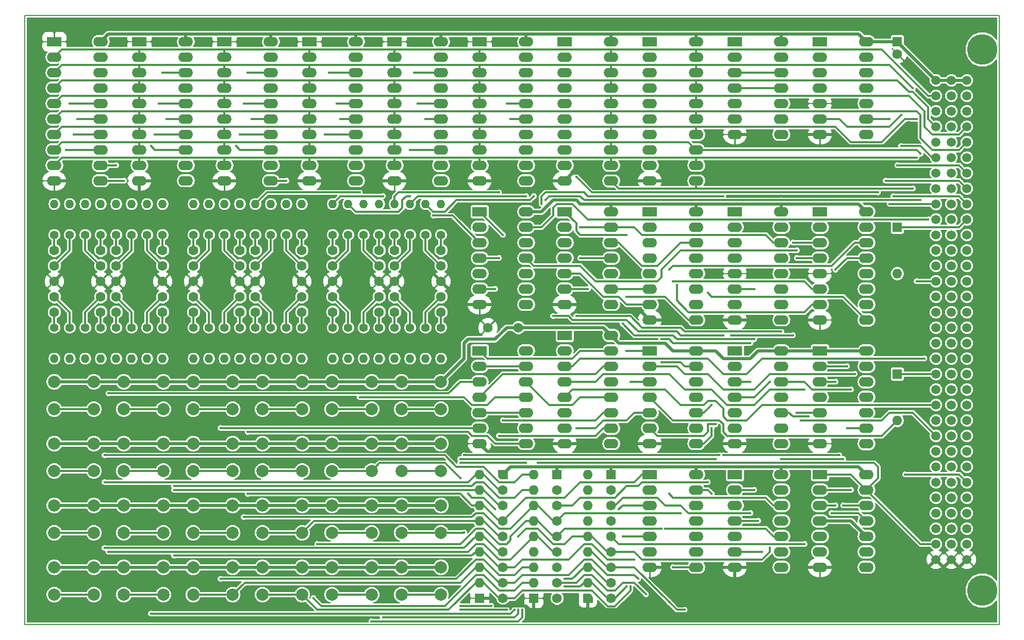
<source format=gbr>
G04 #@! TF.GenerationSoftware,KiCad,Pcbnew,5.0.0+dfsg1-2*
G04 #@! TF.CreationDate,2019-02-01T22:47:57+01:00*
G04 #@! TF.ProjectId,monitor,6D6F6E69746F722E6B696361645F7063,rev?*
G04 #@! TF.SameCoordinates,PX2e3e610PY2eebb80*
G04 #@! TF.FileFunction,Copper,L1,Top,Signal*
G04 #@! TF.FilePolarity,Positive*
%FSLAX46Y46*%
G04 Gerber Fmt 4.6, Leading zero omitted, Abs format (unit mm)*
G04 Created by KiCad (PCBNEW 5.0.0+dfsg1-2) date Fri Feb  1 22:47:57 2019*
%MOMM*%
%LPD*%
G01*
G04 APERTURE LIST*
G04 #@! TA.AperFunction,NonConductor*
%ADD10C,0.150000*%
G04 #@! TD*
G04 #@! TA.AperFunction,ComponentPad*
%ADD11O,1.600000X1.600000*%
G04 #@! TD*
G04 #@! TA.AperFunction,ComponentPad*
%ADD12C,1.600000*%
G04 #@! TD*
G04 #@! TA.AperFunction,Conductor*
%ADD13C,0.100000*%
G04 #@! TD*
G04 #@! TA.AperFunction,ComponentPad*
%ADD14R,1.600000X1.600000*%
G04 #@! TD*
G04 #@! TA.AperFunction,ComponentPad*
%ADD15C,2.000000*%
G04 #@! TD*
G04 #@! TA.AperFunction,ComponentPad*
%ADD16R,2.400000X1.600000*%
G04 #@! TD*
G04 #@! TA.AperFunction,ComponentPad*
%ADD17O,2.400000X1.600000*%
G04 #@! TD*
G04 #@! TA.AperFunction,ComponentPad*
%ADD18C,5.000000*%
G04 #@! TD*
G04 #@! TA.AperFunction,ComponentPad*
%ADD19C,1.501140*%
G04 #@! TD*
G04 #@! TA.AperFunction,ComponentPad*
%ADD20O,1.400000X1.400000*%
G04 #@! TD*
G04 #@! TA.AperFunction,ComponentPad*
%ADD21C,1.400000*%
G04 #@! TD*
G04 #@! TA.AperFunction,ViaPad*
%ADD22C,0.400000*%
G04 #@! TD*
G04 #@! TA.AperFunction,ViaPad*
%ADD23C,0.600000*%
G04 #@! TD*
G04 #@! TA.AperFunction,Conductor*
%ADD24C,0.500000*%
G04 #@! TD*
G04 #@! TA.AperFunction,Conductor*
%ADD25C,0.300000*%
G04 #@! TD*
G04 #@! TA.AperFunction,Conductor*
%ADD26C,0.200000*%
G04 #@! TD*
G04 APERTURE END LIST*
D10*
X1510000Y-100800000D02*
X1510000Y-800000D01*
X161510000Y-100800000D02*
X1510000Y-100800000D01*
X161510000Y-800000D02*
X161510000Y-100800000D01*
X1510000Y-800000D02*
X161510000Y-800000D01*
D11*
G04 #@! TO.P,RN1,9*
G04 #@! TO.N,Net-(CN1-Pad2)*
X93980000Y-76200000D03*
G04 #@! TO.P,RN1,8*
G04 #@! TO.N,Net-(CN1-Pad3)*
X93980000Y-78740000D03*
G04 #@! TO.P,RN1,7*
G04 #@! TO.N,Net-(CN1-Pad4)*
X93980000Y-81280000D03*
G04 #@! TO.P,RN1,6*
G04 #@! TO.N,Net-(CN1-Pad5)*
X93980000Y-83820000D03*
G04 #@! TO.P,RN1,5*
G04 #@! TO.N,Net-(CN1-Pad6)*
X93980000Y-86360000D03*
G04 #@! TO.P,RN1,4*
G04 #@! TO.N,Net-(CN1-Pad7)*
X93980000Y-88900000D03*
G04 #@! TO.P,RN1,3*
G04 #@! TO.N,Net-(CN1-Pad8)*
X93980000Y-91440000D03*
G04 #@! TO.P,RN1,2*
G04 #@! TO.N,Net-(CN1-Pad9)*
X93980000Y-93980000D03*
D12*
G04 #@! TO.P,RN1,1*
G04 #@! TO.N,GND*
X93980000Y-96520000D03*
D13*
G04 #@! TD*
G04 #@! TO.N,GND*
G04 #@! TO.C,RN1*
G36*
X93180000Y-95720000D02*
X93980000Y-95720000D01*
X93980964Y-95720964D01*
X94019254Y-95720964D01*
X94097384Y-95728659D01*
X94174384Y-95743975D01*
X94249512Y-95766765D01*
X94322044Y-95796809D01*
X94391282Y-95833817D01*
X94456559Y-95877434D01*
X94517247Y-95927239D01*
X94572761Y-95982753D01*
X94622566Y-96043441D01*
X94666183Y-96108718D01*
X94703191Y-96177956D01*
X94733235Y-96250488D01*
X94756025Y-96325616D01*
X94771341Y-96402616D01*
X94779036Y-96480746D01*
X94779036Y-96519036D01*
X94780000Y-96520000D01*
X94780000Y-97320000D01*
X93180000Y-97320000D01*
X93180000Y-95720000D01*
X93180000Y-95720000D01*
G37*
D14*
G04 #@! TO.P,RN2,1*
G04 #@! TO.N,GND*
X85090000Y-96520000D03*
D11*
G04 #@! TO.P,RN2,2*
G04 #@! TO.N,Net-(CN2-Pad9)*
X85090000Y-93980000D03*
G04 #@! TO.P,RN2,3*
G04 #@! TO.N,Net-(CN2-Pad8)*
X85090000Y-91440000D03*
G04 #@! TO.P,RN2,4*
G04 #@! TO.N,Net-(CN2-Pad7)*
X85090000Y-88900000D03*
G04 #@! TO.P,RN2,5*
G04 #@! TO.N,Net-(CN2-Pad6)*
X85090000Y-86360000D03*
G04 #@! TO.P,RN2,6*
G04 #@! TO.N,Net-(CN2-Pad5)*
X85090000Y-83820000D03*
G04 #@! TO.P,RN2,7*
G04 #@! TO.N,Net-(CN2-Pad4)*
X85090000Y-81280000D03*
G04 #@! TO.P,RN2,8*
G04 #@! TO.N,Net-(CN2-Pad3)*
X85090000Y-78740000D03*
G04 #@! TO.P,RN2,9*
G04 #@! TO.N,Net-(CN2-Pad2)*
X85090000Y-76200000D03*
G04 #@! TD*
G04 #@! TO.P,RN3,9*
G04 #@! TO.N,Net-(CN3-Pad2)*
X76200000Y-76200000D03*
G04 #@! TO.P,RN3,8*
G04 #@! TO.N,Net-(CN3-Pad3)*
X76200000Y-78740000D03*
G04 #@! TO.P,RN3,7*
G04 #@! TO.N,Net-(CN3-Pad4)*
X76200000Y-81280000D03*
G04 #@! TO.P,RN3,6*
G04 #@! TO.N,Net-(CN3-Pad5)*
X76200000Y-83820000D03*
G04 #@! TO.P,RN3,5*
G04 #@! TO.N,Net-(CN3-Pad6)*
X76200000Y-86360000D03*
G04 #@! TO.P,RN3,4*
G04 #@! TO.N,Net-(CN3-Pad7)*
X76200000Y-88900000D03*
G04 #@! TO.P,RN3,3*
G04 #@! TO.N,Net-(CN3-Pad8)*
X76200000Y-91440000D03*
G04 #@! TO.P,RN3,2*
G04 #@! TO.N,Net-(CN3-Pad9)*
X76200000Y-93980000D03*
D14*
G04 #@! TO.P,RN3,1*
G04 #@! TO.N,GND*
X76200000Y-96520000D03*
G04 #@! TD*
D15*
G04 #@! TO.P,SW1,2*
G04 #@! TO.N,Net-(CN1-Pad2)*
X63350000Y-65460000D03*
G04 #@! TO.P,SW1,1*
G04 #@! TO.N,VCC*
X63350000Y-60960000D03*
G04 #@! TO.P,SW1,2*
G04 #@! TO.N,Net-(CN1-Pad2)*
X69850000Y-65460000D03*
G04 #@! TO.P,SW1,1*
G04 #@! TO.N,VCC*
X69850000Y-60960000D03*
G04 #@! TD*
G04 #@! TO.P,SW2,1*
G04 #@! TO.N,VCC*
X69850000Y-71120000D03*
G04 #@! TO.P,SW2,2*
G04 #@! TO.N,Net-(CN1-Pad3)*
X69850000Y-75620000D03*
G04 #@! TO.P,SW2,1*
G04 #@! TO.N,VCC*
X63350000Y-71120000D03*
G04 #@! TO.P,SW2,2*
G04 #@! TO.N,Net-(CN1-Pad3)*
X63350000Y-75620000D03*
G04 #@! TD*
G04 #@! TO.P,SW3,1*
G04 #@! TO.N,VCC*
X69850000Y-81280000D03*
G04 #@! TO.P,SW3,2*
G04 #@! TO.N,Net-(CN1-Pad4)*
X69850000Y-85780000D03*
G04 #@! TO.P,SW3,1*
G04 #@! TO.N,VCC*
X63350000Y-81280000D03*
G04 #@! TO.P,SW3,2*
G04 #@! TO.N,Net-(CN1-Pad4)*
X63350000Y-85780000D03*
G04 #@! TD*
G04 #@! TO.P,SW4,2*
G04 #@! TO.N,Net-(CN1-Pad5)*
X63350000Y-95940000D03*
G04 #@! TO.P,SW4,1*
G04 #@! TO.N,VCC*
X63350000Y-91440000D03*
G04 #@! TO.P,SW4,2*
G04 #@! TO.N,Net-(CN1-Pad5)*
X69850000Y-95940000D03*
G04 #@! TO.P,SW4,1*
G04 #@! TO.N,VCC*
X69850000Y-91440000D03*
G04 #@! TD*
G04 #@! TO.P,SW5,2*
G04 #@! TO.N,Net-(CN1-Pad6)*
X51950000Y-65460000D03*
G04 #@! TO.P,SW5,1*
G04 #@! TO.N,VCC*
X51950000Y-60960000D03*
G04 #@! TO.P,SW5,2*
G04 #@! TO.N,Net-(CN1-Pad6)*
X58450000Y-65460000D03*
G04 #@! TO.P,SW5,1*
G04 #@! TO.N,VCC*
X58450000Y-60960000D03*
G04 #@! TD*
G04 #@! TO.P,SW6,1*
G04 #@! TO.N,VCC*
X58450000Y-71120000D03*
G04 #@! TO.P,SW6,2*
G04 #@! TO.N,Net-(CN1-Pad7)*
X58450000Y-75620000D03*
G04 #@! TO.P,SW6,1*
G04 #@! TO.N,VCC*
X51950000Y-71120000D03*
G04 #@! TO.P,SW6,2*
G04 #@! TO.N,Net-(CN1-Pad7)*
X51950000Y-75620000D03*
G04 #@! TD*
G04 #@! TO.P,SW7,2*
G04 #@! TO.N,Net-(CN1-Pad8)*
X51950000Y-85780000D03*
G04 #@! TO.P,SW7,1*
G04 #@! TO.N,VCC*
X51950000Y-81280000D03*
G04 #@! TO.P,SW7,2*
G04 #@! TO.N,Net-(CN1-Pad8)*
X58450000Y-85780000D03*
G04 #@! TO.P,SW7,1*
G04 #@! TO.N,VCC*
X58450000Y-81280000D03*
G04 #@! TD*
G04 #@! TO.P,SW8,1*
G04 #@! TO.N,VCC*
X58450000Y-91440000D03*
G04 #@! TO.P,SW8,2*
G04 #@! TO.N,Net-(CN1-Pad9)*
X58450000Y-95940000D03*
G04 #@! TO.P,SW8,1*
G04 #@! TO.N,VCC*
X51950000Y-91440000D03*
G04 #@! TO.P,SW8,2*
G04 #@! TO.N,Net-(CN1-Pad9)*
X51950000Y-95940000D03*
G04 #@! TD*
G04 #@! TO.P,SW9,1*
G04 #@! TO.N,VCC*
X12850000Y-60960000D03*
G04 #@! TO.P,SW9,2*
G04 #@! TO.N,Net-(CN2-Pad2)*
X12850000Y-65460000D03*
G04 #@! TO.P,SW9,1*
G04 #@! TO.N,VCC*
X6350000Y-60960000D03*
G04 #@! TO.P,SW9,2*
G04 #@! TO.N,Net-(CN2-Pad2)*
X6350000Y-65460000D03*
G04 #@! TD*
G04 #@! TO.P,SW10,2*
G04 #@! TO.N,Net-(CN2-Pad3)*
X17750000Y-65460000D03*
G04 #@! TO.P,SW10,1*
G04 #@! TO.N,VCC*
X17750000Y-60960000D03*
G04 #@! TO.P,SW10,2*
G04 #@! TO.N,Net-(CN2-Pad3)*
X24250000Y-65460000D03*
G04 #@! TO.P,SW10,1*
G04 #@! TO.N,VCC*
X24250000Y-60960000D03*
G04 #@! TD*
G04 #@! TO.P,SW11,1*
G04 #@! TO.N,VCC*
X35650000Y-60960000D03*
G04 #@! TO.P,SW11,2*
G04 #@! TO.N,Net-(CN2-Pad4)*
X35650000Y-65460000D03*
G04 #@! TO.P,SW11,1*
G04 #@! TO.N,VCC*
X29150000Y-60960000D03*
G04 #@! TO.P,SW11,2*
G04 #@! TO.N,Net-(CN2-Pad4)*
X29150000Y-65460000D03*
G04 #@! TD*
G04 #@! TO.P,SW12,2*
G04 #@! TO.N,Net-(CN2-Pad5)*
X40550000Y-65460000D03*
G04 #@! TO.P,SW12,1*
G04 #@! TO.N,VCC*
X40550000Y-60960000D03*
G04 #@! TO.P,SW12,2*
G04 #@! TO.N,Net-(CN2-Pad5)*
X47050000Y-65460000D03*
G04 #@! TO.P,SW12,1*
G04 #@! TO.N,VCC*
X47050000Y-60960000D03*
G04 #@! TD*
G04 #@! TO.P,SW13,1*
G04 #@! TO.N,VCC*
X12850000Y-71120000D03*
G04 #@! TO.P,SW13,2*
G04 #@! TO.N,Net-(CN2-Pad6)*
X12850000Y-75620000D03*
G04 #@! TO.P,SW13,1*
G04 #@! TO.N,VCC*
X6350000Y-71120000D03*
G04 #@! TO.P,SW13,2*
G04 #@! TO.N,Net-(CN2-Pad6)*
X6350000Y-75620000D03*
G04 #@! TD*
G04 #@! TO.P,SW14,2*
G04 #@! TO.N,Net-(CN2-Pad7)*
X17750000Y-75620000D03*
G04 #@! TO.P,SW14,1*
G04 #@! TO.N,VCC*
X17750000Y-71120000D03*
G04 #@! TO.P,SW14,2*
G04 #@! TO.N,Net-(CN2-Pad7)*
X24250000Y-75620000D03*
G04 #@! TO.P,SW14,1*
G04 #@! TO.N,VCC*
X24250000Y-71120000D03*
G04 #@! TD*
G04 #@! TO.P,SW15,1*
G04 #@! TO.N,VCC*
X35650000Y-71120000D03*
G04 #@! TO.P,SW15,2*
G04 #@! TO.N,Net-(CN2-Pad8)*
X35650000Y-75620000D03*
G04 #@! TO.P,SW15,1*
G04 #@! TO.N,VCC*
X29150000Y-71120000D03*
G04 #@! TO.P,SW15,2*
G04 #@! TO.N,Net-(CN2-Pad8)*
X29150000Y-75620000D03*
G04 #@! TD*
G04 #@! TO.P,SW16,2*
G04 #@! TO.N,Net-(CN2-Pad9)*
X40550000Y-75620000D03*
G04 #@! TO.P,SW16,1*
G04 #@! TO.N,VCC*
X40550000Y-71120000D03*
G04 #@! TO.P,SW16,2*
G04 #@! TO.N,Net-(CN2-Pad9)*
X47050000Y-75620000D03*
G04 #@! TO.P,SW16,1*
G04 #@! TO.N,VCC*
X47050000Y-71120000D03*
G04 #@! TD*
G04 #@! TO.P,SW17,2*
G04 #@! TO.N,Net-(CN3-Pad2)*
X6350000Y-85780000D03*
G04 #@! TO.P,SW17,1*
G04 #@! TO.N,VCC*
X6350000Y-81280000D03*
G04 #@! TO.P,SW17,2*
G04 #@! TO.N,Net-(CN3-Pad2)*
X12850000Y-85780000D03*
G04 #@! TO.P,SW17,1*
G04 #@! TO.N,VCC*
X12850000Y-81280000D03*
G04 #@! TD*
G04 #@! TO.P,SW18,1*
G04 #@! TO.N,VCC*
X24250000Y-81280000D03*
G04 #@! TO.P,SW18,2*
G04 #@! TO.N,Net-(CN3-Pad3)*
X24250000Y-85780000D03*
G04 #@! TO.P,SW18,1*
G04 #@! TO.N,VCC*
X17750000Y-81280000D03*
G04 #@! TO.P,SW18,2*
G04 #@! TO.N,Net-(CN3-Pad3)*
X17750000Y-85780000D03*
G04 #@! TD*
G04 #@! TO.P,SW19,2*
G04 #@! TO.N,Net-(CN3-Pad4)*
X29150000Y-85780000D03*
G04 #@! TO.P,SW19,1*
G04 #@! TO.N,VCC*
X29150000Y-81280000D03*
G04 #@! TO.P,SW19,2*
G04 #@! TO.N,Net-(CN3-Pad4)*
X35650000Y-85780000D03*
G04 #@! TO.P,SW19,1*
G04 #@! TO.N,VCC*
X35650000Y-81280000D03*
G04 #@! TD*
G04 #@! TO.P,SW20,1*
G04 #@! TO.N,VCC*
X47050000Y-81280000D03*
G04 #@! TO.P,SW20,2*
G04 #@! TO.N,Net-(CN3-Pad5)*
X47050000Y-85780000D03*
G04 #@! TO.P,SW20,1*
G04 #@! TO.N,VCC*
X40550000Y-81280000D03*
G04 #@! TO.P,SW20,2*
G04 #@! TO.N,Net-(CN3-Pad5)*
X40550000Y-85780000D03*
G04 #@! TD*
G04 #@! TO.P,SW21,2*
G04 #@! TO.N,Net-(CN3-Pad6)*
X6350000Y-95940000D03*
G04 #@! TO.P,SW21,1*
G04 #@! TO.N,VCC*
X6350000Y-91440000D03*
G04 #@! TO.P,SW21,2*
G04 #@! TO.N,Net-(CN3-Pad6)*
X12850000Y-95940000D03*
G04 #@! TO.P,SW21,1*
G04 #@! TO.N,VCC*
X12850000Y-91440000D03*
G04 #@! TD*
G04 #@! TO.P,SW22,1*
G04 #@! TO.N,VCC*
X24250000Y-91440000D03*
G04 #@! TO.P,SW22,2*
G04 #@! TO.N,Net-(CN3-Pad7)*
X24250000Y-95940000D03*
G04 #@! TO.P,SW22,1*
G04 #@! TO.N,VCC*
X17750000Y-91440000D03*
G04 #@! TO.P,SW22,2*
G04 #@! TO.N,Net-(CN3-Pad7)*
X17750000Y-95940000D03*
G04 #@! TD*
G04 #@! TO.P,SW23,2*
G04 #@! TO.N,Net-(CN3-Pad8)*
X29150000Y-95940000D03*
G04 #@! TO.P,SW23,1*
G04 #@! TO.N,VCC*
X29150000Y-91440000D03*
G04 #@! TO.P,SW23,2*
G04 #@! TO.N,Net-(CN3-Pad8)*
X35650000Y-95940000D03*
G04 #@! TO.P,SW23,1*
G04 #@! TO.N,VCC*
X35650000Y-91440000D03*
G04 #@! TD*
G04 #@! TO.P,SW24,2*
G04 #@! TO.N,Net-(CN3-Pad9)*
X40550000Y-95940000D03*
G04 #@! TO.P,SW24,1*
G04 #@! TO.N,VCC*
X40550000Y-91440000D03*
G04 #@! TO.P,SW24,2*
G04 #@! TO.N,Net-(CN3-Pad9)*
X47050000Y-95940000D03*
G04 #@! TO.P,SW24,1*
G04 #@! TO.N,VCC*
X47050000Y-91440000D03*
G04 #@! TD*
D16*
G04 #@! TO.P,U1,1*
G04 #@! TO.N,A3*
X132080000Y-5080000D03*
D17*
G04 #@! TO.P,U1,8*
G04 #@! TO.N,A5*
X139700000Y-20320000D03*
G04 #@! TO.P,U1,2*
G04 #@! TO.N,A4*
X132080000Y-7620000D03*
G04 #@! TO.P,U1,9*
G04 #@! TO.N,Net-(U1-Pad11)*
X139700000Y-17780000D03*
G04 #@! TO.P,U1,3*
G04 #@! TO.N,A6*
X132080000Y-10160000D03*
G04 #@! TO.P,U1,10*
G04 #@! TO.N,/buttons/~CS*
X139700000Y-15240000D03*
G04 #@! TO.P,U1,4*
G04 #@! TO.N,A7*
X132080000Y-12700000D03*
G04 #@! TO.P,U1,11*
G04 #@! TO.N,Net-(U1-Pad11)*
X139700000Y-12700000D03*
G04 #@! TO.P,U1,5*
G04 #@! TO.N,GND*
X132080000Y-15240000D03*
G04 #@! TO.P,U1,12*
G04 #@! TO.N,~IORQ*
X139700000Y-10160000D03*
G04 #@! TO.P,U1,6*
G04 #@! TO.N,Net-(U1-Pad13)*
X132080000Y-17780000D03*
G04 #@! TO.P,U1,13*
X139700000Y-7620000D03*
G04 #@! TO.P,U1,7*
G04 #@! TO.N,GND*
X132080000Y-20320000D03*
G04 #@! TO.P,U1,14*
G04 #@! TO.N,VCC*
X139700000Y-5080000D03*
G04 #@! TD*
D16*
G04 #@! TO.P,U2,1*
G04 #@! TO.N,A0*
X90170000Y-53340000D03*
D17*
G04 #@! TO.P,U2,9*
G04 #@! TO.N,Net-(U2-Pad9)*
X97790000Y-71120000D03*
G04 #@! TO.P,U2,2*
G04 #@! TO.N,A1*
X90170000Y-55880000D03*
G04 #@! TO.P,U2,10*
G04 #@! TO.N,/7segs/~L5*
X97790000Y-68580000D03*
G04 #@! TO.P,U2,3*
G04 #@! TO.N,A2*
X90170000Y-58420000D03*
G04 #@! TO.P,U2,11*
G04 #@! TO.N,/7segs/~L4*
X97790000Y-66040000D03*
G04 #@! TO.P,U2,4*
G04 #@! TO.N,/buttons/~CS*
X90170000Y-60960000D03*
G04 #@! TO.P,U2,12*
G04 #@! TO.N,/7segs/~L3*
X97790000Y-63500000D03*
G04 #@! TO.P,U2,5*
G04 #@! TO.N,~WR*
X90170000Y-63500000D03*
G04 #@! TO.P,U2,13*
G04 #@! TO.N,/7segs/~L2*
X97790000Y-60960000D03*
G04 #@! TO.P,U2,6*
G04 #@! TO.N,VCC*
X90170000Y-66040000D03*
G04 #@! TO.P,U2,14*
G04 #@! TO.N,/7segs/~L1*
X97790000Y-58420000D03*
G04 #@! TO.P,U2,7*
G04 #@! TO.N,Net-(U2-Pad7)*
X90170000Y-68580000D03*
G04 #@! TO.P,U2,15*
G04 #@! TO.N,/7segs/~L0*
X97790000Y-55880000D03*
G04 #@! TO.P,U2,8*
G04 #@! TO.N,GND*
X90170000Y-71120000D03*
G04 #@! TO.P,U2,16*
G04 #@! TO.N,VCC*
X97790000Y-53340000D03*
G04 #@! TD*
G04 #@! TO.P,U3,14*
G04 #@! TO.N,VCC*
X83820000Y-55880000D03*
G04 #@! TO.P,U3,7*
G04 #@! TO.N,GND*
X76200000Y-71120000D03*
G04 #@! TO.P,U3,13*
G04 #@! TO.N,~RESET*
X83820000Y-58420000D03*
G04 #@! TO.P,U3,6*
G04 #@! TO.N,/7segs/7seg1/LOAD*
X76200000Y-68580000D03*
G04 #@! TO.P,U3,12*
G04 #@! TO.N,/7segs/~L3*
X83820000Y-60960000D03*
G04 #@! TO.P,U3,5*
G04 #@! TO.N,~RESET*
X76200000Y-66040000D03*
G04 #@! TO.P,U3,11*
G04 #@! TO.N,/7segs/7seg3/LOAD*
X83820000Y-63500000D03*
G04 #@! TO.P,U3,4*
G04 #@! TO.N,/7segs/~L1*
X76200000Y-63500000D03*
G04 #@! TO.P,U3,10*
G04 #@! TO.N,~RESET*
X83820000Y-66040000D03*
G04 #@! TO.P,U3,3*
G04 #@! TO.N,/7segs/7seg0/LOAD*
X76200000Y-60960000D03*
G04 #@! TO.P,U3,9*
G04 #@! TO.N,/7segs/~L2*
X83820000Y-68580000D03*
G04 #@! TO.P,U3,2*
G04 #@! TO.N,~RESET*
X76200000Y-58420000D03*
G04 #@! TO.P,U3,8*
G04 #@! TO.N,/7segs/7seg2/LOAD*
X83820000Y-71120000D03*
D16*
G04 #@! TO.P,U3,1*
G04 #@! TO.N,/7segs/~L0*
X76200000Y-55880000D03*
G04 #@! TD*
G04 #@! TO.P,U4,1*
G04 #@! TO.N,/7segs/~L4*
X76200000Y-33020000D03*
D17*
G04 #@! TO.P,U4,8*
G04 #@! TO.N,Net-(U4-Pad8)*
X83820000Y-48260000D03*
G04 #@! TO.P,U4,2*
G04 #@! TO.N,~RESET*
X76200000Y-35560000D03*
G04 #@! TO.P,U4,9*
G04 #@! TO.N,A0*
X83820000Y-45720000D03*
G04 #@! TO.P,U4,3*
G04 #@! TO.N,/7segs/7seg4/LOAD*
X76200000Y-38100000D03*
G04 #@! TO.P,U4,10*
G04 #@! TO.N,A0*
X83820000Y-43180000D03*
G04 #@! TO.P,U4,4*
G04 #@! TO.N,/7segs/~L5*
X76200000Y-40640000D03*
G04 #@! TO.P,U4,11*
G04 #@! TO.N,Net-(U4-Pad11)*
X83820000Y-40640000D03*
G04 #@! TO.P,U4,5*
G04 #@! TO.N,~RESET*
X76200000Y-43180000D03*
G04 #@! TO.P,U4,12*
G04 #@! TO.N,A1*
X83820000Y-38100000D03*
G04 #@! TO.P,U4,6*
G04 #@! TO.N,/7segs/7seg5/LOAD*
X76200000Y-45720000D03*
G04 #@! TO.P,U4,13*
G04 #@! TO.N,A1*
X83820000Y-35560000D03*
G04 #@! TO.P,U4,7*
G04 #@! TO.N,GND*
X76200000Y-48260000D03*
G04 #@! TO.P,U4,14*
G04 #@! TO.N,VCC*
X83820000Y-33020000D03*
G04 #@! TD*
G04 #@! TO.P,U5,14*
G04 #@! TO.N,VCC*
X125730000Y-5080000D03*
G04 #@! TO.P,U5,7*
G04 #@! TO.N,GND*
X118110000Y-20320000D03*
G04 #@! TO.P,U5,13*
G04 #@! TO.N,Net-(U4-Pad11)*
X125730000Y-7620000D03*
G04 #@! TO.P,U5,6*
G04 #@! TO.N,Net-(U5-Pad6)*
X118110000Y-17780000D03*
G04 #@! TO.P,U5,12*
G04 #@! TO.N,/buttons/~CS*
X125730000Y-10160000D03*
G04 #@! TO.P,U5,5*
G04 #@! TO.N,Net-(U4-Pad8)*
X118110000Y-15240000D03*
G04 #@! TO.P,U5,11*
G04 #@! TO.N,~RD*
X125730000Y-12700000D03*
G04 #@! TO.P,U5,4*
X118110000Y-12700000D03*
G04 #@! TO.P,U5,10*
G04 #@! TO.N,/buttons/WaitGen/~READ*
X125730000Y-15240000D03*
G04 #@! TO.P,U5,3*
G04 #@! TO.N,/buttons/~CS*
X118110000Y-10160000D03*
G04 #@! TO.P,U5,9*
G04 #@! TO.N,Net-(U5-Pad9)*
X125730000Y-17780000D03*
G04 #@! TO.P,U5,2*
G04 #@! TO.N,/buttons/~CS*
X118110000Y-7620000D03*
G04 #@! TO.P,U5,8*
G04 #@! TO.N,A0*
X125730000Y-20320000D03*
D16*
G04 #@! TO.P,U5,1*
G04 #@! TO.N,~RD*
X118110000Y-5080000D03*
G04 #@! TD*
G04 #@! TO.P,U6,1*
G04 #@! TO.N,Net-(U5-Pad9)*
X104140000Y-5080000D03*
D17*
G04 #@! TO.P,U6,11*
G04 #@! TO.N,~CLK*
X111760000Y-27940000D03*
G04 #@! TO.P,U6,2*
G04 #@! TO.N,/buttons/ButtonsEncode/B0*
X104140000Y-7620000D03*
G04 #@! TO.P,U6,12*
G04 #@! TO.N,D7*
X111760000Y-25400000D03*
G04 #@! TO.P,U6,3*
G04 #@! TO.N,/buttons/ButtonsEncode/B1*
X104140000Y-10160000D03*
G04 #@! TO.P,U6,13*
G04 #@! TO.N,D6*
X111760000Y-22860000D03*
G04 #@! TO.P,U6,4*
G04 #@! TO.N,/buttons/ButtonsEncode/B2*
X104140000Y-12700000D03*
G04 #@! TO.P,U6,14*
G04 #@! TO.N,D5*
X111760000Y-20320000D03*
G04 #@! TO.P,U6,5*
G04 #@! TO.N,/buttons/ButtonsEncode/~BS*
X104140000Y-15240000D03*
G04 #@! TO.P,U6,15*
G04 #@! TO.N,D4*
X111760000Y-17780000D03*
G04 #@! TO.P,U6,6*
G04 #@! TO.N,/buttons/ButtonsEncode/~BS*
X104140000Y-17780000D03*
G04 #@! TO.P,U6,16*
G04 #@! TO.N,D3*
X111760000Y-15240000D03*
G04 #@! TO.P,U6,7*
G04 #@! TO.N,/buttons/ButtonsEncode/~BS*
X104140000Y-20320000D03*
G04 #@! TO.P,U6,17*
G04 #@! TO.N,D2*
X111760000Y-12700000D03*
G04 #@! TO.P,U6,8*
G04 #@! TO.N,/buttons/ButtonsEncode/~BS*
X104140000Y-22860000D03*
G04 #@! TO.P,U6,18*
G04 #@! TO.N,D1*
X111760000Y-10160000D03*
G04 #@! TO.P,U6,9*
G04 #@! TO.N,/buttons/ButtonsEncode/~BS*
X104140000Y-25400000D03*
G04 #@! TO.P,U6,19*
G04 #@! TO.N,D0*
X111760000Y-7620000D03*
G04 #@! TO.P,U6,10*
G04 #@! TO.N,GND*
X104140000Y-27940000D03*
G04 #@! TO.P,U6,20*
G04 #@! TO.N,VCC*
X111760000Y-5080000D03*
G04 #@! TD*
G04 #@! TO.P,U7,20*
G04 #@! TO.N,VCC*
X97790000Y-5080000D03*
G04 #@! TO.P,U7,10*
G04 #@! TO.N,GND*
X90170000Y-27940000D03*
G04 #@! TO.P,U7,19*
G04 #@! TO.N,D0*
X97790000Y-7620000D03*
G04 #@! TO.P,U7,9*
G04 #@! TO.N,/buttons/ButtonsEncode/~HS*
X90170000Y-25400000D03*
G04 #@! TO.P,U7,18*
G04 #@! TO.N,D1*
X97790000Y-10160000D03*
G04 #@! TO.P,U7,8*
G04 #@! TO.N,/buttons/ButtonsEncode/~HS*
X90170000Y-22860000D03*
G04 #@! TO.P,U7,17*
G04 #@! TO.N,D2*
X97790000Y-12700000D03*
G04 #@! TO.P,U7,7*
G04 #@! TO.N,/buttons/ButtonsEncode/~HS*
X90170000Y-20320000D03*
G04 #@! TO.P,U7,16*
G04 #@! TO.N,D3*
X97790000Y-15240000D03*
G04 #@! TO.P,U7,6*
G04 #@! TO.N,/buttons/ButtonsEncode/~HS*
X90170000Y-17780000D03*
G04 #@! TO.P,U7,15*
G04 #@! TO.N,D4*
X97790000Y-17780000D03*
G04 #@! TO.P,U7,5*
G04 #@! TO.N,/buttons/ButtonsEncode/H3*
X90170000Y-15240000D03*
G04 #@! TO.P,U7,14*
G04 #@! TO.N,D5*
X97790000Y-20320000D03*
G04 #@! TO.P,U7,4*
G04 #@! TO.N,/buttons/ButtonsEncode/H2*
X90170000Y-12700000D03*
G04 #@! TO.P,U7,13*
G04 #@! TO.N,D6*
X97790000Y-22860000D03*
G04 #@! TO.P,U7,3*
G04 #@! TO.N,/buttons/ButtonsEncode/H1*
X90170000Y-10160000D03*
G04 #@! TO.P,U7,12*
G04 #@! TO.N,D7*
X97790000Y-25400000D03*
G04 #@! TO.P,U7,2*
G04 #@! TO.N,/buttons/ButtonsEncode/H0*
X90170000Y-7620000D03*
G04 #@! TO.P,U7,11*
G04 #@! TO.N,~CLK*
X97790000Y-27940000D03*
D16*
G04 #@! TO.P,U7,1*
G04 #@! TO.N,Net-(U5-Pad6)*
X90170000Y-5080000D03*
G04 #@! TD*
G04 #@! TO.P,U8,1*
G04 #@! TO.N,/buttons/ButtonsEncode/ButtonsArray/B*
X104140000Y-33020000D03*
D17*
G04 #@! TO.P,U8,9*
G04 #@! TO.N,Net-(U11-Pad1)*
X111760000Y-50800000D03*
G04 #@! TO.P,U8,2*
G04 #@! TO.N,/buttons/ButtonsEncode/ButtonsArray/A*
X104140000Y-35560000D03*
G04 #@! TO.P,U8,10*
G04 #@! TO.N,/buttons/ButtonsEncode/ButtonsArray/F*
X111760000Y-48260000D03*
G04 #@! TO.P,U8,3*
G04 #@! TO.N,/buttons/ButtonsEncode/ButtonsArray/9*
X104140000Y-38100000D03*
G04 #@! TO.P,U8,11*
G04 #@! TO.N,/buttons/ButtonsEncode/ButtonsArray/E*
X111760000Y-45720000D03*
G04 #@! TO.P,U8,4*
G04 #@! TO.N,/buttons/ButtonsEncode/ButtonsArray/8*
X104140000Y-40640000D03*
G04 #@! TO.P,U8,12*
G04 #@! TO.N,/buttons/ButtonsEncode/ButtonsArray/D*
X111760000Y-43180000D03*
G04 #@! TO.P,U8,5*
G04 #@! TO.N,Net-(U8-Pad5)*
X104140000Y-43180000D03*
G04 #@! TO.P,U8,13*
G04 #@! TO.N,/buttons/ButtonsEncode/ButtonsArray/C*
X111760000Y-40640000D03*
G04 #@! TO.P,U8,6*
G04 #@! TO.N,Net-(U11-Pad9)*
X104140000Y-45720000D03*
G04 #@! TO.P,U8,14*
G04 #@! TO.N,Net-(U11-Pad12)*
X111760000Y-38100000D03*
G04 #@! TO.P,U8,7*
G04 #@! TO.N,Net-(U11-Pad5)*
X104140000Y-48260000D03*
G04 #@! TO.P,U8,15*
G04 #@! TO.N,Net-(U8-Pad15)*
X111760000Y-35560000D03*
G04 #@! TO.P,U8,8*
G04 #@! TO.N,GND*
X104140000Y-50800000D03*
G04 #@! TO.P,U8,16*
G04 #@! TO.N,VCC*
X111760000Y-33020000D03*
G04 #@! TD*
G04 #@! TO.P,U9,16*
G04 #@! TO.N,VCC*
X125730000Y-33020000D03*
G04 #@! TO.P,U9,8*
G04 #@! TO.N,GND*
X118110000Y-50800000D03*
G04 #@! TO.P,U9,15*
G04 #@! TO.N,Net-(U8-Pad5)*
X125730000Y-35560000D03*
G04 #@! TO.P,U9,7*
G04 #@! TO.N,Net-(U11-Pad4)*
X118110000Y-48260000D03*
G04 #@! TO.P,U9,14*
G04 #@! TO.N,/buttons/ButtonsEncode/H3*
X125730000Y-38100000D03*
G04 #@! TO.P,U9,6*
G04 #@! TO.N,Net-(U11-Pad10)*
X118110000Y-45720000D03*
G04 #@! TO.P,U9,13*
G04 #@! TO.N,/buttons/ButtonsEncode/ButtonsArray/4*
X125730000Y-40640000D03*
G04 #@! TO.P,U9,5*
G04 #@! TO.N,GND*
X118110000Y-43180000D03*
G04 #@! TO.P,U9,12*
G04 #@! TO.N,/buttons/ButtonsEncode/ButtonsArray/5*
X125730000Y-43180000D03*
G04 #@! TO.P,U9,4*
G04 #@! TO.N,/buttons/ButtonsEncode/ButtonsArray/0*
X118110000Y-40640000D03*
G04 #@! TO.P,U9,11*
G04 #@! TO.N,/buttons/ButtonsEncode/ButtonsArray/6*
X125730000Y-45720000D03*
G04 #@! TO.P,U9,3*
G04 #@! TO.N,/buttons/ButtonsEncode/ButtonsArray/1*
X118110000Y-38100000D03*
G04 #@! TO.P,U9,10*
G04 #@! TO.N,/buttons/ButtonsEncode/ButtonsArray/7*
X125730000Y-48260000D03*
G04 #@! TO.P,U9,2*
G04 #@! TO.N,/buttons/ButtonsEncode/ButtonsArray/2*
X118110000Y-35560000D03*
G04 #@! TO.P,U9,9*
G04 #@! TO.N,Net-(U11-Pad2)*
X125730000Y-50800000D03*
D16*
G04 #@! TO.P,U9,1*
G04 #@! TO.N,/buttons/ButtonsEncode/ButtonsArray/3*
X118110000Y-33020000D03*
G04 #@! TD*
D17*
G04 #@! TO.P,U10,16*
G04 #@! TO.N,VCC*
X139700000Y-33020000D03*
G04 #@! TO.P,U10,8*
G04 #@! TO.N,GND*
X132080000Y-50800000D03*
G04 #@! TO.P,U10,15*
G04 #@! TO.N,Net-(U10-Pad15)*
X139700000Y-35560000D03*
G04 #@! TO.P,U10,7*
G04 #@! TO.N,/buttons/ButtonsEncode/B1*
X132080000Y-48260000D03*
G04 #@! TO.P,U10,14*
G04 #@! TO.N,/buttons/ButtonsEncode/~BS*
X139700000Y-38100000D03*
G04 #@! TO.P,U10,6*
G04 #@! TO.N,/buttons/ButtonsEncode/B2*
X132080000Y-45720000D03*
G04 #@! TO.P,U10,13*
G04 #@! TO.N,/buttons/ButtonsEncode/ButtonsArray/H+*
X139700000Y-40640000D03*
G04 #@! TO.P,U10,5*
G04 #@! TO.N,GND*
X132080000Y-43180000D03*
G04 #@! TO.P,U10,12*
G04 #@! TO.N,/buttons/ButtonsEncode/ButtonsArray/H-*
X139700000Y-43180000D03*
G04 #@! TO.P,U10,4*
G04 #@! TO.N,/buttons/ButtonsEncode/ButtonsArray/A+*
X132080000Y-40640000D03*
G04 #@! TO.P,U10,11*
G04 #@! TO.N,/buttons/ButtonsEncode/ButtonsArray/RUN*
X139700000Y-45720000D03*
G04 #@! TO.P,U10,3*
G04 #@! TO.N,/buttons/ButtonsEncode/ButtonsArray/A-*
X132080000Y-38100000D03*
G04 #@! TO.P,U10,10*
G04 #@! TO.N,/buttons/ButtonsEncode/~HS*
X139700000Y-48260000D03*
G04 #@! TO.P,U10,2*
G04 #@! TO.N,/buttons/ButtonsEncode/ButtonsArray/D+*
X132080000Y-35560000D03*
G04 #@! TO.P,U10,9*
G04 #@! TO.N,/buttons/ButtonsEncode/B0*
X139700000Y-50800000D03*
D16*
G04 #@! TO.P,U10,1*
G04 #@! TO.N,/buttons/ButtonsEncode/ButtonsArray/D-*
X132080000Y-33020000D03*
G04 #@! TD*
D17*
G04 #@! TO.P,U11,14*
G04 #@! TO.N,VCC*
X97790000Y-33020000D03*
G04 #@! TO.P,U11,7*
G04 #@! TO.N,GND*
X90170000Y-48260000D03*
G04 #@! TO.P,U11,13*
G04 #@! TO.N,/buttons/ButtonsEncode/H3*
X97790000Y-35560000D03*
G04 #@! TO.P,U11,6*
G04 #@! TO.N,/buttons/ButtonsEncode/H1*
X90170000Y-45720000D03*
G04 #@! TO.P,U11,12*
G04 #@! TO.N,Net-(U11-Pad12)*
X97790000Y-38100000D03*
G04 #@! TO.P,U11,5*
G04 #@! TO.N,Net-(U11-Pad5)*
X90170000Y-43180000D03*
G04 #@! TO.P,U11,11*
G04 #@! TO.N,/buttons/ButtonsEncode/~HS*
X97790000Y-40640000D03*
G04 #@! TO.P,U11,4*
G04 #@! TO.N,Net-(U11-Pad4)*
X90170000Y-40640000D03*
G04 #@! TO.P,U11,10*
G04 #@! TO.N,Net-(U11-Pad10)*
X97790000Y-43180000D03*
G04 #@! TO.P,U11,3*
G04 #@! TO.N,/buttons/ButtonsEncode/H0*
X90170000Y-38100000D03*
G04 #@! TO.P,U11,9*
G04 #@! TO.N,Net-(U11-Pad9)*
X97790000Y-45720000D03*
G04 #@! TO.P,U11,2*
G04 #@! TO.N,Net-(U11-Pad2)*
X90170000Y-35560000D03*
G04 #@! TO.P,U11,8*
G04 #@! TO.N,/buttons/ButtonsEncode/H2*
X97790000Y-48260000D03*
D16*
G04 #@! TO.P,U11,1*
G04 #@! TO.N,Net-(U11-Pad1)*
X90170000Y-33020000D03*
G04 #@! TD*
D17*
G04 #@! TO.P,U12,14*
G04 #@! TO.N,VCC*
X139700000Y-55880000D03*
G04 #@! TO.P,U12,7*
G04 #@! TO.N,GND*
X132080000Y-71120000D03*
G04 #@! TO.P,U12,13*
G04 #@! TO.N,VCC*
X139700000Y-58420000D03*
G04 #@! TO.P,U12,6*
G04 #@! TO.N,Net-(U12-Pad6)*
X132080000Y-68580000D03*
G04 #@! TO.P,U12,12*
G04 #@! TO.N,VCC*
X139700000Y-60960000D03*
G04 #@! TO.P,U12,5*
G04 #@! TO.N,/buttons/WaitGen/~READ*
X132080000Y-66040000D03*
G04 #@! TO.P,U12,11*
G04 #@! TO.N,Net-(U12-Pad11)*
X139700000Y-63500000D03*
G04 #@! TO.P,U12,4*
G04 #@! TO.N,VCC*
X132080000Y-63500000D03*
G04 #@! TO.P,U12,10*
G04 #@! TO.N,Net-(U12-Pad10)*
X139700000Y-66040000D03*
G04 #@! TO.P,U12,3*
G04 #@! TO.N,Net-(U12-Pad3)*
X132080000Y-60960000D03*
G04 #@! TO.P,U12,9*
G04 #@! TO.N,Net-(U12-Pad9)*
X139700000Y-68580000D03*
G04 #@! TO.P,U12,2*
G04 #@! TO.N,/buttons/ButtonsEncode/~BS*
X132080000Y-58420000D03*
G04 #@! TO.P,U12,8*
G04 #@! TO.N,/buttons/WaitGen/~WAIT*
X139700000Y-71120000D03*
D16*
G04 #@! TO.P,U12,1*
G04 #@! TO.N,VCC*
X132080000Y-55880000D03*
G04 #@! TD*
D17*
G04 #@! TO.P,U13,14*
G04 #@! TO.N,VCC*
X139700000Y-76200000D03*
G04 #@! TO.P,U13,7*
G04 #@! TO.N,GND*
X132080000Y-91440000D03*
G04 #@! TO.P,U13,13*
G04 #@! TO.N,~RESET*
X139700000Y-78740000D03*
G04 #@! TO.P,U13,6*
G04 #@! TO.N,Net-(U13-Pad12)*
X132080000Y-88900000D03*
G04 #@! TO.P,U13,12*
X139700000Y-81280000D03*
G04 #@! TO.P,U13,5*
G04 #@! TO.N,Net-(U12-Pad9)*
X132080000Y-86360000D03*
G04 #@! TO.P,U13,11*
G04 #@! TO.N,Net-(U12-Pad6)*
X139700000Y-83820000D03*
G04 #@! TO.P,U13,4*
G04 #@! TO.N,VCC*
X132080000Y-83820000D03*
G04 #@! TO.P,U13,10*
X139700000Y-86360000D03*
G04 #@! TO.P,U13,3*
G04 #@! TO.N,Net-(U12-Pad3)*
X132080000Y-81280000D03*
G04 #@! TO.P,U13,9*
G04 #@! TO.N,Net-(U13-Pad2)*
X139700000Y-88900000D03*
G04 #@! TO.P,U13,2*
X132080000Y-78740000D03*
G04 #@! TO.P,U13,8*
G04 #@! TO.N,Net-(U12-Pad10)*
X139700000Y-91440000D03*
D16*
G04 #@! TO.P,U13,1*
G04 #@! TO.N,~RESET*
X132080000Y-76200000D03*
G04 #@! TD*
G04 #@! TO.P,U14,1*
G04 #@! TO.N,GND*
X6350000Y-5080000D03*
D17*
G04 #@! TO.P,U14,11*
G04 #@! TO.N,/7segs/7seg0/LOAD*
X13970000Y-27940000D03*
G04 #@! TO.P,U14,2*
G04 #@! TO.N,D0*
X6350000Y-7620000D03*
G04 #@! TO.P,U14,12*
G04 #@! TO.N,Net-(R8-Pad2)*
X13970000Y-25400000D03*
G04 #@! TO.P,U14,3*
G04 #@! TO.N,D1*
X6350000Y-10160000D03*
G04 #@! TO.P,U14,13*
G04 #@! TO.N,Net-(R7-Pad2)*
X13970000Y-22860000D03*
G04 #@! TO.P,U14,4*
G04 #@! TO.N,D2*
X6350000Y-12700000D03*
G04 #@! TO.P,U14,14*
G04 #@! TO.N,Net-(R6-Pad2)*
X13970000Y-20320000D03*
G04 #@! TO.P,U14,5*
G04 #@! TO.N,D3*
X6350000Y-15240000D03*
G04 #@! TO.P,U14,15*
G04 #@! TO.N,Net-(R5-Pad2)*
X13970000Y-17780000D03*
G04 #@! TO.P,U14,6*
G04 #@! TO.N,D4*
X6350000Y-17780000D03*
G04 #@! TO.P,U14,16*
G04 #@! TO.N,Net-(R4-Pad2)*
X13970000Y-15240000D03*
G04 #@! TO.P,U14,7*
G04 #@! TO.N,D5*
X6350000Y-20320000D03*
G04 #@! TO.P,U14,17*
G04 #@! TO.N,Net-(R3-Pad2)*
X13970000Y-12700000D03*
G04 #@! TO.P,U14,8*
G04 #@! TO.N,D6*
X6350000Y-22860000D03*
G04 #@! TO.P,U14,18*
G04 #@! TO.N,Net-(R2-Pad2)*
X13970000Y-10160000D03*
G04 #@! TO.P,U14,9*
G04 #@! TO.N,D7*
X6350000Y-25400000D03*
G04 #@! TO.P,U14,19*
G04 #@! TO.N,Net-(R1-Pad2)*
X13970000Y-7620000D03*
G04 #@! TO.P,U14,10*
G04 #@! TO.N,GND*
X6350000Y-27940000D03*
G04 #@! TO.P,U14,20*
G04 #@! TO.N,VCC*
X13970000Y-5080000D03*
G04 #@! TD*
G04 #@! TO.P,U16,20*
G04 #@! TO.N,VCC*
X27940000Y-5080000D03*
G04 #@! TO.P,U16,10*
G04 #@! TO.N,GND*
X20320000Y-27940000D03*
G04 #@! TO.P,U16,19*
G04 #@! TO.N,Net-(R9-Pad2)*
X27940000Y-7620000D03*
G04 #@! TO.P,U16,9*
G04 #@! TO.N,D7*
X20320000Y-25400000D03*
G04 #@! TO.P,U16,18*
G04 #@! TO.N,Net-(R10-Pad2)*
X27940000Y-10160000D03*
G04 #@! TO.P,U16,8*
G04 #@! TO.N,D6*
X20320000Y-22860000D03*
G04 #@! TO.P,U16,17*
G04 #@! TO.N,Net-(R11-Pad2)*
X27940000Y-12700000D03*
G04 #@! TO.P,U16,7*
G04 #@! TO.N,D5*
X20320000Y-20320000D03*
G04 #@! TO.P,U16,16*
G04 #@! TO.N,Net-(R12-Pad2)*
X27940000Y-15240000D03*
G04 #@! TO.P,U16,6*
G04 #@! TO.N,D4*
X20320000Y-17780000D03*
G04 #@! TO.P,U16,15*
G04 #@! TO.N,Net-(R13-Pad2)*
X27940000Y-17780000D03*
G04 #@! TO.P,U16,5*
G04 #@! TO.N,D3*
X20320000Y-15240000D03*
G04 #@! TO.P,U16,14*
G04 #@! TO.N,Net-(R14-Pad2)*
X27940000Y-20320000D03*
G04 #@! TO.P,U16,4*
G04 #@! TO.N,D2*
X20320000Y-12700000D03*
G04 #@! TO.P,U16,13*
G04 #@! TO.N,Net-(R15-Pad2)*
X27940000Y-22860000D03*
G04 #@! TO.P,U16,3*
G04 #@! TO.N,D1*
X20320000Y-10160000D03*
G04 #@! TO.P,U16,12*
G04 #@! TO.N,Net-(R16-Pad2)*
X27940000Y-25400000D03*
G04 #@! TO.P,U16,2*
G04 #@! TO.N,D0*
X20320000Y-7620000D03*
G04 #@! TO.P,U16,11*
G04 #@! TO.N,/7segs/7seg1/LOAD*
X27940000Y-27940000D03*
D16*
G04 #@! TO.P,U16,1*
G04 #@! TO.N,GND*
X20320000Y-5080000D03*
G04 #@! TD*
G04 #@! TO.P,U18,1*
G04 #@! TO.N,GND*
X34290000Y-5080000D03*
D17*
G04 #@! TO.P,U18,11*
G04 #@! TO.N,/7segs/7seg2/LOAD*
X41910000Y-27940000D03*
G04 #@! TO.P,U18,2*
G04 #@! TO.N,D0*
X34290000Y-7620000D03*
G04 #@! TO.P,U18,12*
G04 #@! TO.N,Net-(R24-Pad2)*
X41910000Y-25400000D03*
G04 #@! TO.P,U18,3*
G04 #@! TO.N,D1*
X34290000Y-10160000D03*
G04 #@! TO.P,U18,13*
G04 #@! TO.N,Net-(R23-Pad2)*
X41910000Y-22860000D03*
G04 #@! TO.P,U18,4*
G04 #@! TO.N,D2*
X34290000Y-12700000D03*
G04 #@! TO.P,U18,14*
G04 #@! TO.N,Net-(R22-Pad2)*
X41910000Y-20320000D03*
G04 #@! TO.P,U18,5*
G04 #@! TO.N,D3*
X34290000Y-15240000D03*
G04 #@! TO.P,U18,15*
G04 #@! TO.N,Net-(R21-Pad2)*
X41910000Y-17780000D03*
G04 #@! TO.P,U18,6*
G04 #@! TO.N,D4*
X34290000Y-17780000D03*
G04 #@! TO.P,U18,16*
G04 #@! TO.N,Net-(R20-Pad2)*
X41910000Y-15240000D03*
G04 #@! TO.P,U18,7*
G04 #@! TO.N,D5*
X34290000Y-20320000D03*
G04 #@! TO.P,U18,17*
G04 #@! TO.N,Net-(R19-Pad2)*
X41910000Y-12700000D03*
G04 #@! TO.P,U18,8*
G04 #@! TO.N,D6*
X34290000Y-22860000D03*
G04 #@! TO.P,U18,18*
G04 #@! TO.N,Net-(R18-Pad2)*
X41910000Y-10160000D03*
G04 #@! TO.P,U18,9*
G04 #@! TO.N,D7*
X34290000Y-25400000D03*
G04 #@! TO.P,U18,19*
G04 #@! TO.N,Net-(R17-Pad2)*
X41910000Y-7620000D03*
G04 #@! TO.P,U18,10*
G04 #@! TO.N,GND*
X34290000Y-27940000D03*
G04 #@! TO.P,U18,20*
G04 #@! TO.N,VCC*
X41910000Y-5080000D03*
G04 #@! TD*
G04 #@! TO.P,U20,20*
G04 #@! TO.N,VCC*
X55880000Y-5080000D03*
G04 #@! TO.P,U20,10*
G04 #@! TO.N,GND*
X48260000Y-27940000D03*
G04 #@! TO.P,U20,19*
G04 #@! TO.N,Net-(R25-Pad2)*
X55880000Y-7620000D03*
G04 #@! TO.P,U20,9*
G04 #@! TO.N,D7*
X48260000Y-25400000D03*
G04 #@! TO.P,U20,18*
G04 #@! TO.N,Net-(R26-Pad2)*
X55880000Y-10160000D03*
G04 #@! TO.P,U20,8*
G04 #@! TO.N,D6*
X48260000Y-22860000D03*
G04 #@! TO.P,U20,17*
G04 #@! TO.N,Net-(R27-Pad2)*
X55880000Y-12700000D03*
G04 #@! TO.P,U20,7*
G04 #@! TO.N,D5*
X48260000Y-20320000D03*
G04 #@! TO.P,U20,16*
G04 #@! TO.N,Net-(R28-Pad2)*
X55880000Y-15240000D03*
G04 #@! TO.P,U20,6*
G04 #@! TO.N,D4*
X48260000Y-17780000D03*
G04 #@! TO.P,U20,15*
G04 #@! TO.N,Net-(R29-Pad2)*
X55880000Y-17780000D03*
G04 #@! TO.P,U20,5*
G04 #@! TO.N,D3*
X48260000Y-15240000D03*
G04 #@! TO.P,U20,14*
G04 #@! TO.N,Net-(R30-Pad2)*
X55880000Y-20320000D03*
G04 #@! TO.P,U20,4*
G04 #@! TO.N,D2*
X48260000Y-12700000D03*
G04 #@! TO.P,U20,13*
G04 #@! TO.N,Net-(R31-Pad2)*
X55880000Y-22860000D03*
G04 #@! TO.P,U20,3*
G04 #@! TO.N,D1*
X48260000Y-10160000D03*
G04 #@! TO.P,U20,12*
G04 #@! TO.N,Net-(R32-Pad2)*
X55880000Y-25400000D03*
G04 #@! TO.P,U20,2*
G04 #@! TO.N,D0*
X48260000Y-7620000D03*
G04 #@! TO.P,U20,11*
G04 #@! TO.N,/7segs/7seg3/LOAD*
X55880000Y-27940000D03*
D16*
G04 #@! TO.P,U20,1*
G04 #@! TO.N,GND*
X48260000Y-5080000D03*
G04 #@! TD*
D17*
G04 #@! TO.P,U22,20*
G04 #@! TO.N,VCC*
X69850000Y-5080000D03*
G04 #@! TO.P,U22,10*
G04 #@! TO.N,GND*
X62230000Y-27940000D03*
G04 #@! TO.P,U22,19*
G04 #@! TO.N,Net-(R33-Pad2)*
X69850000Y-7620000D03*
G04 #@! TO.P,U22,9*
G04 #@! TO.N,D7*
X62230000Y-25400000D03*
G04 #@! TO.P,U22,18*
G04 #@! TO.N,Net-(R34-Pad2)*
X69850000Y-10160000D03*
G04 #@! TO.P,U22,8*
G04 #@! TO.N,D6*
X62230000Y-22860000D03*
G04 #@! TO.P,U22,17*
G04 #@! TO.N,Net-(R35-Pad2)*
X69850000Y-12700000D03*
G04 #@! TO.P,U22,7*
G04 #@! TO.N,D5*
X62230000Y-20320000D03*
G04 #@! TO.P,U22,16*
G04 #@! TO.N,Net-(R36-Pad2)*
X69850000Y-15240000D03*
G04 #@! TO.P,U22,6*
G04 #@! TO.N,D4*
X62230000Y-17780000D03*
G04 #@! TO.P,U22,15*
G04 #@! TO.N,Net-(R37-Pad2)*
X69850000Y-17780000D03*
G04 #@! TO.P,U22,5*
G04 #@! TO.N,D3*
X62230000Y-15240000D03*
G04 #@! TO.P,U22,14*
G04 #@! TO.N,Net-(R38-Pad2)*
X69850000Y-20320000D03*
G04 #@! TO.P,U22,4*
G04 #@! TO.N,D2*
X62230000Y-12700000D03*
G04 #@! TO.P,U22,13*
G04 #@! TO.N,Net-(R39-Pad2)*
X69850000Y-22860000D03*
G04 #@! TO.P,U22,3*
G04 #@! TO.N,D1*
X62230000Y-10160000D03*
G04 #@! TO.P,U22,12*
G04 #@! TO.N,Net-(R40-Pad2)*
X69850000Y-25400000D03*
G04 #@! TO.P,U22,2*
G04 #@! TO.N,D0*
X62230000Y-7620000D03*
G04 #@! TO.P,U22,11*
G04 #@! TO.N,/7segs/7seg4/LOAD*
X69850000Y-27940000D03*
D16*
G04 #@! TO.P,U22,1*
G04 #@! TO.N,GND*
X62230000Y-5080000D03*
G04 #@! TD*
G04 #@! TO.P,U24,1*
G04 #@! TO.N,GND*
X76200000Y-5080000D03*
D17*
G04 #@! TO.P,U24,11*
G04 #@! TO.N,/7segs/7seg5/LOAD*
X83820000Y-27940000D03*
G04 #@! TO.P,U24,2*
G04 #@! TO.N,D0*
X76200000Y-7620000D03*
G04 #@! TO.P,U24,12*
G04 #@! TO.N,Net-(R48-Pad2)*
X83820000Y-25400000D03*
G04 #@! TO.P,U24,3*
G04 #@! TO.N,D1*
X76200000Y-10160000D03*
G04 #@! TO.P,U24,13*
G04 #@! TO.N,Net-(R47-Pad2)*
X83820000Y-22860000D03*
G04 #@! TO.P,U24,4*
G04 #@! TO.N,D2*
X76200000Y-12700000D03*
G04 #@! TO.P,U24,14*
G04 #@! TO.N,Net-(R46-Pad2)*
X83820000Y-20320000D03*
G04 #@! TO.P,U24,5*
G04 #@! TO.N,D3*
X76200000Y-15240000D03*
G04 #@! TO.P,U24,15*
G04 #@! TO.N,Net-(R45-Pad2)*
X83820000Y-17780000D03*
G04 #@! TO.P,U24,6*
G04 #@! TO.N,D4*
X76200000Y-17780000D03*
G04 #@! TO.P,U24,16*
G04 #@! TO.N,Net-(R44-Pad2)*
X83820000Y-15240000D03*
G04 #@! TO.P,U24,7*
G04 #@! TO.N,D5*
X76200000Y-20320000D03*
G04 #@! TO.P,U24,17*
G04 #@! TO.N,Net-(R43-Pad2)*
X83820000Y-12700000D03*
G04 #@! TO.P,U24,8*
G04 #@! TO.N,D6*
X76200000Y-22860000D03*
G04 #@! TO.P,U24,18*
G04 #@! TO.N,Net-(R42-Pad2)*
X83820000Y-10160000D03*
G04 #@! TO.P,U24,9*
G04 #@! TO.N,D7*
X76200000Y-25400000D03*
G04 #@! TO.P,U24,19*
G04 #@! TO.N,Net-(R41-Pad2)*
X83820000Y-7620000D03*
G04 #@! TO.P,U24,10*
G04 #@! TO.N,GND*
X76200000Y-27940000D03*
G04 #@! TO.P,U24,20*
G04 #@! TO.N,VCC*
X83820000Y-5080000D03*
G04 #@! TD*
D16*
G04 #@! TO.P,U26,1*
G04 #@! TO.N,Net-(CN1-Pad2)*
X118110000Y-55880000D03*
D17*
G04 #@! TO.P,U26,8*
G04 #@! TO.N,/buttons/ButtonsEncode/ButtonsArray/D-*
X125730000Y-71120000D03*
G04 #@! TO.P,U26,2*
G04 #@! TO.N,/buttons/ButtonsEncode/ButtonsArray/A+*
X118110000Y-58420000D03*
G04 #@! TO.P,U26,9*
G04 #@! TO.N,Net-(CN1-Pad5)*
X125730000Y-68580000D03*
G04 #@! TO.P,U26,3*
G04 #@! TO.N,Net-(CN1-Pad3)*
X118110000Y-60960000D03*
G04 #@! TO.P,U26,10*
G04 #@! TO.N,/buttons/ButtonsEncode/ButtonsArray/H+*
X125730000Y-66040000D03*
G04 #@! TO.P,U26,4*
G04 #@! TO.N,/buttons/ButtonsEncode/ButtonsArray/A-*
X118110000Y-63500000D03*
G04 #@! TO.P,U26,11*
G04 #@! TO.N,Net-(CN1-Pad6)*
X125730000Y-63500000D03*
G04 #@! TO.P,U26,5*
G04 #@! TO.N,Net-(CN1-Pad4)*
X118110000Y-66040000D03*
G04 #@! TO.P,U26,12*
G04 #@! TO.N,/buttons/ButtonsEncode/ButtonsArray/H-*
X125730000Y-60960000D03*
G04 #@! TO.P,U26,6*
G04 #@! TO.N,/buttons/ButtonsEncode/ButtonsArray/D+*
X118110000Y-68580000D03*
G04 #@! TO.P,U26,13*
G04 #@! TO.N,Net-(CN1-Pad7)*
X125730000Y-58420000D03*
G04 #@! TO.P,U26,7*
G04 #@! TO.N,GND*
X118110000Y-71120000D03*
G04 #@! TO.P,U26,14*
G04 #@! TO.N,VCC*
X125730000Y-55880000D03*
G04 #@! TD*
D16*
G04 #@! TO.P,U27,1*
G04 #@! TO.N,Net-(CN1-Pad8)*
X104140000Y-55880000D03*
D17*
G04 #@! TO.P,U27,8*
G04 #@! TO.N,/buttons/ButtonsEncode/ButtonsArray/1*
X111760000Y-71120000D03*
G04 #@! TO.P,U27,2*
G04 #@! TO.N,/buttons/ButtonsEncode/ButtonsArray/RUN*
X104140000Y-58420000D03*
G04 #@! TO.P,U27,9*
G04 #@! TO.N,Net-(CN2-Pad3)*
X111760000Y-68580000D03*
G04 #@! TO.P,U27,3*
G04 #@! TO.N,Net-(CN1-Pad9)*
X104140000Y-60960000D03*
G04 #@! TO.P,U27,10*
G04 #@! TO.N,/buttons/ButtonsEncode/ButtonsArray/2*
X111760000Y-66040000D03*
G04 #@! TO.P,U27,4*
G04 #@! TO.N,/buttons/ButtonsEncode/ButtonsArray/NMI*
X104140000Y-63500000D03*
G04 #@! TO.P,U27,11*
G04 #@! TO.N,Net-(CN2-Pad4)*
X111760000Y-63500000D03*
G04 #@! TO.P,U27,5*
G04 #@! TO.N,Net-(CN2-Pad2)*
X104140000Y-66040000D03*
G04 #@! TO.P,U27,12*
G04 #@! TO.N,/buttons/ButtonsEncode/ButtonsArray/3*
X111760000Y-60960000D03*
G04 #@! TO.P,U27,6*
G04 #@! TO.N,/buttons/ButtonsEncode/ButtonsArray/0*
X104140000Y-68580000D03*
G04 #@! TO.P,U27,13*
G04 #@! TO.N,Net-(CN2-Pad5)*
X111760000Y-58420000D03*
G04 #@! TO.P,U27,7*
G04 #@! TO.N,GND*
X104140000Y-71120000D03*
G04 #@! TO.P,U27,14*
G04 #@! TO.N,VCC*
X111760000Y-55880000D03*
G04 #@! TD*
G04 #@! TO.P,U28,14*
G04 #@! TO.N,VCC*
X125730000Y-76200000D03*
G04 #@! TO.P,U28,7*
G04 #@! TO.N,GND*
X118110000Y-91440000D03*
G04 #@! TO.P,U28,13*
G04 #@! TO.N,Net-(CN3-Pad3)*
X125730000Y-78740000D03*
G04 #@! TO.P,U28,6*
G04 #@! TO.N,/buttons/ButtonsEncode/ButtonsArray/6*
X118110000Y-88900000D03*
G04 #@! TO.P,U28,12*
G04 #@! TO.N,/buttons/ButtonsEncode/ButtonsArray/9*
X125730000Y-81280000D03*
G04 #@! TO.P,U28,5*
G04 #@! TO.N,Net-(CN2-Pad8)*
X118110000Y-86360000D03*
G04 #@! TO.P,U28,11*
G04 #@! TO.N,Net-(CN3-Pad2)*
X125730000Y-83820000D03*
G04 #@! TO.P,U28,4*
G04 #@! TO.N,/buttons/ButtonsEncode/ButtonsArray/5*
X118110000Y-83820000D03*
G04 #@! TO.P,U28,10*
G04 #@! TO.N,/buttons/ButtonsEncode/ButtonsArray/8*
X125730000Y-86360000D03*
G04 #@! TO.P,U28,3*
G04 #@! TO.N,Net-(CN2-Pad7)*
X118110000Y-81280000D03*
G04 #@! TO.P,U28,9*
G04 #@! TO.N,Net-(CN2-Pad9)*
X125730000Y-88900000D03*
G04 #@! TO.P,U28,2*
G04 #@! TO.N,/buttons/ButtonsEncode/ButtonsArray/4*
X118110000Y-78740000D03*
G04 #@! TO.P,U28,8*
G04 #@! TO.N,/buttons/ButtonsEncode/ButtonsArray/7*
X125730000Y-91440000D03*
D16*
G04 #@! TO.P,U28,1*
G04 #@! TO.N,Net-(CN2-Pad6)*
X118110000Y-76200000D03*
G04 #@! TD*
G04 #@! TO.P,U29,1*
G04 #@! TO.N,Net-(CN3-Pad4)*
X104140000Y-76200000D03*
D17*
G04 #@! TO.P,U29,8*
G04 #@! TO.N,/buttons/ButtonsEncode/ButtonsArray/D*
X111760000Y-91440000D03*
G04 #@! TO.P,U29,2*
G04 #@! TO.N,/buttons/ButtonsEncode/ButtonsArray/A*
X104140000Y-78740000D03*
G04 #@! TO.P,U29,9*
G04 #@! TO.N,Net-(CN3-Pad7)*
X111760000Y-88900000D03*
G04 #@! TO.P,U29,3*
G04 #@! TO.N,Net-(CN3-Pad5)*
X104140000Y-81280000D03*
G04 #@! TO.P,U29,10*
G04 #@! TO.N,/buttons/ButtonsEncode/ButtonsArray/E*
X111760000Y-86360000D03*
G04 #@! TO.P,U29,4*
G04 #@! TO.N,/buttons/ButtonsEncode/ButtonsArray/B*
X104140000Y-83820000D03*
G04 #@! TO.P,U29,11*
G04 #@! TO.N,Net-(CN3-Pad8)*
X111760000Y-83820000D03*
G04 #@! TO.P,U29,5*
G04 #@! TO.N,Net-(CN3-Pad6)*
X104140000Y-86360000D03*
G04 #@! TO.P,U29,12*
G04 #@! TO.N,/buttons/ButtonsEncode/ButtonsArray/F*
X111760000Y-81280000D03*
G04 #@! TO.P,U29,6*
G04 #@! TO.N,/buttons/ButtonsEncode/ButtonsArray/C*
X104140000Y-88900000D03*
G04 #@! TO.P,U29,13*
G04 #@! TO.N,Net-(CN3-Pad9)*
X111760000Y-78740000D03*
G04 #@! TO.P,U29,7*
G04 #@! TO.N,GND*
X104140000Y-91440000D03*
G04 #@! TO.P,U29,14*
G04 #@! TO.N,VCC*
X111760000Y-76200000D03*
G04 #@! TD*
D18*
G04 #@! TO.P,J1,1*
G04 #@! TO.N,N/C*
X158750000Y-6350000D03*
X158750000Y-95250000D03*
D19*
G04 #@! TO.P,J1,C32*
G04 #@! TO.N,GND*
X151130000Y-90170000D03*
G04 #@! TO.P,J1,C31*
G04 #@! TO.N,~RESET*
X151130000Y-87630000D03*
G04 #@! TO.P,J1,C30*
G04 #@! TO.N,Net-(J1-PadC30)*
X151130000Y-85090000D03*
G04 #@! TO.P,J1,C29*
G04 #@! TO.N,~CLK*
X151130000Y-82550000D03*
G04 #@! TO.P,J1,C28*
G04 #@! TO.N,Net-(J1-PadC28)*
X151130000Y-80010000D03*
G04 #@! TO.P,J1,C27*
G04 #@! TO.N,Net-(J1-PadC27)*
X151130000Y-77470000D03*
G04 #@! TO.P,J1,C26*
G04 #@! TO.N,Net-(J1-PadC26)*
X151130000Y-74930000D03*
G04 #@! TO.P,J1,C25*
G04 #@! TO.N,Net-(J1-PadC25)*
X151130000Y-72390000D03*
G04 #@! TO.P,J1,C24*
G04 #@! TO.N,~RD*
X151130000Y-69850000D03*
G04 #@! TO.P,J1,C23*
G04 #@! TO.N,Net-(J1-PadC23)*
X151130000Y-67310000D03*
G04 #@! TO.P,J1,C22*
G04 #@! TO.N,~WR*
X151130000Y-64770000D03*
G04 #@! TO.P,J1,C21*
G04 #@! TO.N,Net-(J1-PadC21)*
X151130000Y-62230000D03*
G04 #@! TO.P,J1,C20*
G04 #@! TO.N,~NMI*
X151130000Y-59690000D03*
G04 #@! TO.P,J1,C19*
G04 #@! TO.N,Net-(J1-PadC19)*
X151130000Y-57150000D03*
G04 #@! TO.P,J1,C18*
G04 #@! TO.N,Net-(J1-PadC18)*
X151130000Y-54610000D03*
G04 #@! TO.P,J1,C17*
G04 #@! TO.N,Net-(J1-PadC17)*
X151130000Y-52070000D03*
G04 #@! TO.P,J1,C16*
G04 #@! TO.N,Net-(J1-PadC11)*
X151130000Y-49530000D03*
G04 #@! TO.P,J1,C15*
G04 #@! TO.N,Net-(J1-PadC15)*
X151130000Y-46990000D03*
G04 #@! TO.P,J1,C14*
G04 #@! TO.N,D1*
X151130000Y-44450000D03*
G04 #@! TO.P,J1,C13*
G04 #@! TO.N,Net-(J1-PadC13)*
X151130000Y-41910000D03*
G04 #@! TO.P,J1,C12*
G04 #@! TO.N,Net-(J1-PadC12)*
X151130000Y-39370000D03*
G04 #@! TO.P,J1,C11*
G04 #@! TO.N,Net-(J1-PadC11)*
X151130000Y-36830000D03*
G04 #@! TO.P,J1,C10*
G04 #@! TO.N,Net-(J1-PadC10)*
X151130000Y-34290000D03*
G04 #@! TO.P,J1,C9*
G04 #@! TO.N,A7*
X151130000Y-31750000D03*
G04 #@! TO.P,J1,C8*
G04 #@! TO.N,Net-(J1-PadC8)*
X151130000Y-29210000D03*
G04 #@! TO.P,J1,C7*
G04 #@! TO.N,A1*
X151130000Y-26670000D03*
G04 #@! TO.P,J1,C6*
G04 #@! TO.N,A3*
X151130000Y-24130000D03*
G04 #@! TO.P,J1,C5*
G04 #@! TO.N,A0*
X151130000Y-21590000D03*
G04 #@! TO.P,J1,C3*
G04 #@! TO.N,D7*
X151130000Y-16510000D03*
G04 #@! TO.P,J1,C4*
G04 #@! TO.N,D2*
X151130000Y-19050000D03*
G04 #@! TO.P,J1,C2*
G04 #@! TO.N,D0*
X151130000Y-13970000D03*
G04 #@! TO.P,J1,C1*
G04 #@! TO.N,VCC*
X151130000Y-11430000D03*
G04 #@! TO.P,J1,B1*
X153670000Y-11430000D03*
G04 #@! TO.P,J1,B2*
G04 #@! TO.N,Net-(J1-PadB2)*
X153670000Y-13970000D03*
G04 #@! TO.P,J1,B4*
G04 #@! TO.N,Net-(J1-PadB4)*
X153670000Y-19050000D03*
G04 #@! TO.P,J1,B3*
G04 #@! TO.N,Net-(J1-PadB3)*
X153670000Y-16510000D03*
G04 #@! TO.P,J1,B5*
G04 #@! TO.N,Net-(J1-PadB5)*
X153670000Y-21590000D03*
G04 #@! TO.P,J1,B6*
G04 #@! TO.N,Net-(J1-PadB6)*
X153670000Y-24130000D03*
G04 #@! TO.P,J1,B7*
G04 #@! TO.N,Net-(J1-PadB7)*
X153670000Y-26670000D03*
G04 #@! TO.P,J1,B8*
G04 #@! TO.N,Net-(J1-PadB8)*
X153670000Y-29210000D03*
G04 #@! TO.P,J1,B9*
G04 #@! TO.N,Net-(J1-PadB9)*
X153670000Y-31750000D03*
G04 #@! TO.P,J1,B10*
G04 #@! TO.N,Net-(J1-PadB10)*
X153670000Y-34290000D03*
G04 #@! TO.P,J1,B11*
G04 #@! TO.N,Net-(J1-PadB11)*
X153670000Y-36830000D03*
G04 #@! TO.P,J1,B12*
G04 #@! TO.N,Net-(J1-PadB12)*
X153670000Y-39370000D03*
G04 #@! TO.P,J1,B13*
G04 #@! TO.N,Net-(J1-PadB13)*
X153670000Y-41910000D03*
G04 #@! TO.P,J1,B14*
G04 #@! TO.N,Net-(J1-PadB14)*
X153670000Y-44450000D03*
G04 #@! TO.P,J1,B15*
G04 #@! TO.N,Net-(J1-PadB15)*
X153670000Y-46990000D03*
G04 #@! TO.P,J1,B16*
G04 #@! TO.N,Net-(J1-PadB16)*
X153670000Y-49530000D03*
G04 #@! TO.P,J1,B17*
G04 #@! TO.N,Net-(J1-PadB17)*
X153670000Y-52070000D03*
G04 #@! TO.P,J1,B18*
G04 #@! TO.N,Net-(J1-PadB18)*
X153670000Y-54610000D03*
G04 #@! TO.P,J1,B19*
G04 #@! TO.N,Net-(J1-PadB19)*
X153670000Y-57150000D03*
G04 #@! TO.P,J1,B20*
G04 #@! TO.N,Net-(J1-PadB20)*
X153670000Y-59690000D03*
G04 #@! TO.P,J1,B21*
G04 #@! TO.N,Net-(J1-PadB21)*
X153670000Y-62230000D03*
G04 #@! TO.P,J1,B22*
G04 #@! TO.N,Net-(J1-PadB22)*
X153670000Y-64770000D03*
G04 #@! TO.P,J1,B23*
G04 #@! TO.N,Net-(J1-PadB23)*
X153670000Y-67310000D03*
G04 #@! TO.P,J1,B24*
G04 #@! TO.N,Net-(J1-PadB24)*
X153670000Y-69850000D03*
G04 #@! TO.P,J1,B25*
G04 #@! TO.N,Net-(J1-PadB25)*
X153670000Y-72390000D03*
G04 #@! TO.P,J1,B26*
G04 #@! TO.N,Net-(J1-PadB26)*
X153670000Y-74930000D03*
G04 #@! TO.P,J1,B27*
G04 #@! TO.N,Net-(J1-PadB27)*
X153670000Y-77470000D03*
G04 #@! TO.P,J1,B28*
G04 #@! TO.N,Net-(J1-PadB28)*
X153670000Y-80010000D03*
G04 #@! TO.P,J1,B29*
G04 #@! TO.N,Net-(J1-PadB29)*
X153670000Y-82550000D03*
G04 #@! TO.P,J1,B30*
G04 #@! TO.N,Net-(J1-PadB30)*
X153670000Y-85090000D03*
G04 #@! TO.P,J1,B31*
G04 #@! TO.N,Net-(J1-PadB31)*
X153670000Y-87630000D03*
G04 #@! TO.P,J1,B32*
G04 #@! TO.N,GND*
X153670000Y-90170000D03*
G04 #@! TO.P,J1,A32*
X156210000Y-90170000D03*
G04 #@! TO.P,J1,A31*
G04 #@! TO.N,Net-(J1-PadA31)*
X156210000Y-87630000D03*
G04 #@! TO.P,J1,A30*
G04 #@! TO.N,Net-(J1-PadA30)*
X156210000Y-85090000D03*
G04 #@! TO.P,J1,A29*
G04 #@! TO.N,Net-(J1-PadA29)*
X156210000Y-82550000D03*
G04 #@! TO.P,J1,A28*
G04 #@! TO.N,Net-(J1-PadA28)*
X156210000Y-80010000D03*
G04 #@! TO.P,J1,A27*
G04 #@! TO.N,~IORQ*
X156210000Y-77470000D03*
G04 #@! TO.P,J1,A26*
G04 #@! TO.N,Net-(J1-PadA26)*
X156210000Y-74930000D03*
G04 #@! TO.P,J1,A25*
G04 #@! TO.N,Net-(J1-PadA25)*
X156210000Y-72390000D03*
G04 #@! TO.P,J1,A24*
G04 #@! TO.N,Net-(J1-PadA24)*
X156210000Y-69850000D03*
G04 #@! TO.P,J1,A23*
G04 #@! TO.N,Net-(J1-PadA23)*
X156210000Y-67310000D03*
G04 #@! TO.P,J1,A22*
G04 #@! TO.N,Net-(J1-PadA22)*
X156210000Y-64770000D03*
G04 #@! TO.P,J1,A21*
G04 #@! TO.N,Net-(J1-PadA21)*
X156210000Y-62230000D03*
G04 #@! TO.P,J1,A20*
G04 #@! TO.N,Net-(J1-PadA20)*
X156210000Y-59690000D03*
G04 #@! TO.P,J1,A19*
G04 #@! TO.N,Net-(J1-PadA19)*
X156210000Y-57150000D03*
G04 #@! TO.P,J1,A18*
G04 #@! TO.N,Net-(J1-PadA18)*
X156210000Y-54610000D03*
G04 #@! TO.P,J1,A17*
G04 #@! TO.N,Net-(J1-PadA17)*
X156210000Y-52070000D03*
G04 #@! TO.P,J1,A16*
G04 #@! TO.N,Net-(J1-PadA16)*
X156210000Y-49530000D03*
G04 #@! TO.P,J1,A15*
G04 #@! TO.N,Net-(J1-PadA15)*
X156210000Y-46990000D03*
G04 #@! TO.P,J1,A14*
G04 #@! TO.N,Net-(J1-PadA14)*
X156210000Y-44450000D03*
G04 #@! TO.P,J1,A13*
G04 #@! TO.N,Net-(J1-PadA13)*
X156210000Y-41910000D03*
G04 #@! TO.P,J1,A12*
G04 #@! TO.N,Net-(J1-PadA12)*
X156210000Y-39370000D03*
G04 #@! TO.P,J1,A11*
G04 #@! TO.N,Net-(J1-PadA11)*
X156210000Y-36830000D03*
G04 #@! TO.P,J1,A10*
G04 #@! TO.N,~WAIT*
X156210000Y-34290000D03*
G04 #@! TO.P,J1,A9*
G04 #@! TO.N,A6*
X156210000Y-31750000D03*
G04 #@! TO.P,J1,A8*
G04 #@! TO.N,A5*
X156210000Y-29210000D03*
G04 #@! TO.P,J1,A7*
G04 #@! TO.N,A4*
X156210000Y-26670000D03*
G04 #@! TO.P,J1,A6*
G04 #@! TO.N,A2*
X156210000Y-24130000D03*
G04 #@! TO.P,J1,A5*
G04 #@! TO.N,D4*
X156210000Y-21590000D03*
G04 #@! TO.P,J1,A3*
G04 #@! TO.N,D6*
X156210000Y-16510000D03*
G04 #@! TO.P,J1,A4*
G04 #@! TO.N,D3*
X156210000Y-19050000D03*
G04 #@! TO.P,J1,A2*
G04 #@! TO.N,D5*
X156210000Y-13970000D03*
G04 #@! TO.P,J1,A1*
G04 #@! TO.N,VCC*
X156210000Y-11430000D03*
G04 #@! TD*
D12*
G04 #@! TO.P,U15,1*
G04 #@! TO.N,Net-(R7-Pad1)*
X6350000Y-39370000D03*
G04 #@! TO.P,U15,2*
G04 #@! TO.N,Net-(R6-Pad1)*
X6350000Y-41910000D03*
G04 #@! TO.P,U15,3*
G04 #@! TO.N,GND*
X6350000Y-44450000D03*
G04 #@! TO.P,U15,4*
G04 #@! TO.N,Net-(R5-Pad1)*
X6350000Y-46990000D03*
G04 #@! TO.P,U15,5*
G04 #@! TO.N,Net-(R4-Pad1)*
X6350000Y-49530000D03*
G04 #@! TO.P,U15,6*
G04 #@! TO.N,Net-(R8-Pad1)*
X13970000Y-49530000D03*
G04 #@! TO.P,U15,7*
G04 #@! TO.N,Net-(R3-Pad1)*
X13970000Y-46990000D03*
G04 #@! TO.P,U15,8*
G04 #@! TO.N,GND*
X13970000Y-44450000D03*
G04 #@! TO.P,U15,9*
G04 #@! TO.N,Net-(R2-Pad1)*
X13970000Y-41910000D03*
G04 #@! TO.P,U15,10*
G04 #@! TO.N,Net-(R1-Pad1)*
X13970000Y-39370000D03*
G04 #@! TD*
G04 #@! TO.P,U17,10*
G04 #@! TO.N,Net-(R9-Pad1)*
X24130000Y-39370000D03*
G04 #@! TO.P,U17,9*
G04 #@! TO.N,Net-(R10-Pad1)*
X24130000Y-41910000D03*
G04 #@! TO.P,U17,8*
G04 #@! TO.N,GND*
X24130000Y-44450000D03*
G04 #@! TO.P,U17,7*
G04 #@! TO.N,Net-(R11-Pad1)*
X24130000Y-46990000D03*
G04 #@! TO.P,U17,6*
G04 #@! TO.N,Net-(R16-Pad1)*
X24130000Y-49530000D03*
G04 #@! TO.P,U17,5*
G04 #@! TO.N,Net-(R12-Pad1)*
X16510000Y-49530000D03*
G04 #@! TO.P,U17,4*
G04 #@! TO.N,Net-(R13-Pad1)*
X16510000Y-46990000D03*
G04 #@! TO.P,U17,3*
G04 #@! TO.N,GND*
X16510000Y-44450000D03*
G04 #@! TO.P,U17,2*
G04 #@! TO.N,Net-(R14-Pad1)*
X16510000Y-41910000D03*
G04 #@! TO.P,U17,1*
G04 #@! TO.N,Net-(R15-Pad1)*
X16510000Y-39370000D03*
G04 #@! TD*
G04 #@! TO.P,U19,10*
G04 #@! TO.N,Net-(R17-Pad1)*
X36830000Y-39370000D03*
G04 #@! TO.P,U19,9*
G04 #@! TO.N,Net-(R18-Pad1)*
X36830000Y-41910000D03*
G04 #@! TO.P,U19,8*
G04 #@! TO.N,GND*
X36830000Y-44450000D03*
G04 #@! TO.P,U19,7*
G04 #@! TO.N,Net-(R19-Pad1)*
X36830000Y-46990000D03*
G04 #@! TO.P,U19,6*
G04 #@! TO.N,Net-(R24-Pad1)*
X36830000Y-49530000D03*
G04 #@! TO.P,U19,5*
G04 #@! TO.N,Net-(R20-Pad1)*
X29210000Y-49530000D03*
G04 #@! TO.P,U19,4*
G04 #@! TO.N,Net-(R21-Pad1)*
X29210000Y-46990000D03*
G04 #@! TO.P,U19,3*
G04 #@! TO.N,GND*
X29210000Y-44450000D03*
G04 #@! TO.P,U19,2*
G04 #@! TO.N,Net-(R22-Pad1)*
X29210000Y-41910000D03*
G04 #@! TO.P,U19,1*
G04 #@! TO.N,Net-(R23-Pad1)*
X29210000Y-39370000D03*
G04 #@! TD*
G04 #@! TO.P,U21,10*
G04 #@! TO.N,Net-(R25-Pad1)*
X46990000Y-39370000D03*
G04 #@! TO.P,U21,9*
G04 #@! TO.N,Net-(R26-Pad1)*
X46990000Y-41910000D03*
G04 #@! TO.P,U21,8*
G04 #@! TO.N,GND*
X46990000Y-44450000D03*
G04 #@! TO.P,U21,7*
G04 #@! TO.N,Net-(R27-Pad1)*
X46990000Y-46990000D03*
G04 #@! TO.P,U21,6*
G04 #@! TO.N,Net-(R32-Pad1)*
X46990000Y-49530000D03*
G04 #@! TO.P,U21,5*
G04 #@! TO.N,Net-(R28-Pad1)*
X39370000Y-49530000D03*
G04 #@! TO.P,U21,4*
G04 #@! TO.N,Net-(R29-Pad1)*
X39370000Y-46990000D03*
G04 #@! TO.P,U21,3*
G04 #@! TO.N,GND*
X39370000Y-44450000D03*
G04 #@! TO.P,U21,2*
G04 #@! TO.N,Net-(R30-Pad1)*
X39370000Y-41910000D03*
G04 #@! TO.P,U21,1*
G04 #@! TO.N,Net-(R31-Pad1)*
X39370000Y-39370000D03*
G04 #@! TD*
G04 #@! TO.P,U23,1*
G04 #@! TO.N,Net-(R39-Pad1)*
X52070000Y-39370000D03*
G04 #@! TO.P,U23,2*
G04 #@! TO.N,Net-(R38-Pad1)*
X52070000Y-41910000D03*
G04 #@! TO.P,U23,3*
G04 #@! TO.N,GND*
X52070000Y-44450000D03*
G04 #@! TO.P,U23,4*
G04 #@! TO.N,Net-(R37-Pad1)*
X52070000Y-46990000D03*
G04 #@! TO.P,U23,5*
G04 #@! TO.N,Net-(R36-Pad1)*
X52070000Y-49530000D03*
G04 #@! TO.P,U23,6*
G04 #@! TO.N,Net-(R40-Pad1)*
X59690000Y-49530000D03*
G04 #@! TO.P,U23,7*
G04 #@! TO.N,Net-(R35-Pad1)*
X59690000Y-46990000D03*
G04 #@! TO.P,U23,8*
G04 #@! TO.N,GND*
X59690000Y-44450000D03*
G04 #@! TO.P,U23,9*
G04 #@! TO.N,Net-(R34-Pad1)*
X59690000Y-41910000D03*
G04 #@! TO.P,U23,10*
G04 #@! TO.N,Net-(R33-Pad1)*
X59690000Y-39370000D03*
G04 #@! TD*
G04 #@! TO.P,U25,1*
G04 #@! TO.N,Net-(R47-Pad1)*
X62230000Y-39370000D03*
G04 #@! TO.P,U25,2*
G04 #@! TO.N,Net-(R46-Pad1)*
X62230000Y-41910000D03*
G04 #@! TO.P,U25,3*
G04 #@! TO.N,GND*
X62230000Y-44450000D03*
G04 #@! TO.P,U25,4*
G04 #@! TO.N,Net-(R45-Pad1)*
X62230000Y-46990000D03*
G04 #@! TO.P,U25,5*
G04 #@! TO.N,Net-(R44-Pad1)*
X62230000Y-49530000D03*
G04 #@! TO.P,U25,6*
G04 #@! TO.N,Net-(R48-Pad1)*
X69850000Y-49530000D03*
G04 #@! TO.P,U25,7*
G04 #@! TO.N,Net-(R43-Pad1)*
X69850000Y-46990000D03*
G04 #@! TO.P,U25,8*
G04 #@! TO.N,GND*
X69850000Y-44450000D03*
G04 #@! TO.P,U25,9*
G04 #@! TO.N,Net-(R42-Pad1)*
X69850000Y-41910000D03*
G04 #@! TO.P,U25,10*
G04 #@! TO.N,Net-(R41-Pad1)*
X69850000Y-39370000D03*
G04 #@! TD*
G04 #@! TO.P,CN1,9*
G04 #@! TO.N,Net-(CN1-Pad9)*
X97790000Y-96520000D03*
G04 #@! TO.P,CN1,8*
G04 #@! TO.N,Net-(CN1-Pad8)*
X97790000Y-93980000D03*
G04 #@! TO.P,CN1,7*
G04 #@! TO.N,Net-(CN1-Pad7)*
X97790000Y-91440000D03*
G04 #@! TO.P,CN1,6*
G04 #@! TO.N,Net-(CN1-Pad6)*
X97790000Y-88900000D03*
G04 #@! TO.P,CN1,5*
G04 #@! TO.N,Net-(CN1-Pad5)*
X97790000Y-86360000D03*
G04 #@! TO.P,CN1,4*
G04 #@! TO.N,Net-(CN1-Pad4)*
X97790000Y-83820000D03*
G04 #@! TO.P,CN1,3*
G04 #@! TO.N,Net-(CN1-Pad3)*
X97790000Y-81280000D03*
G04 #@! TO.P,CN1,2*
G04 #@! TO.N,Net-(CN1-Pad2)*
X97790000Y-78740000D03*
D14*
G04 #@! TO.P,CN1,1*
G04 #@! TO.N,VCC*
X97790000Y-76200000D03*
G04 #@! TD*
G04 #@! TO.P,CN2,1*
G04 #@! TO.N,VCC*
X88900000Y-76200000D03*
D12*
G04 #@! TO.P,CN2,2*
G04 #@! TO.N,Net-(CN2-Pad2)*
X88900000Y-78740000D03*
G04 #@! TO.P,CN2,3*
G04 #@! TO.N,Net-(CN2-Pad3)*
X88900000Y-81280000D03*
G04 #@! TO.P,CN2,4*
G04 #@! TO.N,Net-(CN2-Pad4)*
X88900000Y-83820000D03*
G04 #@! TO.P,CN2,5*
G04 #@! TO.N,Net-(CN2-Pad5)*
X88900000Y-86360000D03*
G04 #@! TO.P,CN2,6*
G04 #@! TO.N,Net-(CN2-Pad6)*
X88900000Y-88900000D03*
G04 #@! TO.P,CN2,7*
G04 #@! TO.N,Net-(CN2-Pad7)*
X88900000Y-91440000D03*
G04 #@! TO.P,CN2,8*
G04 #@! TO.N,Net-(CN2-Pad8)*
X88900000Y-93980000D03*
G04 #@! TO.P,CN2,9*
G04 #@! TO.N,Net-(CN2-Pad9)*
X88900000Y-96520000D03*
G04 #@! TD*
G04 #@! TO.P,CN3,9*
G04 #@! TO.N,Net-(CN3-Pad9)*
X80010000Y-96520000D03*
G04 #@! TO.P,CN3,8*
G04 #@! TO.N,Net-(CN3-Pad8)*
X80010000Y-93980000D03*
G04 #@! TO.P,CN3,7*
G04 #@! TO.N,Net-(CN3-Pad7)*
X80010000Y-91440000D03*
G04 #@! TO.P,CN3,6*
G04 #@! TO.N,Net-(CN3-Pad6)*
X80010000Y-88900000D03*
G04 #@! TO.P,CN3,5*
G04 #@! TO.N,Net-(CN3-Pad5)*
X80010000Y-86360000D03*
G04 #@! TO.P,CN3,4*
G04 #@! TO.N,Net-(CN3-Pad4)*
X80010000Y-83820000D03*
G04 #@! TO.P,CN3,3*
G04 #@! TO.N,Net-(CN3-Pad3)*
X80010000Y-81280000D03*
G04 #@! TO.P,CN3,2*
G04 #@! TO.N,Net-(CN3-Pad2)*
X80010000Y-78740000D03*
G04 #@! TO.P,CN3,1*
G04 #@! TO.N,VCC*
X80010000Y-76200000D03*
D13*
G04 #@! TD*
G04 #@! TO.N,VCC*
G04 #@! TO.C,CN3*
G36*
X80810000Y-77000000D02*
X80010000Y-77000000D01*
X80009036Y-76999036D01*
X79970746Y-76999036D01*
X79892616Y-76991341D01*
X79815616Y-76976025D01*
X79740488Y-76953235D01*
X79667956Y-76923191D01*
X79598718Y-76886183D01*
X79533441Y-76842566D01*
X79472753Y-76792761D01*
X79417239Y-76737247D01*
X79367434Y-76676559D01*
X79323817Y-76611282D01*
X79286809Y-76542044D01*
X79256765Y-76469512D01*
X79233975Y-76394384D01*
X79218659Y-76317384D01*
X79210964Y-76239254D01*
X79210964Y-76200964D01*
X79210000Y-76200000D01*
X79210000Y-75400000D01*
X80810000Y-75400000D01*
X80810000Y-77000000D01*
X80810000Y-77000000D01*
G37*
D11*
G04 #@! TO.P,D1,2*
G04 #@! TO.N,/buttons/WaitGen/~WAIT*
X144780000Y-43180000D03*
D14*
G04 #@! TO.P,D1,1*
G04 #@! TO.N,~WAIT*
X144780000Y-35560000D03*
G04 #@! TD*
G04 #@! TO.P,D2,1*
G04 #@! TO.N,~NMI*
X144780000Y-59690000D03*
D11*
G04 #@! TO.P,D2,2*
G04 #@! TO.N,/buttons/ButtonsEncode/ButtonsArray/NMI*
X144780000Y-67310000D03*
G04 #@! TD*
D20*
G04 #@! TO.P,R1,2*
G04 #@! TO.N,Net-(R1-Pad2)*
X13970000Y-31750000D03*
D21*
G04 #@! TO.P,R1,1*
G04 #@! TO.N,Net-(R1-Pad1)*
X13970000Y-36830000D03*
G04 #@! TD*
G04 #@! TO.P,R2,1*
G04 #@! TO.N,Net-(R2-Pad1)*
X11430000Y-36830000D03*
D20*
G04 #@! TO.P,R2,2*
G04 #@! TO.N,Net-(R2-Pad2)*
X11430000Y-31750000D03*
G04 #@! TD*
G04 #@! TO.P,R3,2*
G04 #@! TO.N,Net-(R3-Pad2)*
X11430000Y-57150000D03*
D21*
G04 #@! TO.P,R3,1*
G04 #@! TO.N,Net-(R3-Pad1)*
X11430000Y-52070000D03*
G04 #@! TD*
G04 #@! TO.P,R4,1*
G04 #@! TO.N,Net-(R4-Pad1)*
X6350000Y-52070000D03*
D20*
G04 #@! TO.P,R4,2*
G04 #@! TO.N,Net-(R4-Pad2)*
X6350000Y-57150000D03*
G04 #@! TD*
G04 #@! TO.P,R5,2*
G04 #@! TO.N,Net-(R5-Pad2)*
X8890000Y-57150000D03*
D21*
G04 #@! TO.P,R5,1*
G04 #@! TO.N,Net-(R5-Pad1)*
X8890000Y-52070000D03*
G04 #@! TD*
G04 #@! TO.P,R6,1*
G04 #@! TO.N,Net-(R6-Pad1)*
X8890000Y-36830000D03*
D20*
G04 #@! TO.P,R6,2*
G04 #@! TO.N,Net-(R6-Pad2)*
X8890000Y-31750000D03*
G04 #@! TD*
G04 #@! TO.P,R7,2*
G04 #@! TO.N,Net-(R7-Pad2)*
X6350000Y-31750000D03*
D21*
G04 #@! TO.P,R7,1*
G04 #@! TO.N,Net-(R7-Pad1)*
X6350000Y-36830000D03*
G04 #@! TD*
G04 #@! TO.P,R8,1*
G04 #@! TO.N,Net-(R8-Pad1)*
X13970000Y-52070000D03*
D20*
G04 #@! TO.P,R8,2*
G04 #@! TO.N,Net-(R8-Pad2)*
X13970000Y-57150000D03*
G04 #@! TD*
G04 #@! TO.P,R9,2*
G04 #@! TO.N,Net-(R9-Pad2)*
X24130000Y-31750000D03*
D21*
G04 #@! TO.P,R9,1*
G04 #@! TO.N,Net-(R9-Pad1)*
X24130000Y-36830000D03*
G04 #@! TD*
G04 #@! TO.P,R10,1*
G04 #@! TO.N,Net-(R10-Pad1)*
X21590000Y-36830000D03*
D20*
G04 #@! TO.P,R10,2*
G04 #@! TO.N,Net-(R10-Pad2)*
X21590000Y-31750000D03*
G04 #@! TD*
G04 #@! TO.P,R11,2*
G04 #@! TO.N,Net-(R11-Pad2)*
X21590000Y-57150000D03*
D21*
G04 #@! TO.P,R11,1*
G04 #@! TO.N,Net-(R11-Pad1)*
X21590000Y-52070000D03*
G04 #@! TD*
G04 #@! TO.P,R12,1*
G04 #@! TO.N,Net-(R12-Pad1)*
X16510000Y-52070000D03*
D20*
G04 #@! TO.P,R12,2*
G04 #@! TO.N,Net-(R12-Pad2)*
X16510000Y-57150000D03*
G04 #@! TD*
G04 #@! TO.P,R13,2*
G04 #@! TO.N,Net-(R13-Pad2)*
X19050000Y-57150000D03*
D21*
G04 #@! TO.P,R13,1*
G04 #@! TO.N,Net-(R13-Pad1)*
X19050000Y-52070000D03*
G04 #@! TD*
G04 #@! TO.P,R14,1*
G04 #@! TO.N,Net-(R14-Pad1)*
X19050000Y-36830000D03*
D20*
G04 #@! TO.P,R14,2*
G04 #@! TO.N,Net-(R14-Pad2)*
X19050000Y-31750000D03*
G04 #@! TD*
G04 #@! TO.P,R15,2*
G04 #@! TO.N,Net-(R15-Pad2)*
X16510000Y-31750000D03*
D21*
G04 #@! TO.P,R15,1*
G04 #@! TO.N,Net-(R15-Pad1)*
X16510000Y-36830000D03*
G04 #@! TD*
G04 #@! TO.P,R16,1*
G04 #@! TO.N,Net-(R16-Pad1)*
X24130000Y-52070000D03*
D20*
G04 #@! TO.P,R16,2*
G04 #@! TO.N,Net-(R16-Pad2)*
X24130000Y-57150000D03*
G04 #@! TD*
G04 #@! TO.P,R17,2*
G04 #@! TO.N,Net-(R17-Pad2)*
X36830000Y-31750000D03*
D21*
G04 #@! TO.P,R17,1*
G04 #@! TO.N,Net-(R17-Pad1)*
X36830000Y-36830000D03*
G04 #@! TD*
G04 #@! TO.P,R18,1*
G04 #@! TO.N,Net-(R18-Pad1)*
X34290000Y-36830000D03*
D20*
G04 #@! TO.P,R18,2*
G04 #@! TO.N,Net-(R18-Pad2)*
X34290000Y-31750000D03*
G04 #@! TD*
G04 #@! TO.P,R19,2*
G04 #@! TO.N,Net-(R19-Pad2)*
X34290000Y-57150000D03*
D21*
G04 #@! TO.P,R19,1*
G04 #@! TO.N,Net-(R19-Pad1)*
X34290000Y-52070000D03*
G04 #@! TD*
G04 #@! TO.P,R20,1*
G04 #@! TO.N,Net-(R20-Pad1)*
X29210000Y-52070000D03*
D20*
G04 #@! TO.P,R20,2*
G04 #@! TO.N,Net-(R20-Pad2)*
X29210000Y-57150000D03*
G04 #@! TD*
D21*
G04 #@! TO.P,R21,1*
G04 #@! TO.N,Net-(R21-Pad1)*
X31750000Y-52070000D03*
D20*
G04 #@! TO.P,R21,2*
G04 #@! TO.N,Net-(R21-Pad2)*
X31750000Y-57150000D03*
G04 #@! TD*
D21*
G04 #@! TO.P,R22,1*
G04 #@! TO.N,Net-(R22-Pad1)*
X31750000Y-36830000D03*
D20*
G04 #@! TO.P,R22,2*
G04 #@! TO.N,Net-(R22-Pad2)*
X31750000Y-31750000D03*
G04 #@! TD*
D21*
G04 #@! TO.P,R23,1*
G04 #@! TO.N,Net-(R23-Pad1)*
X29210000Y-36830000D03*
D20*
G04 #@! TO.P,R23,2*
G04 #@! TO.N,Net-(R23-Pad2)*
X29210000Y-31750000D03*
G04 #@! TD*
G04 #@! TO.P,R24,2*
G04 #@! TO.N,Net-(R24-Pad2)*
X36830000Y-57150000D03*
D21*
G04 #@! TO.P,R24,1*
G04 #@! TO.N,Net-(R24-Pad1)*
X36830000Y-52070000D03*
G04 #@! TD*
G04 #@! TO.P,R25,1*
G04 #@! TO.N,Net-(R25-Pad1)*
X46990000Y-36830000D03*
D20*
G04 #@! TO.P,R25,2*
G04 #@! TO.N,Net-(R25-Pad2)*
X46990000Y-31750000D03*
G04 #@! TD*
G04 #@! TO.P,R26,2*
G04 #@! TO.N,Net-(R26-Pad2)*
X44450000Y-31750000D03*
D21*
G04 #@! TO.P,R26,1*
G04 #@! TO.N,Net-(R26-Pad1)*
X44450000Y-36830000D03*
G04 #@! TD*
G04 #@! TO.P,R27,1*
G04 #@! TO.N,Net-(R27-Pad1)*
X44450000Y-52070000D03*
D20*
G04 #@! TO.P,R27,2*
G04 #@! TO.N,Net-(R27-Pad2)*
X44450000Y-57150000D03*
G04 #@! TD*
G04 #@! TO.P,R28,2*
G04 #@! TO.N,Net-(R28-Pad2)*
X39370000Y-57150000D03*
D21*
G04 #@! TO.P,R28,1*
G04 #@! TO.N,Net-(R28-Pad1)*
X39370000Y-52070000D03*
G04 #@! TD*
G04 #@! TO.P,R29,1*
G04 #@! TO.N,Net-(R29-Pad1)*
X41910000Y-52070000D03*
D20*
G04 #@! TO.P,R29,2*
G04 #@! TO.N,Net-(R29-Pad2)*
X41910000Y-57150000D03*
G04 #@! TD*
G04 #@! TO.P,R30,2*
G04 #@! TO.N,Net-(R30-Pad2)*
X41910000Y-31750000D03*
D21*
G04 #@! TO.P,R30,1*
G04 #@! TO.N,Net-(R30-Pad1)*
X41910000Y-36830000D03*
G04 #@! TD*
G04 #@! TO.P,R31,1*
G04 #@! TO.N,Net-(R31-Pad1)*
X39370000Y-36830000D03*
D20*
G04 #@! TO.P,R31,2*
G04 #@! TO.N,Net-(R31-Pad2)*
X39370000Y-31750000D03*
G04 #@! TD*
G04 #@! TO.P,R32,2*
G04 #@! TO.N,Net-(R32-Pad2)*
X46990000Y-57150000D03*
D21*
G04 #@! TO.P,R32,1*
G04 #@! TO.N,Net-(R32-Pad1)*
X46990000Y-52070000D03*
G04 #@! TD*
D20*
G04 #@! TO.P,R33,2*
G04 #@! TO.N,Net-(R33-Pad2)*
X59690000Y-31750000D03*
D21*
G04 #@! TO.P,R33,1*
G04 #@! TO.N,Net-(R33-Pad1)*
X59690000Y-36830000D03*
G04 #@! TD*
D20*
G04 #@! TO.P,R34,2*
G04 #@! TO.N,Net-(R34-Pad2)*
X57150000Y-31750000D03*
D21*
G04 #@! TO.P,R34,1*
G04 #@! TO.N,Net-(R34-Pad1)*
X57150000Y-36830000D03*
G04 #@! TD*
G04 #@! TO.P,R35,1*
G04 #@! TO.N,Net-(R35-Pad1)*
X57150000Y-52070000D03*
D20*
G04 #@! TO.P,R35,2*
G04 #@! TO.N,Net-(R35-Pad2)*
X57150000Y-57150000D03*
G04 #@! TD*
G04 #@! TO.P,R36,2*
G04 #@! TO.N,Net-(R36-Pad2)*
X52070000Y-57150000D03*
D21*
G04 #@! TO.P,R36,1*
G04 #@! TO.N,Net-(R36-Pad1)*
X52070000Y-52070000D03*
G04 #@! TD*
G04 #@! TO.P,R37,1*
G04 #@! TO.N,Net-(R37-Pad1)*
X54610000Y-52070000D03*
D20*
G04 #@! TO.P,R37,2*
G04 #@! TO.N,Net-(R37-Pad2)*
X54610000Y-57150000D03*
G04 #@! TD*
G04 #@! TO.P,R38,2*
G04 #@! TO.N,Net-(R38-Pad2)*
X54610000Y-31750000D03*
D21*
G04 #@! TO.P,R38,1*
G04 #@! TO.N,Net-(R38-Pad1)*
X54610000Y-36830000D03*
G04 #@! TD*
G04 #@! TO.P,R39,1*
G04 #@! TO.N,Net-(R39-Pad1)*
X52070000Y-36830000D03*
D20*
G04 #@! TO.P,R39,2*
G04 #@! TO.N,Net-(R39-Pad2)*
X52070000Y-31750000D03*
G04 #@! TD*
G04 #@! TO.P,R40,2*
G04 #@! TO.N,Net-(R40-Pad2)*
X59690000Y-57150000D03*
D21*
G04 #@! TO.P,R40,1*
G04 #@! TO.N,Net-(R40-Pad1)*
X59690000Y-52070000D03*
G04 #@! TD*
D20*
G04 #@! TO.P,R41,2*
G04 #@! TO.N,Net-(R41-Pad2)*
X69850000Y-31750000D03*
D21*
G04 #@! TO.P,R41,1*
G04 #@! TO.N,Net-(R41-Pad1)*
X69850000Y-36830000D03*
G04 #@! TD*
G04 #@! TO.P,R42,1*
G04 #@! TO.N,Net-(R42-Pad1)*
X67310000Y-36830000D03*
D20*
G04 #@! TO.P,R42,2*
G04 #@! TO.N,Net-(R42-Pad2)*
X67310000Y-31750000D03*
G04 #@! TD*
G04 #@! TO.P,R43,2*
G04 #@! TO.N,Net-(R43-Pad2)*
X67310000Y-57150000D03*
D21*
G04 #@! TO.P,R43,1*
G04 #@! TO.N,Net-(R43-Pad1)*
X67310000Y-52070000D03*
G04 #@! TD*
G04 #@! TO.P,R44,1*
G04 #@! TO.N,Net-(R44-Pad1)*
X62230000Y-52070000D03*
D20*
G04 #@! TO.P,R44,2*
G04 #@! TO.N,Net-(R44-Pad2)*
X62230000Y-57150000D03*
G04 #@! TD*
G04 #@! TO.P,R45,2*
G04 #@! TO.N,Net-(R45-Pad2)*
X64770000Y-57150000D03*
D21*
G04 #@! TO.P,R45,1*
G04 #@! TO.N,Net-(R45-Pad1)*
X64770000Y-52070000D03*
G04 #@! TD*
G04 #@! TO.P,R46,1*
G04 #@! TO.N,Net-(R46-Pad1)*
X64770000Y-36830000D03*
D20*
G04 #@! TO.P,R46,2*
G04 #@! TO.N,Net-(R46-Pad2)*
X64770000Y-31750000D03*
G04 #@! TD*
G04 #@! TO.P,R47,2*
G04 #@! TO.N,Net-(R47-Pad2)*
X62230000Y-31750000D03*
D21*
G04 #@! TO.P,R47,1*
G04 #@! TO.N,Net-(R47-Pad1)*
X62230000Y-36830000D03*
G04 #@! TD*
G04 #@! TO.P,R48,1*
G04 #@! TO.N,Net-(R48-Pad1)*
X69850000Y-52070000D03*
D20*
G04 #@! TO.P,R48,2*
G04 #@! TO.N,Net-(R48-Pad2)*
X69850000Y-57150000D03*
G04 #@! TD*
D12*
G04 #@! TO.P,C1,2*
G04 #@! TO.N,GND*
X144780000Y-7080000D03*
D14*
G04 #@! TO.P,C1,1*
G04 #@! TO.N,VCC*
X144780000Y-5080000D03*
G04 #@! TD*
D12*
G04 #@! TO.P,C2,2*
G04 #@! TO.N,GND*
X77550000Y-52070000D03*
G04 #@! TO.P,C2,1*
G04 #@! TO.N,VCC*
X82550000Y-52070000D03*
G04 #@! TD*
D22*
G04 #@! TO.N,Net-(R4-Pad2)*
X8890000Y-15240000D03*
G04 #@! TO.N,Net-(R5-Pad2)*
X10160000Y-17780000D03*
G04 #@! TO.N,Net-(R6-Pad2)*
X9525000Y-20320000D03*
G04 #@! TO.N,Net-(R7-Pad2)*
X8255000Y-22860000D03*
G04 #@! TO.N,Net-(R8-Pad2)*
X16510000Y-25400000D03*
G04 #@! TO.N,Net-(R10-Pad2)*
X24130000Y-10160000D03*
G04 #@! TO.N,Net-(R12-Pad2)*
X23495000Y-15240000D03*
G04 #@! TO.N,Net-(R13-Pad2)*
X24765000Y-17780000D03*
G04 #@! TO.N,Net-(R14-Pad2)*
X22860000Y-20320000D03*
G04 #@! TO.N,Net-(R15-Pad2)*
X22225000Y-22225000D03*
G04 #@! TO.N,Net-(R18-Pad2)*
X38100000Y-10160000D03*
G04 #@! TO.N,Net-(R20-Pad2)*
X37465000Y-15240000D03*
G04 #@! TO.N,Net-(R21-Pad2)*
X38735000Y-17780000D03*
G04 #@! TO.N,Net-(R22-Pad2)*
X36830000Y-20320000D03*
G04 #@! TO.N,Net-(R23-Pad2)*
X36195000Y-22225000D03*
G04 #@! TO.N,Net-(R26-Pad2)*
X51435000Y-10160000D03*
G04 #@! TO.N,Net-(R28-Pad2)*
X52705000Y-15240000D03*
G04 #@! TO.N,Net-(R29-Pad2)*
X53340000Y-17780000D03*
G04 #@! TO.N,Net-(R30-Pad2)*
X50800000Y-20320000D03*
G04 #@! TO.N,Net-(R31-Pad2)*
X56515000Y-29845000D03*
G04 #@! TO.N,Net-(R34-Pad2)*
X65405000Y-10160000D03*
G04 #@! TO.N,Net-(R36-Pad2)*
X66040000Y-15240000D03*
G04 #@! TO.N,Net-(R37-Pad2)*
X67310000Y-17780000D03*
G04 #@! TO.N,Net-(R38-Pad2)*
X64770000Y-30480000D03*
G04 #@! TO.N,Net-(R39-Pad2)*
X60325000Y-30480000D03*
X64770000Y-22860000D03*
G04 #@! TO.N,Net-(R42-Pad2)*
X85090000Y-30480000D03*
G04 #@! TO.N,Net-(R44-Pad2)*
X80645000Y-15240000D03*
G04 #@! TO.N,Net-(R45-Pad2)*
X81280000Y-17780000D03*
G04 #@! TO.N,Net-(R46-Pad2)*
X83820000Y-30480000D03*
G04 #@! TO.N,Net-(R47-Pad2)*
X79375000Y-29845000D03*
D23*
G04 #@! TO.N,GND*
X146685000Y-18415000D03*
X118110000Y-26670000D03*
D22*
G04 #@! TO.N,A3*
X145415000Y-22225000D03*
G04 #@! TO.N,A5*
X142875000Y-27940000D03*
G04 #@! TO.N,A4*
X144780000Y-25400000D03*
G04 #@! TO.N,Net-(U1-Pad11)*
X143510000Y-17780000D03*
G04 #@! TO.N,A6*
X144145000Y-30480000D03*
G04 #@! TO.N,/buttons/~CS*
X129540000Y-62230000D03*
G04 #@! TO.N,A7*
X143510000Y-31750000D03*
G04 #@! TO.N,~IORQ*
X146050000Y-76200000D03*
G04 #@! TO.N,Net-(U1-Pad13)*
X145415000Y-17145000D03*
G04 #@! TO.N,A0*
X125730000Y-31115000D03*
X148590000Y-31115000D03*
X86995000Y-31115000D03*
G04 #@! TO.N,A1*
X149860000Y-34290000D03*
G04 #@! TO.N,/7segs/~L5*
X79375000Y-40640000D03*
X79375000Y-69850000D03*
G04 #@! TO.N,A2*
X149225000Y-57150000D03*
G04 #@! TO.N,/7segs/~L4*
X80010000Y-67310000D03*
X80010000Y-36830000D03*
G04 #@! TO.N,~RESET*
X85725000Y-74295000D03*
G04 #@! TO.N,/7segs/7seg1/LOAD*
X33655000Y-68580000D03*
G04 #@! TO.N,/7segs/7seg3/LOAD*
X56515000Y-63500000D03*
G04 #@! TO.N,/7segs/7seg0/LOAD*
X17780000Y-27940000D03*
X15240000Y-62865000D03*
G04 #@! TO.N,/7segs/7seg2/LOAD*
X44450000Y-27940000D03*
X38100000Y-69215000D03*
G04 #@! TO.N,Net-(U4-Pad8)*
X116205000Y-30480000D03*
X86360000Y-31750000D03*
G04 #@! TO.N,/7segs/7seg4/LOAD*
X68580000Y-33655000D03*
G04 #@! TO.N,Net-(U4-Pad11)*
X128270000Y-39370000D03*
G04 #@! TO.N,/7segs/7seg5/LOAD*
X78740000Y-45720000D03*
G04 #@! TO.N,~RD*
X128905000Y-67310000D03*
G04 #@! TO.N,/buttons/WaitGen/~READ*
X128270000Y-66040000D03*
G04 #@! TO.N,~CLK*
X147320000Y-29210000D03*
G04 #@! TO.N,/buttons/ButtonsEncode/B0*
X113665000Y-46355000D03*
G04 #@! TO.N,D7*
X147955000Y-24130000D03*
G04 #@! TO.N,/buttons/ButtonsEncode/B1*
X108585000Y-45085000D03*
G04 #@! TO.N,D6*
X148590000Y-23495000D03*
G04 #@! TO.N,/buttons/ButtonsEncode/B2*
X107950000Y-44450000D03*
G04 #@! TO.N,D5*
X147955000Y-17780000D03*
G04 #@! TO.N,/buttons/ButtonsEncode/~BS*
X107315000Y-42545000D03*
X136525000Y-58420000D03*
G04 #@! TO.N,D1*
X147320000Y-12700000D03*
X147955000Y-44450000D03*
G04 #@! TO.N,/buttons/ButtonsEncode/~HS*
X92075000Y-27305000D03*
X92710000Y-40640000D03*
X141605000Y-29845000D03*
G04 #@! TO.N,/buttons/ButtonsEncode/H3*
X92710000Y-35560000D03*
G04 #@! TO.N,/buttons/ButtonsEncode/H1*
X93980000Y-45720000D03*
G04 #@! TO.N,Net-(U11-Pad1)*
X100330000Y-36830000D03*
X100330000Y-46990000D03*
G04 #@! TO.N,/buttons/ButtonsEncode/ButtonsArray/9*
X107315000Y-79375000D03*
G04 #@! TO.N,/buttons/ButtonsEncode/ButtonsArray/8*
X106680000Y-85090000D03*
G04 #@! TO.N,/buttons/ButtonsEncode/ButtonsArray/D*
X107950000Y-91440000D03*
G04 #@! TO.N,Net-(U8-Pad5)*
X120650000Y-54610000D03*
X106045000Y-53975000D03*
G04 #@! TO.N,Net-(U11-Pad4)*
X88265000Y-50165000D03*
X116205000Y-53340000D03*
G04 #@! TO.N,Net-(U11-Pad10)*
X99695000Y-51435000D03*
X121285000Y-53975000D03*
X121285000Y-45720000D03*
G04 #@! TO.N,/buttons/ButtonsEncode/ButtonsArray/4*
X121285000Y-78740000D03*
G04 #@! TO.N,/buttons/ButtonsEncode/ButtonsArray/5*
X121920000Y-83820000D03*
G04 #@! TO.N,/buttons/ButtonsEncode/ButtonsArray/0*
X114935000Y-67945000D03*
G04 #@! TO.N,/buttons/ButtonsEncode/ButtonsArray/6*
X122555000Y-88900000D03*
G04 #@! TO.N,/buttons/ButtonsEncode/ButtonsArray/1*
X114300000Y-68580000D03*
G04 #@! TO.N,/buttons/ButtonsEncode/ButtonsArray/2*
X114300000Y-64770000D03*
G04 #@! TO.N,Net-(U11-Pad2)*
X92075000Y-50165000D03*
X125730000Y-52705000D03*
G04 #@! TO.N,/buttons/ButtonsEncode/ButtonsArray/H+*
X130175000Y-66675000D03*
X134620000Y-42545000D03*
G04 #@! TO.N,/buttons/ButtonsEncode/ButtonsArray/H-*
X137160000Y-62230000D03*
G04 #@! TO.N,/buttons/ButtonsEncode/ButtonsArray/A+*
X128270000Y-40640000D03*
X127635000Y-53340000D03*
X117475000Y-53340000D03*
G04 #@! TO.N,/buttons/ButtonsEncode/ButtonsArray/RUN*
X137795000Y-59690000D03*
G04 #@! TO.N,/buttons/ButtonsEncode/ButtonsArray/A-*
X123825000Y-60960000D03*
X127635000Y-38100000D03*
G04 #@! TO.N,/buttons/ButtonsEncode/ButtonsArray/D+*
X116205000Y-73025000D03*
X135255000Y-73025000D03*
G04 #@! TO.N,/buttons/ButtonsEncode/ButtonsArray/D-*
X125730000Y-73660000D03*
X135890000Y-73660000D03*
G04 #@! TO.N,Net-(U12-Pad6)*
X133985000Y-82550000D03*
G04 #@! TO.N,Net-(U12-Pad3)*
X134620000Y-60960000D03*
X134620000Y-81280000D03*
G04 #@! TO.N,Net-(U12-Pad9)*
X136525000Y-68580000D03*
G04 #@! TO.N,Net-(U13-Pad12)*
X135890000Y-81280000D03*
G04 #@! TO.N,Net-(U13-Pad2)*
X137160000Y-78740000D03*
G04 #@! TO.N,Net-(CN1-Pad9)*
X100965000Y-60960000D03*
X90170000Y-94615000D03*
X58420000Y-100330000D03*
X83185000Y-98425000D03*
X100330000Y-94615000D03*
G04 #@! TO.N,Net-(CN1-Pad8)*
X100330000Y-55880000D03*
X60325000Y-99695000D03*
X90170000Y-93345000D03*
X82550000Y-98425000D03*
G04 #@! TO.N,Net-(CN1-Pad7)*
X107315000Y-97155000D03*
X78105000Y-97790000D03*
X73025000Y-97790000D03*
X73025000Y-76835000D03*
X109855000Y-98425000D03*
G04 #@! TO.N,Net-(CN1-Pad6)*
X123825000Y-88265000D03*
X74295000Y-79375000D03*
X82550000Y-86360000D03*
X78740000Y-81915000D03*
G04 #@! TO.N,Net-(CN1-Pad5)*
X129540000Y-87630000D03*
X73025000Y-98425000D03*
X80645000Y-98425000D03*
G04 #@! TO.N,Net-(CN1-Pad4)*
X99695000Y-73025000D03*
X115570000Y-73025000D03*
X73660000Y-73025000D03*
X73660000Y-85725000D03*
G04 #@! TO.N,Net-(CN1-Pad3)*
X120650000Y-82550000D03*
X120650000Y-60960000D03*
X83820000Y-74295000D03*
X73025000Y-74295000D03*
G04 #@! TO.N,Net-(CN1-Pad2)*
X99060000Y-73660000D03*
X114935000Y-73660000D03*
X73025000Y-73660000D03*
G04 #@! TO.N,Net-(CN2-Pad2)*
X92075000Y-68580000D03*
X14605000Y-73025000D03*
G04 #@! TO.N,Net-(CN2-Pad3)*
X113665000Y-77470000D03*
X26035000Y-78105000D03*
G04 #@! TO.N,Net-(CN2-Pad4)*
X109220000Y-82550000D03*
X37465000Y-83185000D03*
G04 #@! TO.N,Net-(CN2-Pad5)*
X106045000Y-85090000D03*
X106045000Y-57785000D03*
X49530000Y-87630000D03*
G04 #@! TO.N,Net-(CN2-Pad6)*
X15240000Y-88900000D03*
G04 #@! TO.N,Net-(CN2-Pad7)*
X22225000Y-99060000D03*
X81915000Y-98425000D03*
G04 #@! TO.N,Net-(CN2-Pad8)*
X103505000Y-95885000D03*
X33655000Y-93345000D03*
G04 #@! TO.N,Net-(CN2-Pad9)*
X48895000Y-96520000D03*
G04 #@! TO.N,Net-(CN3-Pad9)*
X114300000Y-79375000D03*
X100965000Y-94615000D03*
G04 #@! TO.N,Net-(CN3-Pad8)*
X102235000Y-93345000D03*
G04 #@! TO.N,Net-(CN3-Pad7)*
X101600000Y-90170000D03*
X26035000Y-89535000D03*
G04 #@! TO.N,Net-(CN3-Pad6)*
X99695000Y-86360000D03*
X14605000Y-88265000D03*
G04 #@! TO.N,Net-(CN3-Pad5)*
X99060000Y-81915000D03*
G04 #@! TO.N,Net-(CN3-Pad4)*
X38100000Y-79375000D03*
G04 #@! TO.N,Net-(CN3-Pad3)*
X26035000Y-78740000D03*
G04 #@! TO.N,Net-(CN3-Pad2)*
X14605000Y-77470000D03*
G04 #@! TD*
D24*
G04 #@! TO.N,VCC*
X151130000Y-11430000D02*
X144780000Y-5080000D01*
X151130000Y-11430000D02*
X153670000Y-11430000D01*
X153670000Y-11430000D02*
X156210000Y-11430000D01*
X144780000Y-5080000D02*
X139700000Y-5080000D01*
X139700000Y-5080000D02*
X138430000Y-3810000D01*
X15240000Y-3810000D02*
X13970000Y-5080000D01*
X138430000Y-3810000D02*
X125730000Y-3810000D01*
X125730000Y-3810000D02*
X111760000Y-3810000D01*
X111760000Y-3810000D02*
X97790000Y-3810000D01*
X97790000Y-3810000D02*
X83820000Y-3810000D01*
X83820000Y-3810000D02*
X69850000Y-3810000D01*
X69850000Y-3810000D02*
X55880000Y-3810000D01*
X55880000Y-3810000D02*
X41910000Y-3810000D01*
X41910000Y-3810000D02*
X27940000Y-3810000D01*
X27940000Y-3810000D02*
X15240000Y-3810000D01*
X27940000Y-5080000D02*
X27940000Y-3810000D01*
X41910000Y-5080000D02*
X41910000Y-3810000D01*
X55880000Y-5080000D02*
X55880000Y-3810000D01*
X69850000Y-5080000D02*
X69850000Y-3810000D01*
X83820000Y-5080000D02*
X83820000Y-3810000D01*
X97790000Y-5080000D02*
X97790000Y-3810000D01*
X111760000Y-5080000D02*
X111760000Y-3810000D01*
X125730000Y-5080000D02*
X125730000Y-3810000D01*
X139700000Y-33020000D02*
X138430000Y-31750000D01*
X97790000Y-31750000D02*
X92710000Y-31750000D01*
X92075000Y-31115000D02*
X88265000Y-31115000D01*
X88265000Y-31115000D02*
X87630000Y-31750000D01*
X92710000Y-31750000D02*
X92075000Y-31115000D01*
X138430000Y-31750000D02*
X125730000Y-31750000D01*
X125730000Y-31750000D02*
X111760000Y-31750000D01*
X111760000Y-31750000D02*
X97790000Y-31750000D01*
X97790000Y-31750000D02*
X97790000Y-33020000D01*
X111760000Y-31750000D02*
X111760000Y-33020000D01*
X125730000Y-31750000D02*
X125730000Y-33020000D01*
X139700000Y-55880000D02*
X132080000Y-55880000D01*
X132080000Y-55880000D02*
X125730000Y-55880000D01*
X97790000Y-53340000D02*
X99060000Y-54610000D01*
X106680000Y-54610000D02*
X99060000Y-54610000D01*
X107950000Y-55880000D02*
X111760000Y-55880000D01*
X82550000Y-52070000D02*
X96520000Y-52070000D01*
X96520000Y-52070000D02*
X97790000Y-53340000D01*
X6350000Y-60960000D02*
X12850000Y-60960000D01*
X12850000Y-60960000D02*
X17750000Y-60960000D01*
X17750000Y-60960000D02*
X24250000Y-60960000D01*
X24250000Y-60960000D02*
X29150000Y-60960000D01*
X29150000Y-60960000D02*
X35650000Y-60960000D01*
X35650000Y-60960000D02*
X40550000Y-60960000D01*
X40550000Y-60960000D02*
X47050000Y-60960000D01*
X47050000Y-60960000D02*
X51950000Y-60960000D01*
X51950000Y-60960000D02*
X58450000Y-60960000D01*
X58450000Y-60960000D02*
X63350000Y-60960000D01*
X63350000Y-60960000D02*
X69850000Y-60960000D01*
X6350000Y-71120000D02*
X12850000Y-71120000D01*
X12850000Y-71120000D02*
X17750000Y-71120000D01*
X17750000Y-71120000D02*
X24250000Y-71120000D01*
X24250000Y-71120000D02*
X29150000Y-71120000D01*
X29150000Y-71120000D02*
X35650000Y-71120000D01*
X35650000Y-71120000D02*
X40550000Y-71120000D01*
X40550000Y-71120000D02*
X47050000Y-71120000D01*
X47050000Y-71120000D02*
X51950000Y-71120000D01*
X51950000Y-71120000D02*
X58450000Y-71120000D01*
X58450000Y-71120000D02*
X63350000Y-71120000D01*
X63350000Y-71120000D02*
X69850000Y-71120000D01*
X6350000Y-81280000D02*
X12850000Y-81280000D01*
X12850000Y-81280000D02*
X17750000Y-81280000D01*
X17750000Y-81280000D02*
X24250000Y-81280000D01*
X24250000Y-81280000D02*
X29150000Y-81280000D01*
X29150000Y-81280000D02*
X35650000Y-81280000D01*
X35650000Y-81280000D02*
X40550000Y-81280000D01*
X40550000Y-81280000D02*
X47050000Y-81280000D01*
X47050000Y-81280000D02*
X51950000Y-81280000D01*
X51950000Y-81280000D02*
X58450000Y-81280000D01*
X58450000Y-81280000D02*
X63350000Y-81280000D01*
X63350000Y-81280000D02*
X69850000Y-81280000D01*
X6350000Y-91440000D02*
X12850000Y-91440000D01*
X12850000Y-91440000D02*
X17750000Y-91440000D01*
X17750000Y-91440000D02*
X24250000Y-91440000D01*
X24250000Y-91440000D02*
X29150000Y-91440000D01*
X29150000Y-91440000D02*
X35650000Y-91440000D01*
X35650000Y-91440000D02*
X40550000Y-91440000D01*
X40550000Y-91440000D02*
X47050000Y-91440000D01*
X47050000Y-91440000D02*
X51950000Y-91440000D01*
X51950000Y-91440000D02*
X58450000Y-91440000D01*
X58450000Y-91440000D02*
X63350000Y-91440000D01*
X63350000Y-91440000D02*
X69850000Y-91440000D01*
X80010000Y-76200000D02*
X81280000Y-74930000D01*
X81280000Y-74930000D02*
X88900000Y-74930000D01*
X138430000Y-74930000D02*
X139700000Y-76200000D01*
X125730000Y-74930000D02*
X138430000Y-74930000D01*
X88900000Y-74930000D02*
X97790000Y-74930000D01*
X97790000Y-74930000D02*
X111760000Y-74930000D01*
X111760000Y-74930000D02*
X125730000Y-74930000D01*
X125730000Y-76200000D02*
X125730000Y-74930000D01*
X111760000Y-76200000D02*
X111760000Y-74930000D01*
X97790000Y-76200000D02*
X97790000Y-74930000D01*
X88900000Y-76200000D02*
X88900000Y-74930000D01*
X132080000Y-83820000D02*
X134620000Y-83820000D01*
X114935000Y-55880000D02*
X111760000Y-55880000D01*
X116205000Y-57150000D02*
X120650000Y-57150000D01*
X120650000Y-57150000D02*
X121920000Y-55880000D01*
X121920000Y-55880000D02*
X125730000Y-55880000D01*
X114935000Y-55880000D02*
X116205000Y-57150000D01*
X106680000Y-54610000D02*
X107950000Y-55880000D01*
X82550000Y-52070000D02*
X80645000Y-52070000D01*
X73660000Y-57150000D02*
X69850000Y-60960000D01*
X73660000Y-54610000D02*
X73660000Y-57150000D01*
X74295000Y-53975000D02*
X73660000Y-54610000D01*
X78740000Y-53975000D02*
X74295000Y-53975000D01*
X80645000Y-52070000D02*
X78740000Y-53975000D01*
X134620000Y-83820000D02*
X135890000Y-83820000D01*
X135890000Y-83820000D02*
X137160000Y-83820000D01*
X137160000Y-83820000D02*
X139700000Y-86360000D01*
X87630000Y-31750000D02*
X86360000Y-33020000D01*
X86360000Y-33020000D02*
X83820000Y-33020000D01*
D25*
G04 #@! TO.N,~WAIT*
X156210000Y-34290000D02*
X154940000Y-35560000D01*
X154940000Y-35560000D02*
X144780000Y-35560000D01*
G04 #@! TO.N,~NMI*
X151130000Y-59690000D02*
X144780000Y-59690000D01*
G04 #@! TO.N,/buttons/ButtonsEncode/ButtonsArray/NMI*
X104140000Y-63500000D02*
X107950000Y-67310000D01*
X107950000Y-67310000D02*
X115570000Y-67310000D01*
X142240000Y-69850000D02*
X144780000Y-67310000D01*
X116840000Y-69850000D02*
X142240000Y-69850000D01*
X116840000Y-69850000D02*
X116205000Y-69215000D01*
X115570000Y-67310000D02*
X116205000Y-67945000D01*
X116205000Y-67945000D02*
X116205000Y-69215000D01*
G04 #@! TO.N,Net-(R1-Pad1)*
X13970000Y-36830000D02*
X13970000Y-39370000D01*
G04 #@! TO.N,Net-(R2-Pad1)*
X11430000Y-36830000D02*
X11430000Y-39370000D01*
X11430000Y-39370000D02*
X13970000Y-41910000D01*
G04 #@! TO.N,Net-(R3-Pad1)*
X11430000Y-52070000D02*
X11430000Y-49530000D01*
X11430000Y-49530000D02*
X13970000Y-46990000D01*
G04 #@! TO.N,Net-(R4-Pad2)*
X8890000Y-15240000D02*
X13970000Y-15240000D01*
G04 #@! TO.N,Net-(R4-Pad1)*
X6350000Y-52070000D02*
X6350000Y-49530000D01*
G04 #@! TO.N,Net-(R5-Pad1)*
X8890000Y-52070000D02*
X8890000Y-49530000D01*
X8890000Y-49530000D02*
X6350000Y-46990000D01*
G04 #@! TO.N,Net-(R5-Pad2)*
X10160000Y-17780000D02*
X13970000Y-17780000D01*
G04 #@! TO.N,Net-(R6-Pad2)*
X9525000Y-20320000D02*
X13970000Y-20320000D01*
G04 #@! TO.N,Net-(R6-Pad1)*
X8890000Y-36830000D02*
X8890000Y-39370000D01*
X8890000Y-39370000D02*
X6350000Y-41910000D01*
G04 #@! TO.N,Net-(R7-Pad2)*
X8255000Y-22860000D02*
X13970000Y-22860000D01*
G04 #@! TO.N,Net-(R7-Pad1)*
X6350000Y-36830000D02*
X6350000Y-39370000D01*
G04 #@! TO.N,Net-(R8-Pad1)*
X13970000Y-52070000D02*
X13970000Y-49530000D01*
G04 #@! TO.N,Net-(R8-Pad2)*
X16510000Y-25400000D02*
X13970000Y-25400000D01*
G04 #@! TO.N,Net-(R9-Pad1)*
X24130000Y-36830000D02*
X24130000Y-39370000D01*
G04 #@! TO.N,Net-(R10-Pad1)*
X21590000Y-36830000D02*
X21590000Y-39370000D01*
X21590000Y-39370000D02*
X24130000Y-41910000D01*
G04 #@! TO.N,Net-(R10-Pad2)*
X24130000Y-10160000D02*
X27940000Y-10160000D01*
G04 #@! TO.N,Net-(R11-Pad1)*
X21590000Y-52070000D02*
X21590000Y-49530000D01*
X21590000Y-49530000D02*
X24130000Y-46990000D01*
G04 #@! TO.N,Net-(R12-Pad1)*
X16510000Y-52070000D02*
X16510000Y-49530000D01*
G04 #@! TO.N,Net-(R12-Pad2)*
X23495000Y-15240000D02*
X27940000Y-15240000D01*
G04 #@! TO.N,Net-(R13-Pad2)*
X24765000Y-17780000D02*
X27940000Y-17780000D01*
G04 #@! TO.N,Net-(R13-Pad1)*
X19050000Y-52070000D02*
X19050000Y-49530000D01*
X19050000Y-49530000D02*
X16510000Y-46990000D01*
G04 #@! TO.N,Net-(R14-Pad1)*
X19050000Y-36830000D02*
X19050000Y-39370000D01*
X19050000Y-39370000D02*
X16510000Y-41910000D01*
G04 #@! TO.N,Net-(R14-Pad2)*
X22860000Y-20320000D02*
X27940000Y-20320000D01*
G04 #@! TO.N,Net-(R15-Pad2)*
X22860000Y-22860000D02*
X27940000Y-22860000D01*
X22225000Y-22225000D02*
X22860000Y-22860000D01*
G04 #@! TO.N,Net-(R15-Pad1)*
X16510000Y-36830000D02*
X16510000Y-39370000D01*
G04 #@! TO.N,Net-(R16-Pad1)*
X24130000Y-52070000D02*
X24130000Y-49530000D01*
G04 #@! TO.N,Net-(R17-Pad1)*
X36830000Y-36830000D02*
X36830000Y-39370000D01*
G04 #@! TO.N,Net-(R18-Pad2)*
X38100000Y-10160000D02*
X41910000Y-10160000D01*
G04 #@! TO.N,Net-(R18-Pad1)*
X34290000Y-36830000D02*
X34290000Y-39370000D01*
X34290000Y-39370000D02*
X36830000Y-41910000D01*
G04 #@! TO.N,Net-(R19-Pad1)*
X34290000Y-52070000D02*
X34290000Y-49530000D01*
X34290000Y-49530000D02*
X36830000Y-46990000D01*
G04 #@! TO.N,Net-(R20-Pad2)*
X37465000Y-15240000D02*
X41910000Y-15240000D01*
G04 #@! TO.N,Net-(R20-Pad1)*
X29210000Y-52070000D02*
X29210000Y-49530000D01*
G04 #@! TO.N,Net-(R21-Pad1)*
X31750000Y-52070000D02*
X31750000Y-49530000D01*
X31750000Y-49530000D02*
X29210000Y-46990000D01*
G04 #@! TO.N,Net-(R21-Pad2)*
X38735000Y-17780000D02*
X41910000Y-17780000D01*
G04 #@! TO.N,Net-(R22-Pad2)*
X36830000Y-20320000D02*
X41910000Y-20320000D01*
G04 #@! TO.N,Net-(R22-Pad1)*
X31750000Y-36830000D02*
X31750000Y-39370000D01*
X31750000Y-39370000D02*
X29210000Y-41910000D01*
G04 #@! TO.N,Net-(R23-Pad1)*
X29210000Y-36830000D02*
X29210000Y-39370000D01*
G04 #@! TO.N,Net-(R23-Pad2)*
X36830000Y-22860000D02*
X41910000Y-22860000D01*
X36195000Y-22225000D02*
X36830000Y-22860000D01*
G04 #@! TO.N,Net-(R24-Pad1)*
X36830000Y-52070000D02*
X36830000Y-49530000D01*
G04 #@! TO.N,Net-(R25-Pad1)*
X46990000Y-36830000D02*
X46990000Y-39370000D01*
G04 #@! TO.N,Net-(R26-Pad2)*
X51435000Y-10160000D02*
X55880000Y-10160000D01*
G04 #@! TO.N,Net-(R26-Pad1)*
X44450000Y-36830000D02*
X44450000Y-39370000D01*
X44450000Y-39370000D02*
X46990000Y-41910000D01*
G04 #@! TO.N,Net-(R27-Pad1)*
X44450000Y-52070000D02*
X44450000Y-49530000D01*
X44450000Y-49530000D02*
X46990000Y-46990000D01*
G04 #@! TO.N,Net-(R28-Pad2)*
X52705000Y-15240000D02*
X55880000Y-15240000D01*
G04 #@! TO.N,Net-(R28-Pad1)*
X39370000Y-52070000D02*
X39370000Y-49530000D01*
G04 #@! TO.N,Net-(R29-Pad1)*
X41910000Y-52070000D02*
X41910000Y-49530000D01*
X41910000Y-49530000D02*
X39370000Y-46990000D01*
G04 #@! TO.N,Net-(R29-Pad2)*
X53340000Y-17780000D02*
X55880000Y-17780000D01*
G04 #@! TO.N,Net-(R30-Pad2)*
X50800000Y-20320000D02*
X55880000Y-20320000D01*
G04 #@! TO.N,Net-(R30-Pad1)*
X41910000Y-36830000D02*
X41910000Y-39370000D01*
X41910000Y-39370000D02*
X39370000Y-41910000D01*
G04 #@! TO.N,Net-(R31-Pad1)*
X39370000Y-36830000D02*
X39370000Y-39370000D01*
G04 #@! TO.N,Net-(R31-Pad2)*
X41275000Y-29845000D02*
X39370000Y-31750000D01*
X56515000Y-29845000D02*
X41275000Y-29845000D01*
G04 #@! TO.N,Net-(R32-Pad1)*
X46990000Y-52070000D02*
X46990000Y-49530000D01*
G04 #@! TO.N,Net-(R33-Pad1)*
X59690000Y-36830000D02*
X59690000Y-39370000D01*
G04 #@! TO.N,Net-(R34-Pad2)*
X65405000Y-10160000D02*
X69850000Y-10160000D01*
G04 #@! TO.N,Net-(R34-Pad1)*
X57150000Y-36830000D02*
X57150000Y-39370000D01*
X57150000Y-39370000D02*
X59690000Y-41910000D01*
G04 #@! TO.N,Net-(R35-Pad1)*
X57150000Y-52070000D02*
X57150000Y-49530000D01*
X57150000Y-49530000D02*
X59690000Y-46990000D01*
G04 #@! TO.N,Net-(R36-Pad2)*
X66040000Y-15240000D02*
X69850000Y-15240000D01*
G04 #@! TO.N,Net-(R36-Pad1)*
X52070000Y-52070000D02*
X52070000Y-49530000D01*
G04 #@! TO.N,Net-(R37-Pad1)*
X54610000Y-52070000D02*
X54610000Y-49530000D01*
X54610000Y-49530000D02*
X52070000Y-46990000D01*
G04 #@! TO.N,Net-(R37-Pad2)*
X67310000Y-17780000D02*
X69850000Y-17780000D01*
G04 #@! TO.N,Net-(R38-Pad2)*
X54610000Y-31750000D02*
X55880000Y-33020000D01*
X63500000Y-32385000D02*
X63500000Y-31115000D01*
X62865000Y-33020000D02*
X63500000Y-32385000D01*
X55880000Y-33020000D02*
X62865000Y-33020000D01*
X63500000Y-31115000D02*
X64135000Y-30480000D01*
X64135000Y-30480000D02*
X64770000Y-30480000D01*
G04 #@! TO.N,Net-(R38-Pad1)*
X54610000Y-36830000D02*
X54610000Y-39370000D01*
X54610000Y-39370000D02*
X52070000Y-41910000D01*
G04 #@! TO.N,Net-(R39-Pad1)*
X52070000Y-36830000D02*
X52070000Y-39370000D01*
G04 #@! TO.N,Net-(R39-Pad2)*
X69850000Y-22860000D02*
X64770000Y-22860000D01*
X53340000Y-30480000D02*
X52070000Y-31750000D01*
X60325000Y-30480000D02*
X53340000Y-30480000D01*
G04 #@! TO.N,Net-(R40-Pad1)*
X59690000Y-52070000D02*
X59690000Y-49530000D01*
G04 #@! TO.N,Net-(R41-Pad1)*
X69850000Y-36830000D02*
X69850000Y-39370000D01*
G04 #@! TO.N,Net-(R42-Pad1)*
X67310000Y-36830000D02*
X67310000Y-39370000D01*
X67310000Y-39370000D02*
X69850000Y-41910000D01*
G04 #@! TO.N,Net-(R42-Pad2)*
X67310000Y-31750000D02*
X68580000Y-33020000D01*
X84455000Y-31115000D02*
X85090000Y-30480000D01*
X72390000Y-31115000D02*
X84455000Y-31115000D01*
X70485000Y-33020000D02*
X72390000Y-31115000D01*
X68580000Y-33020000D02*
X70485000Y-33020000D01*
G04 #@! TO.N,Net-(R43-Pad1)*
X67310000Y-52070000D02*
X67310000Y-49530000D01*
X67310000Y-49530000D02*
X69850000Y-46990000D01*
G04 #@! TO.N,Net-(R44-Pad1)*
X62230000Y-52070000D02*
X62230000Y-49530000D01*
G04 #@! TO.N,Net-(R44-Pad2)*
X80645000Y-15240000D02*
X83820000Y-15240000D01*
G04 #@! TO.N,Net-(R45-Pad2)*
X81280000Y-17780000D02*
X83820000Y-17780000D01*
G04 #@! TO.N,Net-(R45-Pad1)*
X64770000Y-52070000D02*
X64770000Y-49530000D01*
X64770000Y-49530000D02*
X62230000Y-46990000D01*
G04 #@! TO.N,Net-(R46-Pad2)*
X64770000Y-31750000D02*
X66040000Y-30480000D01*
X66040000Y-30480000D02*
X83820000Y-30480000D01*
G04 #@! TO.N,Net-(R46-Pad1)*
X64770000Y-36830000D02*
X64770000Y-39370000D01*
X64770000Y-39370000D02*
X62230000Y-41910000D01*
G04 #@! TO.N,Net-(R47-Pad1)*
X62230000Y-36830000D02*
X62230000Y-39370000D01*
G04 #@! TO.N,Net-(R47-Pad2)*
X62865000Y-29845000D02*
X79375000Y-29845000D01*
X62230000Y-30480000D02*
X62230000Y-31750000D01*
X62865000Y-29845000D02*
X62230000Y-30480000D01*
G04 #@! TO.N,Net-(R48-Pad1)*
X69850000Y-52070000D02*
X69850000Y-49530000D01*
D24*
G04 #@! TO.N,GND*
X10160000Y-29210000D02*
X18415000Y-29210000D01*
X24130000Y-29210000D02*
X30480000Y-29210000D01*
X52070000Y-29210000D02*
X58420000Y-29210000D01*
X66040000Y-29210000D02*
X72390000Y-29210000D01*
X80010000Y-29210000D02*
X86360000Y-29210000D01*
X78740000Y-27940000D02*
X80010000Y-29210000D01*
X76200000Y-27940000D02*
X78740000Y-27940000D01*
X20320000Y-29210000D02*
X20320000Y-27940000D01*
X80010000Y-49530000D02*
X86360000Y-49530000D01*
X102870000Y-49530000D02*
X104140000Y-50800000D01*
X93980000Y-49530000D02*
X102870000Y-49530000D01*
X121920000Y-52070000D02*
X128270000Y-52070000D01*
X76200000Y-71120000D02*
X77470000Y-72390000D01*
X77470000Y-72390000D02*
X86360000Y-72390000D01*
X93980000Y-72390000D02*
X100330000Y-72390000D01*
X107950000Y-72390000D02*
X114300000Y-72390000D01*
X115570000Y-71120000D02*
X118110000Y-71120000D01*
X114300000Y-72390000D02*
X115570000Y-71120000D01*
X106680000Y-71120000D02*
X104140000Y-71120000D01*
X107950000Y-72390000D02*
X106680000Y-71120000D01*
X79375000Y-97790000D02*
X83820000Y-97790000D01*
X85090000Y-96520000D02*
X85090000Y-97790000D01*
X85090000Y-97790000D02*
X85090000Y-98425000D01*
X107950000Y-92710000D02*
X114300000Y-92710000D01*
X118110000Y-92710000D02*
X118110000Y-91440000D01*
X107950000Y-99060000D02*
X113665000Y-99060000D01*
X113665000Y-99060000D02*
X118110000Y-94615000D01*
X106680000Y-97790000D02*
X107950000Y-99060000D01*
X94615000Y-98425000D02*
X99695000Y-98425000D01*
X99695000Y-98425000D02*
X100330000Y-97790000D01*
X100330000Y-97790000D02*
X106680000Y-97790000D01*
X118110000Y-92710000D02*
X118110000Y-94615000D01*
X121920000Y-92710000D02*
X128270000Y-92710000D01*
X129540000Y-91440000D02*
X132080000Y-91440000D01*
X128270000Y-92710000D02*
X129540000Y-91440000D01*
X135890000Y-92710000D02*
X148590000Y-92710000D01*
X148590000Y-92710000D02*
X151130000Y-90170000D01*
X151130000Y-90170000D02*
X152400000Y-91440000D01*
X152400000Y-91440000D02*
X153670000Y-90170000D01*
X153670000Y-90170000D02*
X154940000Y-91440000D01*
X154940000Y-91440000D02*
X156210000Y-90170000D01*
X142875000Y-22225000D02*
X136525000Y-22225000D01*
X146685000Y-18415000D02*
X142875000Y-22225000D01*
X121920000Y-21590000D02*
X128270000Y-21590000D01*
X120650000Y-20320000D02*
X121920000Y-21590000D01*
X118110000Y-20320000D02*
X120650000Y-20320000D01*
X129540000Y-20320000D02*
X128270000Y-21590000D01*
X132080000Y-20320000D02*
X129540000Y-20320000D01*
X93980000Y-96520000D02*
X93980000Y-97790000D01*
X93980000Y-97790000D02*
X93980000Y-98425000D01*
X90170000Y-27940000D02*
X91440000Y-26670000D01*
X107950000Y-26670000D02*
X118110000Y-26670000D01*
X91440000Y-26670000D02*
X100330000Y-26670000D01*
X114300000Y-52070000D02*
X110490000Y-52070000D01*
X109220000Y-50800000D02*
X104140000Y-50800000D01*
X110490000Y-52070000D02*
X109220000Y-50800000D01*
X79375000Y-97790000D02*
X78105000Y-96520000D01*
X78105000Y-96520000D02*
X76200000Y-96520000D01*
X6350000Y-27940000D02*
X8890000Y-27940000D01*
X18415000Y-29210000D02*
X19050000Y-29845000D01*
X19050000Y-29845000D02*
X20320000Y-29845000D01*
X20320000Y-29210000D02*
X20320000Y-29845000D01*
X46355000Y-27940000D02*
X48260000Y-27940000D01*
X48260000Y-27940000D02*
X50165000Y-27940000D01*
X60325000Y-27940000D02*
X62230000Y-27940000D01*
X62230000Y-27940000D02*
X64135000Y-27940000D01*
X38100000Y-29210000D02*
X44450000Y-29210000D01*
X44450000Y-29210000D02*
X45720000Y-27940000D01*
X45720000Y-27940000D02*
X46355000Y-27940000D01*
X50165000Y-27940000D02*
X50800000Y-27940000D01*
X50800000Y-27940000D02*
X52070000Y-29210000D01*
X58420000Y-29210000D02*
X59690000Y-27940000D01*
X59690000Y-27940000D02*
X60325000Y-27940000D01*
X64135000Y-27940000D02*
X64770000Y-27940000D01*
X64770000Y-27940000D02*
X66040000Y-29210000D01*
X72390000Y-29210000D02*
X73660000Y-27940000D01*
X73660000Y-27940000D02*
X76200000Y-27940000D01*
X90170000Y-27940000D02*
X87630000Y-27940000D01*
X87630000Y-27940000D02*
X86360000Y-29210000D01*
X100330000Y-26670000D02*
X101600000Y-27940000D01*
X101600000Y-27940000D02*
X104140000Y-27940000D01*
X104140000Y-27940000D02*
X106680000Y-27940000D01*
X106680000Y-27940000D02*
X107950000Y-26670000D01*
X6350000Y-44450000D02*
X8255000Y-42545000D01*
X12065000Y-42545000D02*
X13970000Y-44450000D01*
X8255000Y-42545000D02*
X12065000Y-42545000D01*
X13970000Y-44450000D02*
X15240000Y-45720000D01*
X15240000Y-45720000D02*
X16510000Y-44450000D01*
X16510000Y-44450000D02*
X18415000Y-42545000D01*
X22225000Y-42545000D02*
X24130000Y-44450000D01*
X18415000Y-42545000D02*
X22225000Y-42545000D01*
X24130000Y-44450000D02*
X26035000Y-46355000D01*
X27305000Y-46355000D02*
X29210000Y-44450000D01*
X26035000Y-46355000D02*
X27305000Y-46355000D01*
X29210000Y-44450000D02*
X31115000Y-42545000D01*
X34925000Y-42545000D02*
X36830000Y-44450000D01*
X31115000Y-42545000D02*
X34925000Y-42545000D01*
X36830000Y-44450000D02*
X38100000Y-45720000D01*
X38100000Y-45720000D02*
X39370000Y-44450000D01*
X39370000Y-44450000D02*
X41275000Y-42545000D01*
X45085000Y-42545000D02*
X46990000Y-44450000D01*
X41275000Y-42545000D02*
X45085000Y-42545000D01*
X46990000Y-44450000D02*
X48895000Y-46355000D01*
X50165000Y-46355000D02*
X52070000Y-44450000D01*
X48895000Y-46355000D02*
X50165000Y-46355000D01*
X52070000Y-44450000D02*
X53975000Y-42545000D01*
X57785000Y-42545000D02*
X59690000Y-44450000D01*
X53975000Y-42545000D02*
X57785000Y-42545000D01*
X59690000Y-44450000D02*
X60960000Y-45720000D01*
X60960000Y-45720000D02*
X62230000Y-44450000D01*
X62230000Y-44450000D02*
X64135000Y-42545000D01*
X67945000Y-42545000D02*
X69850000Y-44450000D01*
X64135000Y-42545000D02*
X67945000Y-42545000D01*
X69850000Y-44450000D02*
X73660000Y-48260000D01*
X73660000Y-48260000D02*
X76200000Y-48260000D01*
X76200000Y-48260000D02*
X78740000Y-48260000D01*
X78740000Y-48260000D02*
X80010000Y-49530000D01*
X86360000Y-49530000D02*
X87630000Y-48260000D01*
X87630000Y-48260000D02*
X90170000Y-48260000D01*
X90170000Y-48260000D02*
X92710000Y-48260000D01*
X92710000Y-48260000D02*
X93980000Y-49530000D01*
X114300000Y-52070000D02*
X115570000Y-50800000D01*
X115570000Y-50800000D02*
X118110000Y-50800000D01*
X118110000Y-50800000D02*
X120650000Y-50800000D01*
X120650000Y-50800000D02*
X121920000Y-52070000D01*
X128270000Y-52070000D02*
X129540000Y-50800000D01*
X129540000Y-50800000D02*
X132080000Y-50800000D01*
X86360000Y-72390000D02*
X87630000Y-71120000D01*
X87630000Y-71120000D02*
X90170000Y-71120000D01*
X90170000Y-71120000D02*
X92710000Y-71120000D01*
X92710000Y-71120000D02*
X93980000Y-72390000D01*
X100330000Y-72390000D02*
X101600000Y-71120000D01*
X101600000Y-71120000D02*
X104140000Y-71120000D01*
X121920000Y-72390000D02*
X127635000Y-72390000D01*
X120650000Y-71120000D02*
X118110000Y-71120000D01*
X121920000Y-72390000D02*
X120650000Y-71120000D01*
X132080000Y-71120000D02*
X129599998Y-71120000D01*
X129599998Y-71120000D02*
X128329998Y-72390000D01*
X127635000Y-72390000D02*
X128329998Y-72390000D01*
X128329998Y-72390000D02*
X129599998Y-71120000D01*
X135890000Y-92710000D02*
X134620000Y-91440000D01*
X134620000Y-91440000D02*
X132080000Y-91440000D01*
X114300000Y-92710000D02*
X115570000Y-91440000D01*
X115570000Y-91440000D02*
X118110000Y-91440000D01*
X118110000Y-91440000D02*
X120650000Y-91440000D01*
X120650000Y-91440000D02*
X121920000Y-92710000D01*
X104140000Y-91440000D02*
X106680000Y-91440000D01*
X106680000Y-91440000D02*
X107950000Y-92710000D01*
X83820000Y-97790000D02*
X84455000Y-98425000D01*
X84455000Y-98425000D02*
X85090000Y-98425000D01*
X85090000Y-98425000D02*
X93980000Y-98425000D01*
X93980000Y-98425000D02*
X94615000Y-98425000D01*
X20320000Y-27940000D02*
X22860000Y-27940000D01*
X22860000Y-27940000D02*
X24130000Y-29210000D01*
X8890000Y-27940000D02*
X10160000Y-29210000D01*
X30480000Y-29210000D02*
X31750000Y-27940000D01*
X31750000Y-27940000D02*
X34290000Y-27940000D01*
X34290000Y-27940000D02*
X36830000Y-27940000D01*
X36830000Y-27940000D02*
X38100000Y-29210000D01*
X136525000Y-22225000D02*
X134620000Y-20320000D01*
X134620000Y-20320000D02*
X132080000Y-20320000D01*
D25*
G04 #@! TO.N,A3*
X145415000Y-22225000D02*
X148590000Y-22225000D01*
X148590000Y-22225000D02*
X150495000Y-24130000D01*
X150495000Y-24130000D02*
X151130000Y-24130000D01*
G04 #@! TO.N,A5*
X156210000Y-29210000D02*
X154940000Y-27940000D01*
X154940000Y-27940000D02*
X142875000Y-27940000D01*
G04 #@! TO.N,A4*
X154940000Y-25400000D02*
X156210000Y-26670000D01*
X144780000Y-25400000D02*
X154940000Y-25400000D01*
G04 #@! TO.N,Net-(U1-Pad11)*
X139700000Y-17780000D02*
X143510000Y-17780000D01*
G04 #@! TO.N,A6*
X156210000Y-31750000D02*
X154940000Y-30480000D01*
X144145000Y-30480000D02*
X154940000Y-30480000D01*
G04 #@! TO.N,/buttons/~CS*
X118110000Y-10160000D02*
X125730000Y-10160000D01*
X90170000Y-60960000D02*
X95250000Y-60960000D01*
X107315000Y-59690000D02*
X109855000Y-62230000D01*
X109855000Y-62230000D02*
X114300000Y-62230000D01*
X96520000Y-59690000D02*
X107315000Y-59690000D01*
X95250000Y-60960000D02*
X96520000Y-59690000D01*
X123825000Y-62230000D02*
X129540000Y-62230000D01*
X116840000Y-64770000D02*
X121285000Y-64770000D01*
X116840000Y-64770000D02*
X114300000Y-62230000D01*
X121285000Y-64770000D02*
X123825000Y-62230000D01*
G04 #@! TO.N,A7*
X143510000Y-31750000D02*
X151130000Y-31750000D01*
G04 #@! TO.N,~IORQ*
X154940000Y-76200000D02*
X146050000Y-76200000D01*
X156210000Y-77470000D02*
X154940000Y-76200000D01*
G04 #@! TO.N,Net-(U1-Pad13)*
X132080000Y-17780000D02*
X135255000Y-17780000D01*
X143510000Y-19050000D02*
X145415000Y-17145000D01*
X136525000Y-19050000D02*
X143510000Y-19050000D01*
X135255000Y-17780000D02*
X136525000Y-19050000D01*
G04 #@! TO.N,A0*
X125730000Y-31115000D02*
X93345000Y-31115000D01*
X148590000Y-31115000D02*
X125730000Y-31115000D01*
X93345000Y-31115000D02*
X92710000Y-30480000D01*
X87630000Y-30480000D02*
X86995000Y-31115000D01*
X92710000Y-30480000D02*
X87630000Y-30480000D01*
G04 #@! TO.N,A1*
X86360000Y-35560000D02*
X83820000Y-35560000D01*
X88265000Y-33655000D02*
X86360000Y-35560000D01*
X88265000Y-32385000D02*
X88265000Y-33655000D01*
X88900000Y-31750000D02*
X88265000Y-32385000D01*
X91440000Y-31750000D02*
X88900000Y-31750000D01*
X93980000Y-34290000D02*
X91440000Y-31750000D01*
X149860000Y-34290000D02*
X93980000Y-34290000D01*
G04 #@! TO.N,/7segs/~L5*
X76200000Y-40640000D02*
X79375000Y-40640000D01*
X96520000Y-68580000D02*
X97790000Y-68580000D01*
X95250000Y-69850000D02*
X96520000Y-68580000D01*
X79375000Y-69850000D02*
X95250000Y-69850000D01*
G04 #@! TO.N,A2*
X149225000Y-57150000D02*
X122555000Y-57150000D01*
X113665000Y-57150000D02*
X92710000Y-57150000D01*
X90170000Y-58420000D02*
X91440000Y-58420000D01*
X91440000Y-58420000D02*
X92710000Y-57150000D01*
X122555000Y-57150000D02*
X120015000Y-59690000D01*
X116205000Y-59690000D02*
X113665000Y-57150000D01*
X120015000Y-59690000D02*
X116205000Y-59690000D01*
G04 #@! TO.N,/7segs/~L4*
X76200000Y-33020000D02*
X80010000Y-36830000D01*
X96520000Y-66040000D02*
X97790000Y-66040000D01*
X95250000Y-67310000D02*
X96520000Y-66040000D01*
X80010000Y-67310000D02*
X95250000Y-67310000D01*
G04 #@! TO.N,/7segs/~L3*
X97790000Y-63500000D02*
X92710000Y-63500000D01*
X87630000Y-64770000D02*
X83820000Y-60960000D01*
X91440000Y-64770000D02*
X87630000Y-64770000D01*
X92710000Y-63500000D02*
X91440000Y-64770000D01*
G04 #@! TO.N,~WR*
X91440000Y-62230000D02*
X90170000Y-63500000D01*
X106680000Y-62230000D02*
X91440000Y-62230000D01*
X106680000Y-62230000D02*
X109220000Y-64770000D01*
X109220000Y-64770000D02*
X113030000Y-64770000D01*
X122555000Y-64770000D02*
X151130000Y-64770000D01*
X116205000Y-66675000D02*
X116205000Y-65405000D01*
X116840000Y-67310000D02*
X116205000Y-66675000D01*
X116840000Y-67310000D02*
X120015000Y-67310000D01*
X120015000Y-67310000D02*
X122555000Y-64770000D01*
X113665000Y-64135000D02*
X113030000Y-64770000D01*
X114935000Y-64135000D02*
X113665000Y-64135000D01*
X114935000Y-64135000D02*
X116205000Y-65405000D01*
G04 #@! TO.N,/7segs/~L1*
X76200000Y-63500000D02*
X80010000Y-59690000D01*
X96520000Y-58420000D02*
X97790000Y-58420000D01*
X95250000Y-59690000D02*
X96520000Y-58420000D01*
X80010000Y-59690000D02*
X95250000Y-59690000D01*
G04 #@! TO.N,/7segs/~L0*
X97790000Y-55880000D02*
X92710000Y-55880000D01*
X77470000Y-57150000D02*
X76200000Y-55880000D01*
X91440000Y-57150000D02*
X77470000Y-57150000D01*
X92710000Y-55880000D02*
X91440000Y-57150000D01*
G04 #@! TO.N,~RESET*
X151130000Y-87630000D02*
X148590000Y-87630000D01*
X148590000Y-87630000D02*
X139700000Y-78740000D01*
X134620000Y-76200000D02*
X132080000Y-76200000D01*
X76200000Y-58420000D02*
X83820000Y-58420000D01*
X76200000Y-66040000D02*
X83820000Y-66040000D01*
X139700000Y-78740000D02*
X141605000Y-76835000D01*
X141605000Y-74930000D02*
X140970000Y-74295000D01*
X141605000Y-76835000D02*
X141605000Y-74930000D01*
X140970000Y-74295000D02*
X85725000Y-74295000D01*
X135255000Y-76200000D02*
X134620000Y-76200000D01*
X139700000Y-78740000D02*
X137160000Y-76200000D01*
X137160000Y-76200000D02*
X135255000Y-76200000D01*
G04 #@! TO.N,/7segs/7seg1/LOAD*
X33655000Y-68580000D02*
X76200000Y-68580000D01*
G04 #@! TO.N,/7segs/7seg3/LOAD*
X83820000Y-63500000D02*
X78740000Y-63500000D01*
X78740000Y-63500000D02*
X77470000Y-64770000D01*
X74930000Y-64770000D02*
X73660000Y-63500000D01*
X77470000Y-64770000D02*
X74930000Y-64770000D01*
X73660000Y-63500000D02*
X56515000Y-63500000D01*
G04 #@! TO.N,/7segs/7seg0/LOAD*
X13970000Y-27940000D02*
X17780000Y-27940000D01*
X76200000Y-60960000D02*
X73025000Y-60960000D01*
X73025000Y-60960000D02*
X71120000Y-62865000D01*
X71120000Y-62865000D02*
X15240000Y-62865000D01*
G04 #@! TO.N,/7segs/7seg2/LOAD*
X41910000Y-27940000D02*
X44450000Y-27940000D01*
X78740000Y-71120000D02*
X83820000Y-71120000D01*
X77470000Y-69850000D02*
X78740000Y-71120000D01*
X74930000Y-69850000D02*
X77470000Y-69850000D01*
X74295000Y-69215000D02*
X74930000Y-69850000D01*
X38100000Y-69215000D02*
X74295000Y-69215000D01*
G04 #@! TO.N,Net-(U4-Pad8)*
X86995000Y-29845000D02*
X86360000Y-30480000D01*
X87630000Y-29845000D02*
X86995000Y-29845000D01*
X93980000Y-30480000D02*
X116205000Y-30480000D01*
X93980000Y-30480000D02*
X93345000Y-29845000D01*
X93345000Y-29845000D02*
X87630000Y-29845000D01*
X86360000Y-31750000D02*
X86360000Y-30480000D01*
G04 #@! TO.N,/7segs/7seg4/LOAD*
X76200000Y-38100000D02*
X71755000Y-33655000D01*
X71755000Y-33655000D02*
X68580000Y-33655000D01*
G04 #@! TO.N,Net-(U4-Pad11)*
X83820000Y-40640000D02*
X85090000Y-41910000D01*
X85090000Y-41910000D02*
X92710000Y-41910000D01*
X106045000Y-42545000D02*
X106045000Y-43815000D01*
X95250000Y-44450000D02*
X92710000Y-41910000D01*
X105410000Y-44450000D02*
X95250000Y-44450000D01*
X106045000Y-43815000D02*
X105410000Y-44450000D01*
X106045000Y-42545000D02*
X109220000Y-39370000D01*
X128270000Y-39370000D02*
X109220000Y-39370000D01*
G04 #@! TO.N,/7segs/7seg5/LOAD*
X78740000Y-45720000D02*
X76200000Y-45720000D01*
G04 #@! TO.N,~RD*
X118110000Y-12700000D02*
X125730000Y-12700000D01*
X147320000Y-66040000D02*
X151130000Y-69850000D01*
X143510000Y-66040000D02*
X147320000Y-66040000D01*
X142240000Y-67310000D02*
X143510000Y-66040000D01*
X128905000Y-67310000D02*
X142240000Y-67310000D01*
G04 #@! TO.N,/buttons/WaitGen/~READ*
X128270000Y-66040000D02*
X132080000Y-66040000D01*
G04 #@! TO.N,~CLK*
X99060000Y-29210000D02*
X111760000Y-29210000D01*
X99060000Y-29210000D02*
X97790000Y-27940000D01*
X111760000Y-29210000D02*
X147320000Y-29210000D01*
X111760000Y-27940000D02*
X111760000Y-29210000D01*
G04 #@! TO.N,/buttons/ButtonsEncode/B0*
X135890000Y-46990000D02*
X139700000Y-50800000D01*
X114300000Y-46990000D02*
X135890000Y-46990000D01*
X113665000Y-46355000D02*
X114300000Y-46990000D01*
G04 #@! TO.N,D7*
X6350000Y-25400000D02*
X7620000Y-24130000D01*
X20320000Y-24130000D02*
X34290000Y-24130000D01*
X34290000Y-24130000D02*
X48260000Y-24130000D01*
X48260000Y-24130000D02*
X62230000Y-24130000D01*
X62230000Y-24130000D02*
X76200000Y-24130000D01*
X76200000Y-24130000D02*
X97790000Y-24130000D01*
X97790000Y-24130000D02*
X111760000Y-24130000D01*
X111760000Y-25400000D02*
X111760000Y-24130000D01*
X97790000Y-25400000D02*
X97790000Y-24130000D01*
X76200000Y-25400000D02*
X76200000Y-24130000D01*
X62230000Y-25400000D02*
X62230000Y-24130000D01*
X48260000Y-25400000D02*
X48260000Y-24130000D01*
X34290000Y-25400000D02*
X34290000Y-24130000D01*
X20320000Y-25400000D02*
X20320000Y-24130000D01*
X111760000Y-24130000D02*
X147955000Y-24130000D01*
X7620000Y-24130000D02*
X20320000Y-24130000D01*
G04 #@! TO.N,/buttons/ButtonsEncode/B1*
X132080000Y-48260000D02*
X130810000Y-48260000D01*
X130810000Y-48260000D02*
X129540000Y-49530000D01*
X108585000Y-47625000D02*
X108585000Y-45085000D01*
X110490000Y-49530000D02*
X108585000Y-47625000D01*
X129540000Y-49530000D02*
X110490000Y-49530000D01*
G04 #@! TO.N,D6*
X6350000Y-22860000D02*
X7620000Y-21590000D01*
X110490000Y-21590000D02*
X111760000Y-22860000D01*
X97790000Y-21590000D02*
X110490000Y-21590000D01*
X7620000Y-21590000D02*
X20320000Y-21590000D01*
X20320000Y-21590000D02*
X34290000Y-21590000D01*
X34290000Y-21590000D02*
X48260000Y-21590000D01*
X48260000Y-21590000D02*
X62230000Y-21590000D01*
X62230000Y-21590000D02*
X76200000Y-21590000D01*
X76200000Y-21590000D02*
X97790000Y-21590000D01*
X97790000Y-22860000D02*
X97790000Y-21590000D01*
X76200000Y-22860000D02*
X76200000Y-21590000D01*
X62230000Y-22860000D02*
X62230000Y-21590000D01*
X48260000Y-22860000D02*
X48260000Y-21590000D01*
X34290000Y-22860000D02*
X34290000Y-21590000D01*
X20320000Y-22860000D02*
X20320000Y-21590000D01*
X111760000Y-22860000D02*
X147955000Y-22860000D01*
X147955000Y-22860000D02*
X148590000Y-23495000D01*
G04 #@! TO.N,/buttons/ButtonsEncode/B2*
X107950000Y-44450000D02*
X129540000Y-44450000D01*
X130810000Y-45720000D02*
X132080000Y-45720000D01*
X129540000Y-44450000D02*
X130810000Y-45720000D01*
G04 #@! TO.N,D5*
X7620000Y-19050000D02*
X6350000Y-20320000D01*
X7620000Y-19050000D02*
X20320000Y-19050000D01*
X20320000Y-19050000D02*
X34290000Y-19050000D01*
X34290000Y-19050000D02*
X48260000Y-19050000D01*
X48260000Y-19050000D02*
X62230000Y-19050000D01*
X62230000Y-19050000D02*
X76200000Y-19050000D01*
X76200000Y-19050000D02*
X97790000Y-19050000D01*
X97790000Y-19050000D02*
X111760000Y-19050000D01*
X111760000Y-19050000D02*
X134620000Y-19050000D01*
X111760000Y-20320000D02*
X111760000Y-19050000D01*
X97790000Y-20320000D02*
X97790000Y-19050000D01*
X76200000Y-20320000D02*
X76200000Y-19050000D01*
X62230000Y-20320000D02*
X62230000Y-19050000D01*
X48260000Y-20320000D02*
X48260000Y-19050000D01*
X34290000Y-20320000D02*
X34290000Y-19050000D01*
X20320000Y-20320000D02*
X20320000Y-19050000D01*
X142240000Y-21590000D02*
X137160000Y-21590000D01*
X137160000Y-21590000D02*
X134620000Y-19050000D01*
X146050000Y-17780000D02*
X142240000Y-21590000D01*
X146050000Y-17780000D02*
X147955000Y-17780000D01*
G04 #@! TO.N,/buttons/ButtonsEncode/~BS*
X137795000Y-38100000D02*
X139700000Y-38100000D01*
X133985000Y-41910000D02*
X137795000Y-38100000D01*
X107315000Y-42545000D02*
X107950000Y-41910000D01*
X107950000Y-41910000D02*
X133985000Y-41910000D01*
X136525000Y-58420000D02*
X132080000Y-58420000D01*
G04 #@! TO.N,D4*
X6350000Y-17780000D02*
X7620000Y-16510000D01*
X154940000Y-22860000D02*
X156210000Y-21590000D01*
X148590000Y-17145000D02*
X148590000Y-20955000D01*
X150495000Y-22860000D02*
X154940000Y-22860000D01*
X7620000Y-16510000D02*
X20320000Y-16510000D01*
X20320000Y-16510000D02*
X34290000Y-16510000D01*
X34290000Y-16510000D02*
X48260000Y-16510000D01*
X48260000Y-16510000D02*
X62230000Y-16510000D01*
X62230000Y-16510000D02*
X76200000Y-16510000D01*
X76200000Y-16510000D02*
X97790000Y-16510000D01*
X97790000Y-16510000D02*
X111760000Y-16510000D01*
X111760000Y-17780000D02*
X111760000Y-16510000D01*
X97790000Y-17780000D02*
X97790000Y-16510000D01*
X76200000Y-17780000D02*
X76200000Y-16510000D01*
X62230000Y-17780000D02*
X62230000Y-16510000D01*
X48260000Y-17780000D02*
X48260000Y-16510000D01*
X34290000Y-17780000D02*
X34290000Y-16510000D01*
X20320000Y-17780000D02*
X20320000Y-16510000D01*
X111760000Y-16510000D02*
X147955000Y-16510000D01*
X147955000Y-16510000D02*
X148590000Y-17145000D01*
X148590000Y-20955000D02*
X150495000Y-22860000D01*
G04 #@! TO.N,D3*
X6350000Y-15240000D02*
X7620000Y-13970000D01*
X156210000Y-19050000D02*
X154940000Y-20320000D01*
X149225000Y-19050000D02*
X150495000Y-20320000D01*
X150495000Y-20320000D02*
X154940000Y-20320000D01*
X146685000Y-13970000D02*
X149225000Y-16510000D01*
X111760000Y-13970000D02*
X146685000Y-13970000D01*
X7620000Y-13970000D02*
X20320000Y-13970000D01*
X20320000Y-13970000D02*
X34290000Y-13970000D01*
X34290000Y-13970000D02*
X48260000Y-13970000D01*
X48260000Y-13970000D02*
X62230000Y-13970000D01*
X62230000Y-13970000D02*
X76200000Y-13970000D01*
X76200000Y-13970000D02*
X97790000Y-13970000D01*
X97790000Y-13970000D02*
X111760000Y-13970000D01*
X111760000Y-13970000D02*
X111760000Y-15240000D01*
X97790000Y-15240000D02*
X97790000Y-13970000D01*
X76200000Y-15240000D02*
X76200000Y-13970000D01*
X62230000Y-15240000D02*
X62230000Y-13970000D01*
X48260000Y-15240000D02*
X48260000Y-13970000D01*
X34290000Y-15240000D02*
X34290000Y-13970000D01*
X20320000Y-15240000D02*
X20320000Y-13970000D01*
X149225000Y-16510000D02*
X149225000Y-19050000D01*
G04 #@! TO.N,D2*
X144780000Y-11430000D02*
X111760000Y-11430000D01*
X144780000Y-11430000D02*
X146685000Y-13335000D01*
X151130000Y-19050000D02*
X149860000Y-17780000D01*
X20320000Y-11430000D02*
X34290000Y-11430000D01*
X34290000Y-11430000D02*
X48260000Y-11430000D01*
X48260000Y-11430000D02*
X62230000Y-11430000D01*
X62230000Y-11430000D02*
X76200000Y-11430000D01*
X76200000Y-11430000D02*
X97790000Y-11430000D01*
X97790000Y-11430000D02*
X111760000Y-11430000D01*
X111760000Y-12700000D02*
X111760000Y-11430000D01*
X97790000Y-12700000D02*
X97790000Y-11430000D01*
X76200000Y-12700000D02*
X76200000Y-11430000D01*
X62230000Y-12700000D02*
X62230000Y-11430000D01*
X48260000Y-12700000D02*
X48260000Y-11430000D01*
X34290000Y-12700000D02*
X34290000Y-11430000D01*
X20320000Y-12700000D02*
X20320000Y-11430000D01*
X6350000Y-12700000D02*
X7620000Y-11430000D01*
X7620000Y-11430000D02*
X20320000Y-11430000D01*
X149860000Y-15875000D02*
X149860000Y-17780000D01*
X147320000Y-13335000D02*
X146685000Y-13335000D01*
X149860000Y-15875000D02*
X147320000Y-13335000D01*
G04 #@! TO.N,D1*
X6350000Y-10160000D02*
X7620000Y-8890000D01*
X7620000Y-8890000D02*
X20320000Y-8890000D01*
X20320000Y-8890000D02*
X34290000Y-8890000D01*
X34290000Y-8890000D02*
X48260000Y-8890000D01*
X48260000Y-8890000D02*
X62230000Y-8890000D01*
X62230000Y-8890000D02*
X76200000Y-8890000D01*
X76200000Y-8890000D02*
X97790000Y-8890000D01*
X97790000Y-8890000D02*
X111760000Y-8890000D01*
X111760000Y-8890000D02*
X143510000Y-8890000D01*
X111760000Y-10160000D02*
X111760000Y-8890000D01*
X97790000Y-10160000D02*
X97790000Y-8890000D01*
X76200000Y-10160000D02*
X76200000Y-8890000D01*
X62230000Y-10160000D02*
X62230000Y-8890000D01*
X48260000Y-10160000D02*
X48260000Y-8890000D01*
X34290000Y-10160000D02*
X34290000Y-8890000D01*
X20320000Y-10160000D02*
X20320000Y-8890000D01*
X143510000Y-8890000D02*
X147320000Y-12700000D01*
X147955000Y-44450000D02*
X151130000Y-44450000D01*
G04 #@! TO.N,D0*
X6350000Y-7620000D02*
X7620000Y-6350000D01*
X149860000Y-13970000D02*
X151130000Y-13970000D01*
X142240000Y-6350000D02*
X149860000Y-13970000D01*
X7620000Y-6350000D02*
X20320000Y-6350000D01*
X20320000Y-6350000D02*
X34290000Y-6350000D01*
X34290000Y-6350000D02*
X48260000Y-6350000D01*
X48260000Y-6350000D02*
X62230000Y-6350000D01*
X62230000Y-6350000D02*
X76200000Y-6350000D01*
X76200000Y-6350000D02*
X97790000Y-6350000D01*
X97790000Y-6350000D02*
X111760000Y-6350000D01*
X111760000Y-6350000D02*
X142240000Y-6350000D01*
X20320000Y-7620000D02*
X20320000Y-6350000D01*
X34290000Y-7620000D02*
X34290000Y-6350000D01*
X48260000Y-7620000D02*
X48260000Y-6350000D01*
X62230000Y-7620000D02*
X62230000Y-6350000D01*
X76200000Y-7620000D02*
X76200000Y-6350000D01*
X97790000Y-7620000D02*
X97790000Y-6350000D01*
X111760000Y-7620000D02*
X111760000Y-6350000D01*
G04 #@! TO.N,/buttons/ButtonsEncode/~HS*
X92710000Y-40640000D02*
X97790000Y-40640000D01*
X141605000Y-29845000D02*
X94615000Y-29845000D01*
X94615000Y-29845000D02*
X92075000Y-27305000D01*
G04 #@! TO.N,/buttons/ButtonsEncode/H3*
X92710000Y-35560000D02*
X97790000Y-35560000D01*
X97790000Y-35560000D02*
X101600000Y-35560000D01*
X124460000Y-38100000D02*
X125730000Y-38100000D01*
X123190000Y-36830000D02*
X124460000Y-38100000D01*
X102870000Y-36830000D02*
X123190000Y-36830000D01*
X101600000Y-35560000D02*
X102870000Y-36830000D01*
G04 #@! TO.N,/buttons/ButtonsEncode/H1*
X93980000Y-45720000D02*
X90170000Y-45720000D01*
G04 #@! TO.N,Net-(U11-Pad1)*
X90170000Y-33020000D02*
X92075000Y-34925000D01*
X92710000Y-36830000D02*
X100330000Y-36830000D01*
X92075000Y-34925000D02*
X92075000Y-36195000D01*
X92075000Y-36195000D02*
X92710000Y-36830000D01*
X106680000Y-46990000D02*
X100330000Y-46990000D01*
X111760000Y-50800000D02*
X110490000Y-50800000D01*
X110490000Y-50800000D02*
X106680000Y-46990000D01*
G04 #@! TO.N,/buttons/ButtonsEncode/ButtonsArray/9*
X124460000Y-81280000D02*
X125730000Y-81280000D01*
X123190000Y-80010000D02*
X107950000Y-80010000D01*
X123190000Y-80010000D02*
X124460000Y-81280000D01*
X107315000Y-79375000D02*
X107950000Y-80010000D01*
G04 #@! TO.N,/buttons/ButtonsEncode/ButtonsArray/8*
X123190000Y-85090000D02*
X124460000Y-86360000D01*
X124460000Y-86360000D02*
X125730000Y-86360000D01*
X106680000Y-85090000D02*
X123190000Y-85090000D01*
G04 #@! TO.N,/buttons/ButtonsEncode/ButtonsArray/D*
X107950000Y-91440000D02*
X111760000Y-91440000D01*
G04 #@! TO.N,Net-(U8-Pad5)*
X120650000Y-54610000D02*
X107950000Y-54610000D01*
X107950000Y-54610000D02*
X107315000Y-53975000D01*
X107315000Y-53975000D02*
X106045000Y-53975000D01*
G04 #@! TO.N,Net-(U11-Pad9)*
X104140000Y-45720000D02*
X97790000Y-45720000D01*
G04 #@! TO.N,Net-(U11-Pad12)*
X111760000Y-38100000D02*
X109220000Y-38100000D01*
X97790000Y-38100000D02*
X99060000Y-38100000D01*
X105410000Y-41910000D02*
X109220000Y-38100000D01*
X102870000Y-41910000D02*
X105410000Y-41910000D01*
X99060000Y-38100000D02*
X102870000Y-41910000D01*
G04 #@! TO.N,Net-(U11-Pad5)*
X90170000Y-43180000D02*
X92710000Y-43180000D01*
X100330000Y-48260000D02*
X104140000Y-48260000D01*
X99060000Y-46990000D02*
X100330000Y-48260000D01*
X96520000Y-46990000D02*
X99060000Y-46990000D01*
X92710000Y-43180000D02*
X96520000Y-46990000D01*
G04 #@! TO.N,Net-(U11-Pad4)*
X109220000Y-53340000D02*
X116205000Y-53340000D01*
X100330000Y-50800000D02*
X102235000Y-52705000D01*
X91440000Y-50800000D02*
X100330000Y-50800000D01*
X90805000Y-50165000D02*
X91440000Y-50800000D01*
X88265000Y-50165000D02*
X90805000Y-50165000D01*
X102235000Y-52705000D02*
X108585000Y-52705000D01*
X108585000Y-52705000D02*
X109220000Y-53340000D01*
G04 #@! TO.N,Net-(U11-Pad10)*
X99695000Y-51435000D02*
X101600000Y-53340000D01*
X118110000Y-45720000D02*
X121285000Y-45720000D01*
X121285000Y-53975000D02*
X108585000Y-53975000D01*
X101600000Y-53340000D02*
X107950000Y-53340000D01*
X107950000Y-53340000D02*
X108585000Y-53975000D01*
G04 #@! TO.N,/buttons/ButtonsEncode/ButtonsArray/4*
X121285000Y-78740000D02*
X118110000Y-78740000D01*
G04 #@! TO.N,/buttons/ButtonsEncode/ButtonsArray/5*
X121920000Y-83820000D02*
X118110000Y-83820000D01*
G04 #@! TO.N,/buttons/ButtonsEncode/ButtonsArray/0*
X105410000Y-69850000D02*
X104140000Y-68580000D01*
X113665000Y-69215000D02*
X113665000Y-67945000D01*
X113030000Y-69850000D02*
X113665000Y-69215000D01*
X113030000Y-69850000D02*
X105410000Y-69850000D01*
X114935000Y-67945000D02*
X113665000Y-67945000D01*
G04 #@! TO.N,/buttons/ButtonsEncode/ButtonsArray/6*
X122555000Y-88900000D02*
X118110000Y-88900000D01*
G04 #@! TO.N,/buttons/ButtonsEncode/ButtonsArray/1*
X113030000Y-71120000D02*
X111760000Y-71120000D01*
X114300000Y-68580000D02*
X114300000Y-69850000D01*
X114300000Y-69850000D02*
X113030000Y-71120000D01*
G04 #@! TO.N,/buttons/ButtonsEncode/ButtonsArray/2*
X111760000Y-66040000D02*
X113030000Y-66040000D01*
X113030000Y-66040000D02*
X114300000Y-64770000D01*
G04 #@! TO.N,Net-(U11-Pad2)*
X92075000Y-50165000D02*
X100965000Y-50165000D01*
X100965000Y-50165000D02*
X102870000Y-52070000D01*
X109855000Y-52705000D02*
X125730000Y-52705000D01*
X102870000Y-52070000D02*
X109220000Y-52070000D01*
X109220000Y-52070000D02*
X109855000Y-52705000D01*
G04 #@! TO.N,/buttons/ButtonsEncode/ButtonsArray/H+*
X127000000Y-66040000D02*
X125730000Y-66040000D01*
X127635000Y-66675000D02*
X127000000Y-66040000D01*
X130175000Y-66675000D02*
X127635000Y-66675000D01*
X136525000Y-40640000D02*
X139700000Y-40640000D01*
X134620000Y-42545000D02*
X136525000Y-40640000D01*
G04 #@! TO.N,/buttons/ButtonsEncode/ButtonsArray/H-*
X130810000Y-62230000D02*
X137160000Y-62230000D01*
X129540000Y-60960000D02*
X130810000Y-62230000D01*
X129540000Y-60960000D02*
X125730000Y-60960000D01*
G04 #@! TO.N,/buttons/ButtonsEncode/ButtonsArray/A+*
X128270000Y-40640000D02*
X132080000Y-40640000D01*
X127635000Y-53340000D02*
X117475000Y-53340000D01*
G04 #@! TO.N,/buttons/ButtonsEncode/ButtonsArray/RUN*
X104140000Y-58420000D02*
X108585000Y-58420000D01*
X123825000Y-59690000D02*
X137795000Y-59690000D01*
X116205000Y-62230000D02*
X121285000Y-62230000D01*
X113665000Y-59690000D02*
X116205000Y-62230000D01*
X109855000Y-59690000D02*
X113665000Y-59690000D01*
X108585000Y-58420000D02*
X109855000Y-59690000D01*
X121285000Y-62230000D02*
X123825000Y-59690000D01*
G04 #@! TO.N,/buttons/ButtonsEncode/ButtonsArray/A-*
X132080000Y-38100000D02*
X127635000Y-38100000D01*
X121285000Y-63500000D02*
X118110000Y-63500000D01*
X121285000Y-63500000D02*
X123825000Y-60960000D01*
G04 #@! TO.N,/buttons/ButtonsEncode/ButtonsArray/D+*
X135255000Y-73025000D02*
X116205000Y-73025000D01*
G04 #@! TO.N,/buttons/ButtonsEncode/ButtonsArray/D-*
X135890000Y-73660000D02*
X125730000Y-73660000D01*
G04 #@! TO.N,Net-(U12-Pad6)*
X138430000Y-82550000D02*
X139700000Y-83820000D01*
X137795000Y-82550000D02*
X138430000Y-82550000D01*
X133985000Y-82550000D02*
X137795000Y-82550000D01*
G04 #@! TO.N,Net-(U12-Pad3)*
X132080000Y-60960000D02*
X134620000Y-60960000D01*
X134620000Y-81280000D02*
X132080000Y-81280000D01*
G04 #@! TO.N,Net-(U12-Pad9)*
X136525000Y-68580000D02*
X139700000Y-68580000D01*
G04 #@! TO.N,Net-(U13-Pad12)*
X135890000Y-81280000D02*
X139700000Y-81280000D01*
G04 #@! TO.N,Net-(U13-Pad2)*
X132080000Y-78740000D02*
X135890000Y-78740000D01*
X136525000Y-78740000D02*
X135890000Y-78740000D01*
X136525000Y-78740000D02*
X137160000Y-78740000D01*
G04 #@! TO.N,Net-(CN1-Pad9)*
X58450000Y-95940000D02*
X51950000Y-95940000D01*
X104140000Y-60960000D02*
X100965000Y-60960000D01*
X92710000Y-94615000D02*
X90170000Y-94615000D01*
X93345000Y-93980000D02*
X92710000Y-94615000D01*
X93345000Y-93980000D02*
X93980000Y-93980000D01*
X82550000Y-100330000D02*
X58420000Y-100330000D01*
X83185000Y-98425000D02*
X83185000Y-99695000D01*
X83185000Y-99695000D02*
X82550000Y-100330000D01*
X97790000Y-96520000D02*
X97155000Y-96520000D01*
X94615000Y-93980000D02*
X93980000Y-93980000D01*
X94615000Y-93980000D02*
X97155000Y-96520000D01*
X97790000Y-96520000D02*
X98425000Y-96520000D01*
X98425000Y-96520000D02*
X100330000Y-94615000D01*
G04 #@! TO.N,Net-(CN1-Pad8)*
X51950000Y-85780000D02*
X58450000Y-85780000D01*
X104140000Y-55880000D02*
X100330000Y-55880000D01*
X93980000Y-91440000D02*
X94615000Y-91440000D01*
X97155000Y-93980000D02*
X97790000Y-93980000D01*
X94615000Y-91440000D02*
X97155000Y-93980000D01*
X93980000Y-91440000D02*
X93345000Y-91440000D01*
X81915000Y-99695000D02*
X60325000Y-99695000D01*
X91440000Y-93345000D02*
X90170000Y-93345000D01*
X93345000Y-91440000D02*
X91440000Y-93345000D01*
X82550000Y-98425000D02*
X82550000Y-99060000D01*
X82550000Y-99060000D02*
X81915000Y-99695000D01*
G04 #@! TO.N,Net-(CN1-Pad7)*
X58450000Y-75620000D02*
X51950000Y-75620000D01*
X101600000Y-91440000D02*
X97790000Y-91440000D01*
X107315000Y-97155000D02*
X108585000Y-98425000D01*
X101600000Y-91440000D02*
X107315000Y-97155000D01*
X93980000Y-88900000D02*
X94615000Y-88900000D01*
X97155000Y-91440000D02*
X97790000Y-91440000D01*
X94615000Y-88900000D02*
X97155000Y-91440000D01*
X70485000Y-74295000D02*
X59775000Y-74295000D01*
X78105000Y-97790000D02*
X73025000Y-97790000D01*
X73025000Y-76835000D02*
X70485000Y-74295000D01*
X59775000Y-74295000D02*
X58450000Y-75620000D01*
X108585000Y-98425000D02*
X109855000Y-98425000D01*
G04 #@! TO.N,Net-(CN1-Pad6)*
X51950000Y-65460000D02*
X58450000Y-65460000D01*
X123825000Y-88265000D02*
X123825000Y-88900000D01*
X123825000Y-88900000D02*
X122555000Y-90170000D01*
X122555000Y-90170000D02*
X102870000Y-90170000D01*
X97790000Y-88900000D02*
X101600000Y-88900000D01*
X101600000Y-88900000D02*
X102870000Y-90170000D01*
X93980000Y-86360000D02*
X94615000Y-86360000D01*
X97155000Y-88900000D02*
X97790000Y-88900000D01*
X94615000Y-86360000D02*
X97155000Y-88900000D01*
X93980000Y-86360000D02*
X91440000Y-86360000D01*
X74930000Y-80010000D02*
X74295000Y-79375000D01*
X76835000Y-80010000D02*
X74930000Y-80010000D01*
X78740000Y-81915000D02*
X76835000Y-80010000D01*
X83820000Y-85090000D02*
X82550000Y-86360000D01*
X85725000Y-85090000D02*
X83820000Y-85090000D01*
X88265000Y-87630000D02*
X85725000Y-85090000D01*
X90170000Y-87630000D02*
X88265000Y-87630000D01*
X91440000Y-86360000D02*
X90170000Y-87630000D01*
G04 #@! TO.N,Net-(CN1-Pad5)*
X69850000Y-95940000D02*
X63350000Y-95940000D01*
X99060000Y-87630000D02*
X97790000Y-86360000D01*
X129540000Y-87630000D02*
X99060000Y-87630000D01*
X80645000Y-98425000D02*
X73025000Y-98425000D01*
G04 #@! TO.N,Net-(CN1-Pad4)*
X63350000Y-85780000D02*
X69850000Y-85780000D01*
X115570000Y-73025000D02*
X99695000Y-73025000D01*
X99695000Y-73025000D02*
X73660000Y-73025000D01*
X73605000Y-85780000D02*
X69850000Y-85780000D01*
X73660000Y-85725000D02*
X73605000Y-85780000D01*
G04 #@! TO.N,Net-(CN1-Pad3)*
X69850000Y-75620000D02*
X63350000Y-75620000D01*
X118110000Y-60960000D02*
X120650000Y-60960000D01*
X120650000Y-82550000D02*
X110490000Y-82550000D01*
X110490000Y-82550000D02*
X109220000Y-81280000D01*
X109220000Y-81280000D02*
X106680000Y-81280000D01*
X106680000Y-81280000D02*
X105410000Y-80010000D01*
X105410000Y-80010000D02*
X99695000Y-80010000D01*
X97790000Y-81280000D02*
X98425000Y-81280000D01*
X98425000Y-81280000D02*
X99695000Y-80010000D01*
X83820000Y-74295000D02*
X73025000Y-74295000D01*
G04 #@! TO.N,Net-(CN1-Pad2)*
X63350000Y-65460000D02*
X69850000Y-65460000D01*
X114935000Y-73660000D02*
X99060000Y-73660000D01*
X99060000Y-73660000D02*
X73025000Y-73660000D01*
G04 #@! TO.N,Net-(CN2-Pad2)*
X6350000Y-65460000D02*
X12850000Y-65460000D01*
X104140000Y-66040000D02*
X101600000Y-66040000D01*
X95250000Y-68580000D02*
X92075000Y-68580000D01*
X96520000Y-67310000D02*
X95250000Y-68580000D01*
X100330000Y-67310000D02*
X96520000Y-67310000D01*
X101600000Y-66040000D02*
X100330000Y-67310000D01*
X85090000Y-76200000D02*
X83185000Y-76200000D01*
X76835000Y-74930000D02*
X72390000Y-74930000D01*
X83185000Y-76200000D02*
X81915000Y-77470000D01*
X81915000Y-77470000D02*
X79375000Y-77470000D01*
X76835000Y-74930000D02*
X79375000Y-77470000D01*
X72390000Y-74930000D02*
X70485000Y-73025000D01*
X70485000Y-73025000D02*
X14605000Y-73025000D01*
G04 #@! TO.N,Net-(CN2-Pad3)*
X17750000Y-65460000D02*
X24250000Y-65460000D01*
X102870000Y-77470000D02*
X102235000Y-78105000D01*
X113665000Y-77470000D02*
X102870000Y-77470000D01*
X98425000Y-80010000D02*
X92710000Y-80010000D01*
X92710000Y-80010000D02*
X91440000Y-81280000D01*
X91440000Y-81280000D02*
X88900000Y-81280000D01*
X98425000Y-80010000D02*
X100330000Y-78105000D01*
X100330000Y-78105000D02*
X102235000Y-78105000D01*
X85090000Y-78740000D02*
X83185000Y-78740000D01*
X83185000Y-78740000D02*
X81915000Y-80010000D01*
X81915000Y-80010000D02*
X79375000Y-80010000D01*
X74930000Y-78105000D02*
X26035000Y-78105000D01*
X75565000Y-77470000D02*
X74930000Y-78105000D01*
X76835000Y-77470000D02*
X75565000Y-77470000D01*
X79375000Y-80010000D02*
X76835000Y-77470000D01*
G04 #@! TO.N,Net-(CN2-Pad4)*
X29150000Y-65460000D02*
X35650000Y-65460000D01*
X90170000Y-82550000D02*
X88900000Y-83820000D01*
X109220000Y-82550000D02*
X90170000Y-82550000D01*
X88900000Y-83820000D02*
X88265000Y-83820000D01*
X85725000Y-81280000D02*
X85090000Y-81280000D01*
X88265000Y-83820000D02*
X85725000Y-81280000D01*
X85090000Y-81280000D02*
X81280000Y-85090000D01*
X74930000Y-83185000D02*
X37465000Y-83185000D01*
X75565000Y-82550000D02*
X74930000Y-83185000D01*
X76835000Y-82550000D02*
X75565000Y-82550000D01*
X81280000Y-85090000D02*
X79375000Y-85090000D01*
X79375000Y-85090000D02*
X76835000Y-82550000D01*
G04 #@! TO.N,Net-(CN2-Pad5)*
X40550000Y-65460000D02*
X47050000Y-65460000D01*
X111760000Y-58420000D02*
X109855000Y-58420000D01*
X90170000Y-85090000D02*
X88900000Y-86360000D01*
X106045000Y-85090000D02*
X90170000Y-85090000D01*
X109220000Y-57785000D02*
X106045000Y-57785000D01*
X109855000Y-58420000D02*
X109220000Y-57785000D01*
X88900000Y-86360000D02*
X88265000Y-86360000D01*
X85725000Y-83820000D02*
X85090000Y-83820000D01*
X88265000Y-86360000D02*
X85725000Y-83820000D01*
X73025000Y-87630000D02*
X49530000Y-87630000D01*
X80645000Y-87630000D02*
X81280000Y-86995000D01*
X75565000Y-85090000D02*
X73025000Y-87630000D01*
X76835000Y-85090000D02*
X75565000Y-85090000D01*
X79375000Y-87630000D02*
X76835000Y-85090000D01*
X80645000Y-87630000D02*
X79375000Y-87630000D01*
X85090000Y-83820000D02*
X83820000Y-83820000D01*
X81280000Y-86360000D02*
X81280000Y-86995000D01*
X83820000Y-83820000D02*
X81280000Y-86360000D01*
G04 #@! TO.N,Net-(CN2-Pad6)*
X12850000Y-75620000D02*
X6350000Y-75620000D01*
X85090000Y-86360000D02*
X85725000Y-86360000D01*
X88265000Y-88900000D02*
X88900000Y-88900000D01*
X85725000Y-86360000D02*
X88265000Y-88900000D01*
X85090000Y-86360000D02*
X81280000Y-90170000D01*
X76835000Y-87630000D02*
X75565000Y-87630000D01*
X79375000Y-90170000D02*
X76835000Y-87630000D01*
X81280000Y-90170000D02*
X79375000Y-90170000D01*
X75565000Y-87630000D02*
X74295000Y-88900000D01*
X74295000Y-88900000D02*
X15240000Y-88900000D01*
G04 #@! TO.N,Net-(CN2-Pad7)*
X24250000Y-75620000D02*
X17750000Y-75620000D01*
X81280000Y-99060000D02*
X22225000Y-99060000D01*
X81280000Y-99060000D02*
X81915000Y-98425000D01*
G04 #@! TO.N,Net-(CN2-Pad8)*
X35650000Y-75620000D02*
X29150000Y-75620000D01*
X103505000Y-95885000D02*
X101600000Y-93980000D01*
X98425000Y-95250000D02*
X97155000Y-95250000D01*
X88900000Y-93980000D02*
X92075000Y-93980000D01*
X97155000Y-95250000D02*
X94615000Y-92710000D01*
X93345000Y-92710000D02*
X92075000Y-93980000D01*
X94615000Y-92710000D02*
X93345000Y-92710000D01*
X75565000Y-90170000D02*
X72390000Y-93345000D01*
X76835000Y-90170000D02*
X75565000Y-90170000D01*
X81915000Y-92710000D02*
X79375000Y-92710000D01*
X79375000Y-92710000D02*
X76835000Y-90170000D01*
X72390000Y-93345000D02*
X33655000Y-93345000D01*
X81915000Y-92710000D02*
X83185000Y-91440000D01*
X83185000Y-91440000D02*
X85090000Y-91440000D01*
X98425000Y-95250000D02*
X99695000Y-93980000D01*
X99695000Y-93980000D02*
X101600000Y-93980000D01*
G04 #@! TO.N,Net-(CN2-Pad9)*
X47050000Y-75620000D02*
X40550000Y-75620000D01*
X85090000Y-93980000D02*
X83185000Y-93980000D01*
X75565000Y-92710000D02*
X70485000Y-97790000D01*
X76835000Y-92710000D02*
X75565000Y-92710000D01*
X83185000Y-93980000D02*
X81915000Y-95250000D01*
X81915000Y-95250000D02*
X79375000Y-95250000D01*
X79375000Y-95250000D02*
X76835000Y-92710000D01*
X70485000Y-97790000D02*
X50165000Y-97790000D01*
X50165000Y-97790000D02*
X48895000Y-96520000D01*
G04 #@! TO.N,Net-(CN3-Pad9)*
X47050000Y-95940000D02*
X40550000Y-95940000D01*
X111760000Y-78740000D02*
X113665000Y-78740000D01*
X113665000Y-78740000D02*
X114300000Y-79375000D01*
X94615000Y-95250000D02*
X97214998Y-97849998D01*
X97214998Y-97849998D02*
X98365002Y-97849998D01*
X98365002Y-97849998D02*
X100965000Y-95250000D01*
X83185000Y-95250000D02*
X94615000Y-95250000D01*
X80010000Y-96520000D02*
X79375000Y-96520000D01*
X76835000Y-93980000D02*
X76200000Y-93980000D01*
X79375000Y-96520000D02*
X76835000Y-93980000D01*
X83185000Y-95250000D02*
X81915000Y-96520000D01*
X81915000Y-96520000D02*
X80010000Y-96520000D01*
X49535000Y-98425000D02*
X47050000Y-95940000D01*
X71120000Y-98425000D02*
X49535000Y-98425000D01*
X71120000Y-98425000D02*
X75565000Y-93980000D01*
X75565000Y-93980000D02*
X76200000Y-93980000D01*
X100965000Y-95250000D02*
X100965000Y-94615000D01*
G04 #@! TO.N,Net-(CN3-Pad8)*
X35650000Y-95940000D02*
X29150000Y-95940000D01*
X80010000Y-93980000D02*
X79375000Y-93980000D01*
X76835000Y-91440000D02*
X76200000Y-91440000D01*
X79375000Y-93980000D02*
X76835000Y-91440000D01*
X37610000Y-93980000D02*
X35650000Y-95940000D01*
X73025000Y-93980000D02*
X37610000Y-93980000D01*
X94615000Y-90170000D02*
X93345000Y-90170000D01*
X80010000Y-93980000D02*
X81915000Y-93980000D01*
X81915000Y-93980000D02*
X83185000Y-92710000D01*
X83185000Y-92710000D02*
X90805000Y-92710000D01*
X97155000Y-92710000D02*
X101600000Y-92710000D01*
X101600000Y-92710000D02*
X102235000Y-93345000D01*
X97155000Y-92710000D02*
X94615000Y-90170000D01*
X93345000Y-90170000D02*
X90805000Y-92710000D01*
X73025000Y-93980000D02*
X75565000Y-91440000D01*
X75565000Y-91440000D02*
X76200000Y-91440000D01*
G04 #@! TO.N,Net-(CN3-Pad7)*
X24250000Y-95940000D02*
X17750000Y-95940000D01*
X101600000Y-90170000D02*
X97155000Y-90170000D01*
X90805000Y-90170000D02*
X83185000Y-90170000D01*
X97155000Y-90170000D02*
X94615000Y-87630000D01*
X93345000Y-87630000D02*
X90805000Y-90170000D01*
X94615000Y-87630000D02*
X93345000Y-87630000D01*
X80010000Y-91440000D02*
X79375000Y-91440000D01*
X76835000Y-88900000D02*
X76200000Y-88900000D01*
X79375000Y-91440000D02*
X76835000Y-88900000D01*
X81915000Y-91440000D02*
X80010000Y-91440000D01*
X74930000Y-89535000D02*
X26035000Y-89535000D01*
X74930000Y-89535000D02*
X75565000Y-88900000D01*
X75565000Y-88900000D02*
X76200000Y-88900000D01*
X83185000Y-90170000D02*
X81915000Y-91440000D01*
G04 #@! TO.N,Net-(CN3-Pad6)*
X12850000Y-95940000D02*
X6350000Y-95940000D01*
X104140000Y-86360000D02*
X99695000Y-86360000D01*
X80010000Y-88900000D02*
X79375000Y-88900000D01*
X76835000Y-86360000D02*
X76200000Y-86360000D01*
X79375000Y-88900000D02*
X76835000Y-86360000D01*
X73660000Y-88265000D02*
X14605000Y-88265000D01*
X73660000Y-88265000D02*
X75565000Y-86360000D01*
X75565000Y-86360000D02*
X76200000Y-86360000D01*
G04 #@! TO.N,Net-(CN3-Pad5)*
X40550000Y-85780000D02*
X47050000Y-85780000D01*
X104140000Y-81280000D02*
X99695000Y-81280000D01*
X99695000Y-81280000D02*
X99060000Y-81915000D01*
X80010000Y-86360000D02*
X79375000Y-86360000D01*
X76835000Y-83820000D02*
X76200000Y-83820000D01*
X79375000Y-86360000D02*
X76835000Y-83820000D01*
X76200000Y-83820000D02*
X49010000Y-83820000D01*
X49010000Y-83820000D02*
X47050000Y-85780000D01*
G04 #@! TO.N,Net-(CN3-Pad4)*
X29150000Y-85780000D02*
X35650000Y-85780000D01*
X104140000Y-76200000D02*
X102870000Y-76200000D01*
X92710000Y-77470000D02*
X90170000Y-80010000D01*
X102870000Y-76200000D02*
X101600000Y-77470000D01*
X101600000Y-77470000D02*
X92710000Y-77470000D01*
X80010000Y-83820000D02*
X79375000Y-83820000D01*
X76835000Y-81280000D02*
X76200000Y-81280000D01*
X79375000Y-83820000D02*
X76835000Y-81280000D01*
X90170000Y-80010000D02*
X83820000Y-80010000D01*
X83820000Y-80010000D02*
X80010000Y-83820000D01*
X73025000Y-79375000D02*
X38100000Y-79375000D01*
X76200000Y-81280000D02*
X74930000Y-81280000D01*
X74930000Y-81280000D02*
X73025000Y-79375000D01*
G04 #@! TO.N,Net-(CN3-Pad3)*
X17750000Y-85780000D02*
X24250000Y-85780000D01*
X76200000Y-78740000D02*
X26035000Y-78740000D01*
X80010000Y-81280000D02*
X79375000Y-81280000D01*
X76835000Y-78740000D02*
X76200000Y-78740000D01*
X79375000Y-81280000D02*
X76835000Y-78740000D01*
G04 #@! TO.N,Net-(CN3-Pad2)*
X6350000Y-85780000D02*
X12850000Y-85780000D01*
X76835000Y-76200000D02*
X76200000Y-76200000D01*
X74295000Y-77470000D02*
X14605000Y-77470000D01*
X75565000Y-76200000D02*
X76200000Y-76200000D01*
X74295000Y-77470000D02*
X75565000Y-76200000D01*
X76835000Y-76200000D02*
X79375000Y-78740000D01*
X79375000Y-78740000D02*
X80010000Y-78740000D01*
G04 #@! TD*
D26*
G04 #@! TO.N,GND*
G36*
X161085000Y-4654491D02*
X160364395Y-3933886D01*
X159316900Y-3500000D01*
X158183100Y-3500000D01*
X157135605Y-3933886D01*
X156333886Y-4735605D01*
X155900000Y-5783100D01*
X155900000Y-6916900D01*
X156333886Y-7964395D01*
X157135605Y-8766114D01*
X158183100Y-9200000D01*
X159316900Y-9200000D01*
X160364395Y-8766114D01*
X161085000Y-8045509D01*
X161085001Y-93554492D01*
X160364395Y-92833886D01*
X159316900Y-92400000D01*
X158183100Y-92400000D01*
X157135605Y-92833886D01*
X156333886Y-93635605D01*
X155900000Y-94683100D01*
X155900000Y-95816900D01*
X156333886Y-96864395D01*
X157135605Y-97666114D01*
X158183100Y-98100000D01*
X159316900Y-98100000D01*
X160364395Y-97666114D01*
X161085001Y-96945508D01*
X161085001Y-100375000D01*
X83212106Y-100375000D01*
X83503732Y-100083375D01*
X83545480Y-100055480D01*
X83655989Y-99890090D01*
X83685000Y-99744243D01*
X83694795Y-99695000D01*
X83685000Y-99645757D01*
X83685000Y-98655112D01*
X83735000Y-98534402D01*
X83735000Y-98315598D01*
X83651267Y-98113450D01*
X83496550Y-97958733D01*
X83294402Y-97875000D01*
X83075598Y-97875000D01*
X82873450Y-97958733D01*
X82867500Y-97964683D01*
X82861550Y-97958733D01*
X82659402Y-97875000D01*
X82440598Y-97875000D01*
X82238450Y-97958733D01*
X82232500Y-97964683D01*
X82226550Y-97958733D01*
X82024402Y-97875000D01*
X81805598Y-97875000D01*
X81603450Y-97958733D01*
X81448733Y-98113450D01*
X81398733Y-98234161D01*
X81195000Y-98437894D01*
X81195000Y-98315598D01*
X81111267Y-98113450D01*
X80956550Y-97958733D01*
X80754402Y-97875000D01*
X80535598Y-97875000D01*
X80414888Y-97925000D01*
X78644397Y-97925000D01*
X78655000Y-97899402D01*
X78655000Y-97680598D01*
X78571267Y-97478450D01*
X78416550Y-97323733D01*
X78214402Y-97240000D01*
X77995598Y-97240000D01*
X77874888Y-97290000D01*
X77862000Y-97290000D01*
X77862000Y-96762500D01*
X77646500Y-96547000D01*
X76227000Y-96547000D01*
X76227000Y-96567000D01*
X76173000Y-96567000D01*
X76173000Y-96547000D01*
X74753500Y-96547000D01*
X74538000Y-96762500D01*
X74538000Y-97290000D01*
X73255112Y-97290000D01*
X73134402Y-97240000D01*
X73012106Y-97240000D01*
X74538000Y-95714107D01*
X74538000Y-96277500D01*
X74753500Y-96493000D01*
X76173000Y-96493000D01*
X76173000Y-96473000D01*
X76227000Y-96473000D01*
X76227000Y-96493000D01*
X77646500Y-96493000D01*
X77862000Y-96277500D01*
X77862000Y-95714107D01*
X78860000Y-96712107D01*
X78860000Y-96748749D01*
X79035077Y-97171423D01*
X79358577Y-97494923D01*
X79781251Y-97670000D01*
X80238749Y-97670000D01*
X80661423Y-97494923D01*
X80984923Y-97171423D01*
X81047644Y-97020000D01*
X81865759Y-97020000D01*
X81915000Y-97029795D01*
X81964241Y-97020000D01*
X81964243Y-97020000D01*
X82110090Y-96990989D01*
X82275480Y-96880480D01*
X82303376Y-96838730D01*
X82379606Y-96762500D01*
X83428000Y-96762500D01*
X83428000Y-97491463D01*
X83559232Y-97808284D01*
X83801717Y-98050769D01*
X84118538Y-98182000D01*
X84847500Y-98182000D01*
X85063000Y-97966500D01*
X85063000Y-96547000D01*
X85117000Y-96547000D01*
X85117000Y-97966500D01*
X85332500Y-98182000D01*
X86061462Y-98182000D01*
X86378283Y-98050769D01*
X86620768Y-97808284D01*
X86752000Y-97491463D01*
X86752000Y-96762500D01*
X86536500Y-96547000D01*
X85117000Y-96547000D01*
X85063000Y-96547000D01*
X83643500Y-96547000D01*
X83428000Y-96762500D01*
X82379606Y-96762500D01*
X83392107Y-95750000D01*
X83428000Y-95750000D01*
X83428000Y-96277500D01*
X83643500Y-96493000D01*
X85063000Y-96493000D01*
X85063000Y-96473000D01*
X85117000Y-96473000D01*
X85117000Y-96493000D01*
X86536500Y-96493000D01*
X86752000Y-96277500D01*
X86752000Y-95750000D01*
X88043654Y-95750000D01*
X87925077Y-95868577D01*
X87750000Y-96291251D01*
X87750000Y-96748749D01*
X87925077Y-97171423D01*
X88248577Y-97494923D01*
X88671251Y-97670000D01*
X89128749Y-97670000D01*
X89551423Y-97494923D01*
X89874923Y-97171423D01*
X90050000Y-96748749D01*
X90050000Y-96291251D01*
X89874923Y-95868577D01*
X89756346Y-95750000D01*
X92403072Y-95750000D01*
X92403072Y-97320000D01*
X92462212Y-97617317D01*
X92630629Y-97869371D01*
X92882683Y-98037788D01*
X93180000Y-98096928D01*
X94780000Y-98096928D01*
X95077317Y-98037788D01*
X95329371Y-97869371D01*
X95497788Y-97617317D01*
X95556928Y-97320000D01*
X95556928Y-96899034D01*
X96826623Y-98168730D01*
X96854518Y-98210478D01*
X97019908Y-98320987D01*
X97165755Y-98349998D01*
X97165756Y-98349998D01*
X97214997Y-98359793D01*
X97264238Y-98349998D01*
X98315761Y-98349998D01*
X98365002Y-98359793D01*
X98414243Y-98349998D01*
X98414245Y-98349998D01*
X98560092Y-98320987D01*
X98725482Y-98210478D01*
X98753379Y-98168728D01*
X101283733Y-95638374D01*
X101325480Y-95610480D01*
X101435989Y-95445090D01*
X101465000Y-95299243D01*
X101465000Y-95299242D01*
X101474795Y-95250001D01*
X101465000Y-95200760D01*
X101465000Y-94845112D01*
X101515000Y-94724402D01*
X101515000Y-94602106D01*
X102988733Y-96075840D01*
X103038733Y-96196550D01*
X103193450Y-96351267D01*
X103395598Y-96435000D01*
X103614402Y-96435000D01*
X103816550Y-96351267D01*
X103971267Y-96196550D01*
X104055000Y-95994402D01*
X104055000Y-95775598D01*
X103971267Y-95573450D01*
X103816550Y-95418733D01*
X103695840Y-95368733D01*
X102222106Y-93895000D01*
X102344402Y-93895000D01*
X102546550Y-93811267D01*
X102701267Y-93656550D01*
X102785000Y-93454402D01*
X102785000Y-93332106D01*
X106798732Y-97345838D01*
X106848733Y-97466550D01*
X107003450Y-97621267D01*
X107124162Y-97671268D01*
X108196625Y-98743732D01*
X108224520Y-98785480D01*
X108389910Y-98895989D01*
X108535757Y-98925000D01*
X108535758Y-98925000D01*
X108584999Y-98934795D01*
X108634240Y-98925000D01*
X109624888Y-98925000D01*
X109745598Y-98975000D01*
X109964402Y-98975000D01*
X110166550Y-98891267D01*
X110321267Y-98736550D01*
X110405000Y-98534402D01*
X110405000Y-98315598D01*
X110321267Y-98113450D01*
X110166550Y-97958733D01*
X109964402Y-97875000D01*
X109745598Y-97875000D01*
X109624888Y-97925000D01*
X108792107Y-97925000D01*
X107831268Y-96964162D01*
X107781267Y-96843450D01*
X107626550Y-96688733D01*
X107505838Y-96638732D01*
X103969106Y-93102000D01*
X104113000Y-93102000D01*
X104113000Y-91467000D01*
X104167000Y-91467000D01*
X104167000Y-93102000D01*
X104567000Y-93102000D01*
X105200965Y-92965155D01*
X105734304Y-92596119D01*
X106085821Y-92051074D01*
X106177098Y-91726627D01*
X105986248Y-91467000D01*
X104167000Y-91467000D01*
X104113000Y-91467000D01*
X104093000Y-91467000D01*
X104093000Y-91413000D01*
X104113000Y-91413000D01*
X104113000Y-91393000D01*
X104167000Y-91393000D01*
X104167000Y-91413000D01*
X105986248Y-91413000D01*
X106177098Y-91153373D01*
X106085821Y-90828926D01*
X105983325Y-90670000D01*
X110491406Y-90670000D01*
X110310997Y-90940000D01*
X108180112Y-90940000D01*
X108059402Y-90890000D01*
X107840598Y-90890000D01*
X107638450Y-90973733D01*
X107483733Y-91128450D01*
X107400000Y-91330598D01*
X107400000Y-91549402D01*
X107483733Y-91751550D01*
X107638450Y-91906267D01*
X107840598Y-91990000D01*
X108059402Y-91990000D01*
X108180112Y-91940000D01*
X110310997Y-91940000D01*
X110530897Y-92269103D01*
X110911293Y-92523276D01*
X111246739Y-92590000D01*
X112273261Y-92590000D01*
X112608707Y-92523276D01*
X112989103Y-92269103D01*
X113243276Y-91888707D01*
X113275515Y-91726627D01*
X116072902Y-91726627D01*
X116164179Y-92051074D01*
X116515696Y-92596119D01*
X117049035Y-92965155D01*
X117683000Y-93102000D01*
X118083000Y-93102000D01*
X118083000Y-91467000D01*
X118137000Y-91467000D01*
X118137000Y-93102000D01*
X118537000Y-93102000D01*
X119170965Y-92965155D01*
X119704304Y-92596119D01*
X120055821Y-92051074D01*
X120147098Y-91726627D01*
X119956248Y-91467000D01*
X118137000Y-91467000D01*
X118083000Y-91467000D01*
X116263752Y-91467000D01*
X116072902Y-91726627D01*
X113275515Y-91726627D01*
X113332529Y-91440000D01*
X124157471Y-91440000D01*
X124246724Y-91888707D01*
X124500897Y-92269103D01*
X124881293Y-92523276D01*
X125216739Y-92590000D01*
X126243261Y-92590000D01*
X126578707Y-92523276D01*
X126959103Y-92269103D01*
X127213276Y-91888707D01*
X127245515Y-91726627D01*
X130042902Y-91726627D01*
X130134179Y-92051074D01*
X130485696Y-92596119D01*
X131019035Y-92965155D01*
X131653000Y-93102000D01*
X132053000Y-93102000D01*
X132053000Y-91467000D01*
X132107000Y-91467000D01*
X132107000Y-93102000D01*
X132507000Y-93102000D01*
X133140965Y-92965155D01*
X133674304Y-92596119D01*
X134025821Y-92051074D01*
X134117098Y-91726627D01*
X133926248Y-91467000D01*
X132107000Y-91467000D01*
X132053000Y-91467000D01*
X130233752Y-91467000D01*
X130042902Y-91726627D01*
X127245515Y-91726627D01*
X127302529Y-91440000D01*
X138127471Y-91440000D01*
X138216724Y-91888707D01*
X138470897Y-92269103D01*
X138851293Y-92523276D01*
X139186739Y-92590000D01*
X140213261Y-92590000D01*
X140548707Y-92523276D01*
X140929103Y-92269103D01*
X141183276Y-91888707D01*
X141272529Y-91440000D01*
X141224617Y-91199128D01*
X150139056Y-91199128D01*
X150185559Y-91515846D01*
X150772483Y-91774821D01*
X151413835Y-91789477D01*
X152011977Y-91557583D01*
X152074441Y-91515846D01*
X152120944Y-91199128D01*
X152679056Y-91199128D01*
X152725559Y-91515846D01*
X153312483Y-91774821D01*
X153953835Y-91789477D01*
X154551977Y-91557583D01*
X154614441Y-91515846D01*
X154660944Y-91199128D01*
X155219056Y-91199128D01*
X155265559Y-91515846D01*
X155852483Y-91774821D01*
X156493835Y-91789477D01*
X157091977Y-91557583D01*
X157154441Y-91515846D01*
X157200944Y-91199128D01*
X156210000Y-90208184D01*
X155219056Y-91199128D01*
X154660944Y-91199128D01*
X153670000Y-90208184D01*
X152679056Y-91199128D01*
X152120944Y-91199128D01*
X151130000Y-90208184D01*
X150139056Y-91199128D01*
X141224617Y-91199128D01*
X141183276Y-90991293D01*
X140929103Y-90610897D01*
X140694044Y-90453835D01*
X149510523Y-90453835D01*
X149742417Y-91051977D01*
X149784154Y-91114441D01*
X150100872Y-91160944D01*
X151091816Y-90170000D01*
X151168184Y-90170000D01*
X152159128Y-91160944D01*
X152400000Y-91125577D01*
X152640872Y-91160944D01*
X153631816Y-90170000D01*
X153708184Y-90170000D01*
X154699128Y-91160944D01*
X154940000Y-91125577D01*
X155180872Y-91160944D01*
X156171816Y-90170000D01*
X156248184Y-90170000D01*
X157239128Y-91160944D01*
X157555846Y-91114441D01*
X157814821Y-90527517D01*
X157829477Y-89886165D01*
X157597583Y-89288023D01*
X157555846Y-89225559D01*
X157239128Y-89179056D01*
X156248184Y-90170000D01*
X156171816Y-90170000D01*
X155180872Y-89179056D01*
X154940000Y-89214423D01*
X154699128Y-89179056D01*
X153708184Y-90170000D01*
X153631816Y-90170000D01*
X152640872Y-89179056D01*
X152400000Y-89214423D01*
X152159128Y-89179056D01*
X151168184Y-90170000D01*
X151091816Y-90170000D01*
X150100872Y-89179056D01*
X149784154Y-89225559D01*
X149525179Y-89812483D01*
X149510523Y-90453835D01*
X140694044Y-90453835D01*
X140548707Y-90356724D01*
X140213261Y-90290000D01*
X139186739Y-90290000D01*
X138851293Y-90356724D01*
X138470897Y-90610897D01*
X138216724Y-90991293D01*
X138127471Y-91440000D01*
X127302529Y-91440000D01*
X127245516Y-91153373D01*
X130042902Y-91153373D01*
X130233752Y-91413000D01*
X132053000Y-91413000D01*
X132053000Y-91393000D01*
X132107000Y-91393000D01*
X132107000Y-91413000D01*
X133926248Y-91413000D01*
X134117098Y-91153373D01*
X134025821Y-90828926D01*
X133674304Y-90283881D01*
X133140965Y-89914845D01*
X133057942Y-89896924D01*
X133309103Y-89729103D01*
X133563276Y-89348707D01*
X133652529Y-88900000D01*
X138127471Y-88900000D01*
X138216724Y-89348707D01*
X138470897Y-89729103D01*
X138851293Y-89983276D01*
X139186739Y-90050000D01*
X140213261Y-90050000D01*
X140548707Y-89983276D01*
X140929103Y-89729103D01*
X141183276Y-89348707D01*
X141272529Y-88900000D01*
X141183276Y-88451293D01*
X140929103Y-88070897D01*
X140548707Y-87816724D01*
X140213261Y-87750000D01*
X139186739Y-87750000D01*
X138851293Y-87816724D01*
X138470897Y-88070897D01*
X138216724Y-88451293D01*
X138127471Y-88900000D01*
X133652529Y-88900000D01*
X133563276Y-88451293D01*
X133309103Y-88070897D01*
X132928707Y-87816724D01*
X132593261Y-87750000D01*
X131566739Y-87750000D01*
X131231293Y-87816724D01*
X130850897Y-88070897D01*
X130596724Y-88451293D01*
X130507471Y-88900000D01*
X130596724Y-89348707D01*
X130850897Y-89729103D01*
X131102058Y-89896924D01*
X131019035Y-89914845D01*
X130485696Y-90283881D01*
X130134179Y-90828926D01*
X130042902Y-91153373D01*
X127245516Y-91153373D01*
X127213276Y-90991293D01*
X126959103Y-90610897D01*
X126578707Y-90356724D01*
X126243261Y-90290000D01*
X125216739Y-90290000D01*
X124881293Y-90356724D01*
X124500897Y-90610897D01*
X124246724Y-90991293D01*
X124157471Y-91440000D01*
X113332529Y-91440000D01*
X113243276Y-90991293D01*
X113028594Y-90670000D01*
X116266675Y-90670000D01*
X116164179Y-90828926D01*
X116072902Y-91153373D01*
X116263752Y-91413000D01*
X118083000Y-91413000D01*
X118083000Y-91393000D01*
X118137000Y-91393000D01*
X118137000Y-91413000D01*
X119956248Y-91413000D01*
X120147098Y-91153373D01*
X120055821Y-90828926D01*
X119953325Y-90670000D01*
X122505759Y-90670000D01*
X122555000Y-90679795D01*
X122604241Y-90670000D01*
X122604243Y-90670000D01*
X122750090Y-90640989D01*
X122915480Y-90530480D01*
X122943376Y-90488730D01*
X124143732Y-89288375D01*
X124185480Y-89260480D01*
X124219151Y-89210087D01*
X124246724Y-89348707D01*
X124500897Y-89729103D01*
X124881293Y-89983276D01*
X125216739Y-90050000D01*
X126243261Y-90050000D01*
X126578707Y-89983276D01*
X126959103Y-89729103D01*
X127213276Y-89348707D01*
X127302529Y-88900000D01*
X127213276Y-88451293D01*
X126998594Y-88130000D01*
X129309888Y-88130000D01*
X129430598Y-88180000D01*
X129649402Y-88180000D01*
X129851550Y-88096267D01*
X130006267Y-87941550D01*
X130090000Y-87739402D01*
X130090000Y-87520598D01*
X130006267Y-87318450D01*
X129851550Y-87163733D01*
X129649402Y-87080000D01*
X129430598Y-87080000D01*
X129309888Y-87130000D01*
X126998594Y-87130000D01*
X127213276Y-86808707D01*
X127302529Y-86360000D01*
X130507471Y-86360000D01*
X130596724Y-86808707D01*
X130850897Y-87189103D01*
X131231293Y-87443276D01*
X131566739Y-87510000D01*
X132593261Y-87510000D01*
X132928707Y-87443276D01*
X133309103Y-87189103D01*
X133563276Y-86808707D01*
X133652529Y-86360000D01*
X133563276Y-85911293D01*
X133309103Y-85530897D01*
X132928707Y-85276724D01*
X132593261Y-85210000D01*
X131566739Y-85210000D01*
X131231293Y-85276724D01*
X130850897Y-85530897D01*
X130596724Y-85911293D01*
X130507471Y-86360000D01*
X127302529Y-86360000D01*
X127213276Y-85911293D01*
X126959103Y-85530897D01*
X126578707Y-85276724D01*
X126243261Y-85210000D01*
X125216739Y-85210000D01*
X124881293Y-85276724D01*
X124500897Y-85530897D01*
X124435651Y-85628544D01*
X123578376Y-84771270D01*
X123550480Y-84729520D01*
X123385090Y-84619011D01*
X123239243Y-84590000D01*
X123239241Y-84590000D01*
X123190000Y-84580205D01*
X123140759Y-84590000D01*
X119378594Y-84590000D01*
X119559003Y-84320000D01*
X121689888Y-84320000D01*
X121810598Y-84370000D01*
X122029402Y-84370000D01*
X122231550Y-84286267D01*
X122386267Y-84131550D01*
X122470000Y-83929402D01*
X122470000Y-83820000D01*
X124157471Y-83820000D01*
X124246724Y-84268707D01*
X124500897Y-84649103D01*
X124881293Y-84903276D01*
X125216739Y-84970000D01*
X126243261Y-84970000D01*
X126578707Y-84903276D01*
X126959103Y-84649103D01*
X127213276Y-84268707D01*
X127302529Y-83820000D01*
X127213276Y-83371293D01*
X126959103Y-82990897D01*
X126578707Y-82736724D01*
X126243261Y-82670000D01*
X125216739Y-82670000D01*
X124881293Y-82736724D01*
X124500897Y-82990897D01*
X124246724Y-83371293D01*
X124157471Y-83820000D01*
X122470000Y-83820000D01*
X122470000Y-83710598D01*
X122386267Y-83508450D01*
X122231550Y-83353733D01*
X122029402Y-83270000D01*
X121810598Y-83270000D01*
X121689888Y-83320000D01*
X119559003Y-83320000D01*
X119378594Y-83050000D01*
X120419888Y-83050000D01*
X120540598Y-83100000D01*
X120759402Y-83100000D01*
X120961550Y-83016267D01*
X121116267Y-82861550D01*
X121200000Y-82659402D01*
X121200000Y-82440598D01*
X121116267Y-82238450D01*
X120961550Y-82083733D01*
X120759402Y-82000000D01*
X120540598Y-82000000D01*
X120419888Y-82050000D01*
X119378594Y-82050000D01*
X119593276Y-81728707D01*
X119682529Y-81280000D01*
X119593276Y-80831293D01*
X119378594Y-80510000D01*
X122982894Y-80510000D01*
X124071625Y-81598732D01*
X124099520Y-81640480D01*
X124258953Y-81747008D01*
X124500897Y-82109103D01*
X124881293Y-82363276D01*
X125216739Y-82430000D01*
X126243261Y-82430000D01*
X126578707Y-82363276D01*
X126959103Y-82109103D01*
X127213276Y-81728707D01*
X127302529Y-81280000D01*
X130507471Y-81280000D01*
X130596724Y-81728707D01*
X130850897Y-82109103D01*
X131231293Y-82363276D01*
X131566739Y-82430000D01*
X132593261Y-82430000D01*
X132928707Y-82363276D01*
X133309103Y-82109103D01*
X133529003Y-81780000D01*
X134389888Y-81780000D01*
X134510598Y-81830000D01*
X134729402Y-81830000D01*
X134931550Y-81746267D01*
X135086267Y-81591550D01*
X135170000Y-81389402D01*
X135170000Y-81170598D01*
X135086267Y-80968450D01*
X134931550Y-80813733D01*
X134729402Y-80730000D01*
X134510598Y-80730000D01*
X134389888Y-80780000D01*
X133529003Y-80780000D01*
X133309103Y-80450897D01*
X132928707Y-80196724D01*
X132593261Y-80130000D01*
X131566739Y-80130000D01*
X131231293Y-80196724D01*
X130850897Y-80450897D01*
X130596724Y-80831293D01*
X130507471Y-81280000D01*
X127302529Y-81280000D01*
X127213276Y-80831293D01*
X126959103Y-80450897D01*
X126578707Y-80196724D01*
X126243261Y-80130000D01*
X125216739Y-80130000D01*
X124881293Y-80196724D01*
X124500897Y-80450897D01*
X124435651Y-80548544D01*
X123578376Y-79691270D01*
X123550480Y-79649520D01*
X123385090Y-79539011D01*
X123239243Y-79510000D01*
X123239241Y-79510000D01*
X123190000Y-79500205D01*
X123140759Y-79510000D01*
X119378594Y-79510000D01*
X119559003Y-79240000D01*
X121054888Y-79240000D01*
X121175598Y-79290000D01*
X121394402Y-79290000D01*
X121596550Y-79206267D01*
X121751267Y-79051550D01*
X121835000Y-78849402D01*
X121835000Y-78740000D01*
X124157471Y-78740000D01*
X124246724Y-79188707D01*
X124500897Y-79569103D01*
X124881293Y-79823276D01*
X125216739Y-79890000D01*
X126243261Y-79890000D01*
X126578707Y-79823276D01*
X126959103Y-79569103D01*
X127213276Y-79188707D01*
X127302529Y-78740000D01*
X130507471Y-78740000D01*
X130596724Y-79188707D01*
X130850897Y-79569103D01*
X131231293Y-79823276D01*
X131566739Y-79890000D01*
X132593261Y-79890000D01*
X132928707Y-79823276D01*
X133309103Y-79569103D01*
X133529003Y-79240000D01*
X136929888Y-79240000D01*
X137050598Y-79290000D01*
X137269402Y-79290000D01*
X137471550Y-79206267D01*
X137626267Y-79051550D01*
X137710000Y-78849402D01*
X137710000Y-78630598D01*
X137626267Y-78428450D01*
X137471550Y-78273733D01*
X137269402Y-78190000D01*
X137050598Y-78190000D01*
X136929888Y-78240000D01*
X133529003Y-78240000D01*
X133309103Y-77910897D01*
X132928707Y-77656724D01*
X132593261Y-77590000D01*
X131566739Y-77590000D01*
X131231293Y-77656724D01*
X130850897Y-77910897D01*
X130596724Y-78291293D01*
X130507471Y-78740000D01*
X127302529Y-78740000D01*
X127213276Y-78291293D01*
X126959103Y-77910897D01*
X126578707Y-77656724D01*
X126243261Y-77590000D01*
X125216739Y-77590000D01*
X124881293Y-77656724D01*
X124500897Y-77910897D01*
X124246724Y-78291293D01*
X124157471Y-78740000D01*
X121835000Y-78740000D01*
X121835000Y-78630598D01*
X121751267Y-78428450D01*
X121596550Y-78273733D01*
X121394402Y-78190000D01*
X121175598Y-78190000D01*
X121054888Y-78240000D01*
X119559003Y-78240000D01*
X119339103Y-77910897D01*
X118958707Y-77656724D01*
X118623261Y-77590000D01*
X117596739Y-77590000D01*
X117261293Y-77656724D01*
X116880897Y-77910897D01*
X116626724Y-78291293D01*
X116537471Y-78740000D01*
X116626724Y-79188707D01*
X116841406Y-79510000D01*
X114839397Y-79510000D01*
X114850000Y-79484402D01*
X114850000Y-79265598D01*
X114766267Y-79063450D01*
X114611550Y-78908733D01*
X114490839Y-78858733D01*
X114053376Y-78421270D01*
X114025480Y-78379520D01*
X113860090Y-78269011D01*
X113714243Y-78240000D01*
X113714241Y-78240000D01*
X113665000Y-78230205D01*
X113615759Y-78240000D01*
X113209003Y-78240000D01*
X113028594Y-77970000D01*
X113434888Y-77970000D01*
X113555598Y-78020000D01*
X113774402Y-78020000D01*
X113976550Y-77936267D01*
X114131267Y-77781550D01*
X114215000Y-77579402D01*
X114215000Y-77360598D01*
X114131267Y-77158450D01*
X113976550Y-77003733D01*
X113774402Y-76920000D01*
X113555598Y-76920000D01*
X113434888Y-76970000D01*
X113028594Y-76970000D01*
X113243276Y-76648707D01*
X113332529Y-76200000D01*
X113243276Y-75751293D01*
X113095412Y-75530000D01*
X116553144Y-75530000D01*
X116553144Y-77000000D01*
X116580308Y-77136563D01*
X116657665Y-77252335D01*
X116773437Y-77329692D01*
X116910000Y-77356856D01*
X119310000Y-77356856D01*
X119446563Y-77329692D01*
X119562335Y-77252335D01*
X119639692Y-77136563D01*
X119666856Y-77000000D01*
X119666856Y-75530000D01*
X124394588Y-75530000D01*
X124246724Y-75751293D01*
X124157471Y-76200000D01*
X124246724Y-76648707D01*
X124500897Y-77029103D01*
X124881293Y-77283276D01*
X125216739Y-77350000D01*
X126243261Y-77350000D01*
X126578707Y-77283276D01*
X126959103Y-77029103D01*
X127213276Y-76648707D01*
X127302529Y-76200000D01*
X127213276Y-75751293D01*
X127065412Y-75530000D01*
X130523144Y-75530000D01*
X130523144Y-77000000D01*
X130550308Y-77136563D01*
X130627665Y-77252335D01*
X130743437Y-77329692D01*
X130880000Y-77356856D01*
X133280000Y-77356856D01*
X133416563Y-77329692D01*
X133532335Y-77252335D01*
X133609692Y-77136563D01*
X133636856Y-77000000D01*
X133636856Y-76700000D01*
X136952894Y-76700000D01*
X138347887Y-78094994D01*
X138216724Y-78291293D01*
X138127471Y-78740000D01*
X138216724Y-79188707D01*
X138470897Y-79569103D01*
X138851293Y-79823276D01*
X139186739Y-79890000D01*
X140142894Y-79890000D01*
X140425014Y-80172120D01*
X140213261Y-80130000D01*
X139186739Y-80130000D01*
X138851293Y-80196724D01*
X138470897Y-80450897D01*
X138250997Y-80780000D01*
X136120112Y-80780000D01*
X135999402Y-80730000D01*
X135780598Y-80730000D01*
X135578450Y-80813733D01*
X135423733Y-80968450D01*
X135340000Y-81170598D01*
X135340000Y-81389402D01*
X135423733Y-81591550D01*
X135578450Y-81746267D01*
X135780598Y-81830000D01*
X135999402Y-81830000D01*
X136120112Y-81780000D01*
X138250997Y-81780000D01*
X138425464Y-82041107D01*
X138380759Y-82050000D01*
X134215112Y-82050000D01*
X134094402Y-82000000D01*
X133875598Y-82000000D01*
X133673450Y-82083733D01*
X133518733Y-82238450D01*
X133435000Y-82440598D01*
X133435000Y-82659402D01*
X133518733Y-82861550D01*
X133673450Y-83016267D01*
X133875598Y-83100000D01*
X134094402Y-83100000D01*
X134215112Y-83050000D01*
X138222894Y-83050000D01*
X138347887Y-83174994D01*
X138216724Y-83371293D01*
X138127471Y-83820000D01*
X138157005Y-83968478D01*
X137626049Y-83437522D01*
X137592575Y-83387425D01*
X137394108Y-83254813D01*
X137219091Y-83220000D01*
X137219086Y-83220000D01*
X137160000Y-83208247D01*
X137100914Y-83220000D01*
X133462185Y-83220000D01*
X133309103Y-82990897D01*
X132928707Y-82736724D01*
X132593261Y-82670000D01*
X131566739Y-82670000D01*
X131231293Y-82736724D01*
X130850897Y-82990897D01*
X130596724Y-83371293D01*
X130507471Y-83820000D01*
X130596724Y-84268707D01*
X130850897Y-84649103D01*
X131231293Y-84903276D01*
X131566739Y-84970000D01*
X132593261Y-84970000D01*
X132928707Y-84903276D01*
X133309103Y-84649103D01*
X133462185Y-84420000D01*
X136911473Y-84420000D01*
X138291242Y-85799769D01*
X138216724Y-85911293D01*
X138127471Y-86360000D01*
X138216724Y-86808707D01*
X138470897Y-87189103D01*
X138851293Y-87443276D01*
X139186739Y-87510000D01*
X140213261Y-87510000D01*
X140548707Y-87443276D01*
X140929103Y-87189103D01*
X141183276Y-86808707D01*
X141272529Y-86360000D01*
X141183276Y-85911293D01*
X140929103Y-85530897D01*
X140548707Y-85276724D01*
X140213261Y-85210000D01*
X139398528Y-85210000D01*
X139151523Y-84962995D01*
X139186739Y-84970000D01*
X140213261Y-84970000D01*
X140548707Y-84903276D01*
X140929103Y-84649103D01*
X141183276Y-84268707D01*
X141272529Y-83820000D01*
X141183276Y-83371293D01*
X140929103Y-82990897D01*
X140548707Y-82736724D01*
X140213261Y-82670000D01*
X139257106Y-82670000D01*
X138974986Y-82387880D01*
X139186739Y-82430000D01*
X140213261Y-82430000D01*
X140548707Y-82363276D01*
X140929103Y-82109103D01*
X141183276Y-81728707D01*
X141272529Y-81280000D01*
X141207880Y-80954986D01*
X148201625Y-87948732D01*
X148229520Y-87990480D01*
X148348397Y-88069910D01*
X148394910Y-88100989D01*
X148590000Y-88139796D01*
X148639246Y-88130000D01*
X150145858Y-88130000D01*
X150196982Y-88253423D01*
X150506577Y-88563018D01*
X150655173Y-88624569D01*
X150248023Y-88782417D01*
X150185559Y-88824154D01*
X150139056Y-89140872D01*
X151130000Y-90131816D01*
X152120944Y-89140872D01*
X152074441Y-88824154D01*
X151613743Y-88620875D01*
X151753423Y-88563018D01*
X152063018Y-88253423D01*
X152230570Y-87848917D01*
X152230570Y-87411083D01*
X152569430Y-87411083D01*
X152569430Y-87848917D01*
X152736982Y-88253423D01*
X153046577Y-88563018D01*
X153195173Y-88624569D01*
X152788023Y-88782417D01*
X152725559Y-88824154D01*
X152679056Y-89140872D01*
X153670000Y-90131816D01*
X154660944Y-89140872D01*
X154614441Y-88824154D01*
X154153743Y-88620875D01*
X154293423Y-88563018D01*
X154603018Y-88253423D01*
X154770570Y-87848917D01*
X154770570Y-87411083D01*
X155109430Y-87411083D01*
X155109430Y-87848917D01*
X155276982Y-88253423D01*
X155586577Y-88563018D01*
X155735173Y-88624569D01*
X155328023Y-88782417D01*
X155265559Y-88824154D01*
X155219056Y-89140872D01*
X156210000Y-90131816D01*
X157200944Y-89140872D01*
X157154441Y-88824154D01*
X156693743Y-88620875D01*
X156833423Y-88563018D01*
X157143018Y-88253423D01*
X157310570Y-87848917D01*
X157310570Y-87411083D01*
X157143018Y-87006577D01*
X156833423Y-86696982D01*
X156428917Y-86529430D01*
X155991083Y-86529430D01*
X155586577Y-86696982D01*
X155276982Y-87006577D01*
X155109430Y-87411083D01*
X154770570Y-87411083D01*
X154603018Y-87006577D01*
X154293423Y-86696982D01*
X153888917Y-86529430D01*
X153451083Y-86529430D01*
X153046577Y-86696982D01*
X152736982Y-87006577D01*
X152569430Y-87411083D01*
X152230570Y-87411083D01*
X152063018Y-87006577D01*
X151753423Y-86696982D01*
X151348917Y-86529430D01*
X150911083Y-86529430D01*
X150506577Y-86696982D01*
X150196982Y-87006577D01*
X150145858Y-87130000D01*
X148797107Y-87130000D01*
X146538190Y-84871083D01*
X150029430Y-84871083D01*
X150029430Y-85308917D01*
X150196982Y-85713423D01*
X150506577Y-86023018D01*
X150911083Y-86190570D01*
X151348917Y-86190570D01*
X151753423Y-86023018D01*
X152063018Y-85713423D01*
X152230570Y-85308917D01*
X152230570Y-84871083D01*
X152569430Y-84871083D01*
X152569430Y-85308917D01*
X152736982Y-85713423D01*
X153046577Y-86023018D01*
X153451083Y-86190570D01*
X153888917Y-86190570D01*
X154293423Y-86023018D01*
X154603018Y-85713423D01*
X154770570Y-85308917D01*
X154770570Y-84871083D01*
X155109430Y-84871083D01*
X155109430Y-85308917D01*
X155276982Y-85713423D01*
X155586577Y-86023018D01*
X155991083Y-86190570D01*
X156428917Y-86190570D01*
X156833423Y-86023018D01*
X157143018Y-85713423D01*
X157310570Y-85308917D01*
X157310570Y-84871083D01*
X157143018Y-84466577D01*
X156833423Y-84156982D01*
X156428917Y-83989430D01*
X155991083Y-83989430D01*
X155586577Y-84156982D01*
X155276982Y-84466577D01*
X155109430Y-84871083D01*
X154770570Y-84871083D01*
X154603018Y-84466577D01*
X154293423Y-84156982D01*
X153888917Y-83989430D01*
X153451083Y-83989430D01*
X153046577Y-84156982D01*
X152736982Y-84466577D01*
X152569430Y-84871083D01*
X152230570Y-84871083D01*
X152063018Y-84466577D01*
X151753423Y-84156982D01*
X151348917Y-83989430D01*
X150911083Y-83989430D01*
X150506577Y-84156982D01*
X150196982Y-84466577D01*
X150029430Y-84871083D01*
X146538190Y-84871083D01*
X143998190Y-82331083D01*
X150029430Y-82331083D01*
X150029430Y-82768917D01*
X150196982Y-83173423D01*
X150506577Y-83483018D01*
X150911083Y-83650570D01*
X151348917Y-83650570D01*
X151753423Y-83483018D01*
X152063018Y-83173423D01*
X152230570Y-82768917D01*
X152230570Y-82331083D01*
X152569430Y-82331083D01*
X152569430Y-82768917D01*
X152736982Y-83173423D01*
X153046577Y-83483018D01*
X153451083Y-83650570D01*
X153888917Y-83650570D01*
X154293423Y-83483018D01*
X154603018Y-83173423D01*
X154770570Y-82768917D01*
X154770570Y-82331083D01*
X155109430Y-82331083D01*
X155109430Y-82768917D01*
X155276982Y-83173423D01*
X155586577Y-83483018D01*
X155991083Y-83650570D01*
X156428917Y-83650570D01*
X156833423Y-83483018D01*
X157143018Y-83173423D01*
X157310570Y-82768917D01*
X157310570Y-82331083D01*
X157143018Y-81926577D01*
X156833423Y-81616982D01*
X156428917Y-81449430D01*
X155991083Y-81449430D01*
X155586577Y-81616982D01*
X155276982Y-81926577D01*
X155109430Y-82331083D01*
X154770570Y-82331083D01*
X154603018Y-81926577D01*
X154293423Y-81616982D01*
X153888917Y-81449430D01*
X153451083Y-81449430D01*
X153046577Y-81616982D01*
X152736982Y-81926577D01*
X152569430Y-82331083D01*
X152230570Y-82331083D01*
X152063018Y-81926577D01*
X151753423Y-81616982D01*
X151348917Y-81449430D01*
X150911083Y-81449430D01*
X150506577Y-81616982D01*
X150196982Y-81926577D01*
X150029430Y-82331083D01*
X143998190Y-82331083D01*
X141458190Y-79791083D01*
X150029430Y-79791083D01*
X150029430Y-80228917D01*
X150196982Y-80633423D01*
X150506577Y-80943018D01*
X150911083Y-81110570D01*
X151348917Y-81110570D01*
X151753423Y-80943018D01*
X152063018Y-80633423D01*
X152230570Y-80228917D01*
X152230570Y-79791083D01*
X152569430Y-79791083D01*
X152569430Y-80228917D01*
X152736982Y-80633423D01*
X153046577Y-80943018D01*
X153451083Y-81110570D01*
X153888917Y-81110570D01*
X154293423Y-80943018D01*
X154603018Y-80633423D01*
X154770570Y-80228917D01*
X154770570Y-79791083D01*
X155109430Y-79791083D01*
X155109430Y-80228917D01*
X155276982Y-80633423D01*
X155586577Y-80943018D01*
X155991083Y-81110570D01*
X156428917Y-81110570D01*
X156833423Y-80943018D01*
X157143018Y-80633423D01*
X157310570Y-80228917D01*
X157310570Y-79791083D01*
X157143018Y-79386577D01*
X156833423Y-79076982D01*
X156428917Y-78909430D01*
X155991083Y-78909430D01*
X155586577Y-79076982D01*
X155276982Y-79386577D01*
X155109430Y-79791083D01*
X154770570Y-79791083D01*
X154603018Y-79386577D01*
X154293423Y-79076982D01*
X153888917Y-78909430D01*
X153451083Y-78909430D01*
X153046577Y-79076982D01*
X152736982Y-79386577D01*
X152569430Y-79791083D01*
X152230570Y-79791083D01*
X152063018Y-79386577D01*
X151753423Y-79076982D01*
X151348917Y-78909430D01*
X150911083Y-78909430D01*
X150506577Y-79076982D01*
X150196982Y-79386577D01*
X150029430Y-79791083D01*
X141458190Y-79791083D01*
X141052113Y-79385006D01*
X141183276Y-79188707D01*
X141272529Y-78740000D01*
X141183276Y-78291293D01*
X141052113Y-78094994D01*
X141923733Y-77223374D01*
X141965480Y-77195480D01*
X142075989Y-77030090D01*
X142105000Y-76884243D01*
X142105000Y-76884242D01*
X142114795Y-76835000D01*
X142105000Y-76785757D01*
X142105000Y-76090598D01*
X145500000Y-76090598D01*
X145500000Y-76309402D01*
X145583733Y-76511550D01*
X145738450Y-76666267D01*
X145940598Y-76750000D01*
X146159402Y-76750000D01*
X146280112Y-76700000D01*
X150343559Y-76700000D01*
X150196982Y-76846577D01*
X150029430Y-77251083D01*
X150029430Y-77688917D01*
X150196982Y-78093423D01*
X150506577Y-78403018D01*
X150911083Y-78570570D01*
X151348917Y-78570570D01*
X151753423Y-78403018D01*
X152063018Y-78093423D01*
X152230570Y-77688917D01*
X152230570Y-77251083D01*
X152063018Y-76846577D01*
X151916441Y-76700000D01*
X152883559Y-76700000D01*
X152736982Y-76846577D01*
X152569430Y-77251083D01*
X152569430Y-77688917D01*
X152736982Y-78093423D01*
X153046577Y-78403018D01*
X153451083Y-78570570D01*
X153888917Y-78570570D01*
X154293423Y-78403018D01*
X154603018Y-78093423D01*
X154770570Y-77688917D01*
X154770570Y-77251083D01*
X154603018Y-76846577D01*
X154456441Y-76700000D01*
X154732894Y-76700000D01*
X155160554Y-77127660D01*
X155109430Y-77251083D01*
X155109430Y-77688917D01*
X155276982Y-78093423D01*
X155586577Y-78403018D01*
X155991083Y-78570570D01*
X156428917Y-78570570D01*
X156833423Y-78403018D01*
X157143018Y-78093423D01*
X157310570Y-77688917D01*
X157310570Y-77251083D01*
X157143018Y-76846577D01*
X156833423Y-76536982D01*
X156428917Y-76369430D01*
X155991083Y-76369430D01*
X155867660Y-76420554D01*
X155328376Y-75881270D01*
X155300480Y-75839520D01*
X155135090Y-75729011D01*
X154989243Y-75700000D01*
X154989241Y-75700000D01*
X154940000Y-75690205D01*
X154890759Y-75700000D01*
X154456441Y-75700000D01*
X154603018Y-75553423D01*
X154770570Y-75148917D01*
X154770570Y-74711083D01*
X155109430Y-74711083D01*
X155109430Y-75148917D01*
X155276982Y-75553423D01*
X155586577Y-75863018D01*
X155991083Y-76030570D01*
X156428917Y-76030570D01*
X156833423Y-75863018D01*
X157143018Y-75553423D01*
X157310570Y-75148917D01*
X157310570Y-74711083D01*
X157143018Y-74306577D01*
X156833423Y-73996982D01*
X156428917Y-73829430D01*
X155991083Y-73829430D01*
X155586577Y-73996982D01*
X155276982Y-74306577D01*
X155109430Y-74711083D01*
X154770570Y-74711083D01*
X154603018Y-74306577D01*
X154293423Y-73996982D01*
X153888917Y-73829430D01*
X153451083Y-73829430D01*
X153046577Y-73996982D01*
X152736982Y-74306577D01*
X152569430Y-74711083D01*
X152569430Y-75148917D01*
X152736982Y-75553423D01*
X152883559Y-75700000D01*
X151916441Y-75700000D01*
X152063018Y-75553423D01*
X152230570Y-75148917D01*
X152230570Y-74711083D01*
X152063018Y-74306577D01*
X151753423Y-73996982D01*
X151348917Y-73829430D01*
X150911083Y-73829430D01*
X150506577Y-73996982D01*
X150196982Y-74306577D01*
X150029430Y-74711083D01*
X150029430Y-75148917D01*
X150196982Y-75553423D01*
X150343559Y-75700000D01*
X146280112Y-75700000D01*
X146159402Y-75650000D01*
X145940598Y-75650000D01*
X145738450Y-75733733D01*
X145583733Y-75888450D01*
X145500000Y-76090598D01*
X142105000Y-76090598D01*
X142105000Y-74979243D01*
X142114795Y-74930000D01*
X142075989Y-74734910D01*
X142022916Y-74655480D01*
X141965480Y-74569520D01*
X141923732Y-74541625D01*
X141358376Y-73976270D01*
X141330480Y-73934520D01*
X141165090Y-73824011D01*
X141019243Y-73795000D01*
X141019241Y-73795000D01*
X140970000Y-73785205D01*
X140920759Y-73795000D01*
X136429397Y-73795000D01*
X136440000Y-73769402D01*
X136440000Y-73550598D01*
X136356267Y-73348450D01*
X136201550Y-73193733D01*
X135999402Y-73110000D01*
X135805000Y-73110000D01*
X135805000Y-72915598D01*
X135721267Y-72713450D01*
X135566550Y-72558733D01*
X135364402Y-72475000D01*
X135145598Y-72475000D01*
X135024888Y-72525000D01*
X133314616Y-72525000D01*
X133674304Y-72276119D01*
X134025821Y-71731074D01*
X134117098Y-71406627D01*
X133926248Y-71147000D01*
X132107000Y-71147000D01*
X132107000Y-71167000D01*
X132053000Y-71167000D01*
X132053000Y-71147000D01*
X130233752Y-71147000D01*
X130042902Y-71406627D01*
X130134179Y-71731074D01*
X130485696Y-72276119D01*
X130845384Y-72525000D01*
X119344616Y-72525000D01*
X119704304Y-72276119D01*
X120055821Y-71731074D01*
X120147098Y-71406627D01*
X119956248Y-71147000D01*
X118137000Y-71147000D01*
X118137000Y-71167000D01*
X118083000Y-71167000D01*
X118083000Y-71147000D01*
X116263752Y-71147000D01*
X116072902Y-71406627D01*
X116164179Y-71731074D01*
X116515696Y-72276119D01*
X116875384Y-72525000D01*
X116435112Y-72525000D01*
X116314402Y-72475000D01*
X116095598Y-72475000D01*
X115893450Y-72558733D01*
X115887500Y-72564683D01*
X115881550Y-72558733D01*
X115679402Y-72475000D01*
X115460598Y-72475000D01*
X115339888Y-72525000D01*
X105374616Y-72525000D01*
X105734304Y-72276119D01*
X106085821Y-71731074D01*
X106177098Y-71406627D01*
X105986248Y-71147000D01*
X104167000Y-71147000D01*
X104167000Y-71167000D01*
X104113000Y-71167000D01*
X104113000Y-71147000D01*
X102293752Y-71147000D01*
X102102902Y-71406627D01*
X102194179Y-71731074D01*
X102545696Y-72276119D01*
X102905384Y-72525000D01*
X99925112Y-72525000D01*
X99804402Y-72475000D01*
X99585598Y-72475000D01*
X99464888Y-72525000D01*
X91404616Y-72525000D01*
X91764304Y-72276119D01*
X92115821Y-71731074D01*
X92207098Y-71406627D01*
X92016248Y-71147000D01*
X90197000Y-71147000D01*
X90197000Y-71167000D01*
X90143000Y-71167000D01*
X90143000Y-71147000D01*
X88323752Y-71147000D01*
X88132902Y-71406627D01*
X88224179Y-71731074D01*
X88575696Y-72276119D01*
X88935384Y-72525000D01*
X77434616Y-72525000D01*
X77794304Y-72276119D01*
X78145821Y-71731074D01*
X78237098Y-71406627D01*
X78046249Y-71147002D01*
X78059895Y-71147002D01*
X78351625Y-71438732D01*
X78379520Y-71480480D01*
X78544910Y-71590989D01*
X78690757Y-71620000D01*
X78690758Y-71620000D01*
X78739999Y-71629795D01*
X78789240Y-71620000D01*
X82370997Y-71620000D01*
X82590897Y-71949103D01*
X82971293Y-72203276D01*
X83306739Y-72270000D01*
X84333261Y-72270000D01*
X84668707Y-72203276D01*
X85049103Y-71949103D01*
X85303276Y-71568707D01*
X85392529Y-71120000D01*
X96217471Y-71120000D01*
X96306724Y-71568707D01*
X96560897Y-71949103D01*
X96941293Y-72203276D01*
X97276739Y-72270000D01*
X98303261Y-72270000D01*
X98638707Y-72203276D01*
X99019103Y-71949103D01*
X99273276Y-71568707D01*
X99362529Y-71120000D01*
X99273276Y-70671293D01*
X99019103Y-70290897D01*
X98638707Y-70036724D01*
X98303261Y-69970000D01*
X97276739Y-69970000D01*
X96941293Y-70036724D01*
X96560897Y-70290897D01*
X96306724Y-70671293D01*
X96217471Y-71120000D01*
X85392529Y-71120000D01*
X85303276Y-70671293D01*
X85088594Y-70350000D01*
X88326675Y-70350000D01*
X88224179Y-70508926D01*
X88132902Y-70833373D01*
X88323752Y-71093000D01*
X90143000Y-71093000D01*
X90143000Y-71073000D01*
X90197000Y-71073000D01*
X90197000Y-71093000D01*
X92016248Y-71093000D01*
X92207098Y-70833373D01*
X92115821Y-70508926D01*
X92013325Y-70350000D01*
X95200759Y-70350000D01*
X95250000Y-70359795D01*
X95299241Y-70350000D01*
X95299243Y-70350000D01*
X95445090Y-70320989D01*
X95610480Y-70210480D01*
X95638376Y-70168730D01*
X96495651Y-69311456D01*
X96560897Y-69409103D01*
X96941293Y-69663276D01*
X97276739Y-69730000D01*
X98303261Y-69730000D01*
X98638707Y-69663276D01*
X99019103Y-69409103D01*
X99273276Y-69028707D01*
X99362529Y-68580000D01*
X99273276Y-68131293D01*
X99058594Y-67810000D01*
X100280759Y-67810000D01*
X100330000Y-67819795D01*
X100379241Y-67810000D01*
X100379243Y-67810000D01*
X100525090Y-67780989D01*
X100690480Y-67670480D01*
X100718376Y-67628730D01*
X101807107Y-66540000D01*
X102690997Y-66540000D01*
X102910897Y-66869103D01*
X103291293Y-67123276D01*
X103626739Y-67190000D01*
X104653261Y-67190000D01*
X104988707Y-67123276D01*
X105369103Y-66869103D01*
X105623276Y-66488707D01*
X105712529Y-66040000D01*
X105647880Y-65714987D01*
X107561625Y-67628732D01*
X107589520Y-67670480D01*
X107747843Y-67776267D01*
X107754910Y-67780989D01*
X107950000Y-67819795D01*
X107999243Y-67810000D01*
X110491406Y-67810000D01*
X110276724Y-68131293D01*
X110187471Y-68580000D01*
X110276724Y-69028707D01*
X110491406Y-69350000D01*
X105617107Y-69350000D01*
X105492113Y-69225006D01*
X105623276Y-69028707D01*
X105712529Y-68580000D01*
X105623276Y-68131293D01*
X105369103Y-67750897D01*
X104988707Y-67496724D01*
X104653261Y-67430000D01*
X103626739Y-67430000D01*
X103291293Y-67496724D01*
X102910897Y-67750897D01*
X102656724Y-68131293D01*
X102567471Y-68580000D01*
X102656724Y-69028707D01*
X102910897Y-69409103D01*
X103162058Y-69576924D01*
X103079035Y-69594845D01*
X102545696Y-69963881D01*
X102194179Y-70508926D01*
X102102902Y-70833373D01*
X102293752Y-71093000D01*
X104113000Y-71093000D01*
X104113000Y-71073000D01*
X104167000Y-71073000D01*
X104167000Y-71093000D01*
X105986248Y-71093000D01*
X106177098Y-70833373D01*
X106085821Y-70508926D01*
X105983325Y-70350000D01*
X110491406Y-70350000D01*
X110276724Y-70671293D01*
X110187471Y-71120000D01*
X110276724Y-71568707D01*
X110530897Y-71949103D01*
X110911293Y-72203276D01*
X111246739Y-72270000D01*
X112273261Y-72270000D01*
X112608707Y-72203276D01*
X112989103Y-71949103D01*
X113231047Y-71587008D01*
X113390480Y-71480480D01*
X113418376Y-71438730D01*
X114618732Y-70238375D01*
X114660480Y-70210480D01*
X114770989Y-70045090D01*
X114800000Y-69899243D01*
X114800000Y-69899242D01*
X114809795Y-69850001D01*
X114800000Y-69800760D01*
X114800000Y-68810112D01*
X114850000Y-68689402D01*
X114850000Y-68495000D01*
X115044402Y-68495000D01*
X115246550Y-68411267D01*
X115401267Y-68256550D01*
X115485000Y-68054402D01*
X115485000Y-67932106D01*
X115705000Y-68152107D01*
X115705001Y-69165754D01*
X115695205Y-69215000D01*
X115716967Y-69324402D01*
X115734012Y-69410090D01*
X115844521Y-69575480D01*
X115886268Y-69603374D01*
X116410259Y-70127366D01*
X116164179Y-70508926D01*
X116072902Y-70833373D01*
X116263752Y-71093000D01*
X118083000Y-71093000D01*
X118083000Y-71073000D01*
X118137000Y-71073000D01*
X118137000Y-71093000D01*
X119956248Y-71093000D01*
X120147098Y-70833373D01*
X120055821Y-70508926D01*
X119953325Y-70350000D01*
X124461406Y-70350000D01*
X124246724Y-70671293D01*
X124157471Y-71120000D01*
X124246724Y-71568707D01*
X124500897Y-71949103D01*
X124881293Y-72203276D01*
X125216739Y-72270000D01*
X126243261Y-72270000D01*
X126578707Y-72203276D01*
X126959103Y-71949103D01*
X127213276Y-71568707D01*
X127302529Y-71120000D01*
X127213276Y-70671293D01*
X126998594Y-70350000D01*
X130236675Y-70350000D01*
X130134179Y-70508926D01*
X130042902Y-70833373D01*
X130233752Y-71093000D01*
X132053000Y-71093000D01*
X132053000Y-71073000D01*
X132107000Y-71073000D01*
X132107000Y-71093000D01*
X133926248Y-71093000D01*
X134117098Y-70833373D01*
X134025821Y-70508926D01*
X133923325Y-70350000D01*
X138431406Y-70350000D01*
X138216724Y-70671293D01*
X138127471Y-71120000D01*
X138216724Y-71568707D01*
X138470897Y-71949103D01*
X138851293Y-72203276D01*
X139186739Y-72270000D01*
X140213261Y-72270000D01*
X140548707Y-72203276D01*
X140596887Y-72171083D01*
X150029430Y-72171083D01*
X150029430Y-72608917D01*
X150196982Y-73013423D01*
X150506577Y-73323018D01*
X150911083Y-73490570D01*
X151348917Y-73490570D01*
X151753423Y-73323018D01*
X152063018Y-73013423D01*
X152230570Y-72608917D01*
X152230570Y-72171083D01*
X152569430Y-72171083D01*
X152569430Y-72608917D01*
X152736982Y-73013423D01*
X153046577Y-73323018D01*
X153451083Y-73490570D01*
X153888917Y-73490570D01*
X154293423Y-73323018D01*
X154603018Y-73013423D01*
X154770570Y-72608917D01*
X154770570Y-72171083D01*
X155109430Y-72171083D01*
X155109430Y-72608917D01*
X155276982Y-73013423D01*
X155586577Y-73323018D01*
X155991083Y-73490570D01*
X156428917Y-73490570D01*
X156833423Y-73323018D01*
X157143018Y-73013423D01*
X157310570Y-72608917D01*
X157310570Y-72171083D01*
X157143018Y-71766577D01*
X156833423Y-71456982D01*
X156428917Y-71289430D01*
X155991083Y-71289430D01*
X155586577Y-71456982D01*
X155276982Y-71766577D01*
X155109430Y-72171083D01*
X154770570Y-72171083D01*
X154603018Y-71766577D01*
X154293423Y-71456982D01*
X153888917Y-71289430D01*
X153451083Y-71289430D01*
X153046577Y-71456982D01*
X152736982Y-71766577D01*
X152569430Y-72171083D01*
X152230570Y-72171083D01*
X152063018Y-71766577D01*
X151753423Y-71456982D01*
X151348917Y-71289430D01*
X150911083Y-71289430D01*
X150506577Y-71456982D01*
X150196982Y-71766577D01*
X150029430Y-72171083D01*
X140596887Y-72171083D01*
X140929103Y-71949103D01*
X141183276Y-71568707D01*
X141272529Y-71120000D01*
X141183276Y-70671293D01*
X140968594Y-70350000D01*
X142190759Y-70350000D01*
X142240000Y-70359795D01*
X142289241Y-70350000D01*
X142289243Y-70350000D01*
X142435090Y-70320989D01*
X142600480Y-70210480D01*
X142628377Y-70168730D01*
X144391796Y-68405311D01*
X144666739Y-68460000D01*
X144893261Y-68460000D01*
X145228707Y-68393276D01*
X145609103Y-68139103D01*
X145863276Y-67758707D01*
X145952529Y-67310000D01*
X145863276Y-66861293D01*
X145648594Y-66540000D01*
X147112894Y-66540000D01*
X150080553Y-69507660D01*
X150029430Y-69631083D01*
X150029430Y-70068917D01*
X150196982Y-70473423D01*
X150506577Y-70783018D01*
X150911083Y-70950570D01*
X151348917Y-70950570D01*
X151753423Y-70783018D01*
X152063018Y-70473423D01*
X152230570Y-70068917D01*
X152230570Y-69631083D01*
X152569430Y-69631083D01*
X152569430Y-70068917D01*
X152736982Y-70473423D01*
X153046577Y-70783018D01*
X153451083Y-70950570D01*
X153888917Y-70950570D01*
X154293423Y-70783018D01*
X154603018Y-70473423D01*
X154770570Y-70068917D01*
X154770570Y-69631083D01*
X155109430Y-69631083D01*
X155109430Y-70068917D01*
X155276982Y-70473423D01*
X155586577Y-70783018D01*
X155991083Y-70950570D01*
X156428917Y-70950570D01*
X156833423Y-70783018D01*
X157143018Y-70473423D01*
X157310570Y-70068917D01*
X157310570Y-69631083D01*
X157143018Y-69226577D01*
X156833423Y-68916982D01*
X156428917Y-68749430D01*
X155991083Y-68749430D01*
X155586577Y-68916982D01*
X155276982Y-69226577D01*
X155109430Y-69631083D01*
X154770570Y-69631083D01*
X154603018Y-69226577D01*
X154293423Y-68916982D01*
X153888917Y-68749430D01*
X153451083Y-68749430D01*
X153046577Y-68916982D01*
X152736982Y-69226577D01*
X152569430Y-69631083D01*
X152230570Y-69631083D01*
X152063018Y-69226577D01*
X151753423Y-68916982D01*
X151348917Y-68749430D01*
X150911083Y-68749430D01*
X150787660Y-68800553D01*
X149078190Y-67091083D01*
X150029430Y-67091083D01*
X150029430Y-67528917D01*
X150196982Y-67933423D01*
X150506577Y-68243018D01*
X150911083Y-68410570D01*
X151348917Y-68410570D01*
X151753423Y-68243018D01*
X152063018Y-67933423D01*
X152230570Y-67528917D01*
X152230570Y-67091083D01*
X152569430Y-67091083D01*
X152569430Y-67528917D01*
X152736982Y-67933423D01*
X153046577Y-68243018D01*
X153451083Y-68410570D01*
X153888917Y-68410570D01*
X154293423Y-68243018D01*
X154603018Y-67933423D01*
X154770570Y-67528917D01*
X154770570Y-67091083D01*
X155109430Y-67091083D01*
X155109430Y-67528917D01*
X155276982Y-67933423D01*
X155586577Y-68243018D01*
X155991083Y-68410570D01*
X156428917Y-68410570D01*
X156833423Y-68243018D01*
X157143018Y-67933423D01*
X157310570Y-67528917D01*
X157310570Y-67091083D01*
X157143018Y-66686577D01*
X156833423Y-66376982D01*
X156428917Y-66209430D01*
X155991083Y-66209430D01*
X155586577Y-66376982D01*
X155276982Y-66686577D01*
X155109430Y-67091083D01*
X154770570Y-67091083D01*
X154603018Y-66686577D01*
X154293423Y-66376982D01*
X153888917Y-66209430D01*
X153451083Y-66209430D01*
X153046577Y-66376982D01*
X152736982Y-66686577D01*
X152569430Y-67091083D01*
X152230570Y-67091083D01*
X152063018Y-66686577D01*
X151753423Y-66376982D01*
X151348917Y-66209430D01*
X150911083Y-66209430D01*
X150506577Y-66376982D01*
X150196982Y-66686577D01*
X150029430Y-67091083D01*
X149078190Y-67091083D01*
X147708377Y-65721271D01*
X147680480Y-65679520D01*
X147515090Y-65569011D01*
X147369243Y-65540000D01*
X147369241Y-65540000D01*
X147320000Y-65530205D01*
X147270759Y-65540000D01*
X143559240Y-65540000D01*
X143509999Y-65530205D01*
X143460758Y-65540000D01*
X143460757Y-65540000D01*
X143314910Y-65569011D01*
X143149520Y-65679520D01*
X143121626Y-65721267D01*
X142032894Y-66810000D01*
X140968594Y-66810000D01*
X141183276Y-66488707D01*
X141272529Y-66040000D01*
X141183276Y-65591293D01*
X140968594Y-65270000D01*
X150145858Y-65270000D01*
X150196982Y-65393423D01*
X150506577Y-65703018D01*
X150911083Y-65870570D01*
X151348917Y-65870570D01*
X151753423Y-65703018D01*
X152063018Y-65393423D01*
X152230570Y-64988917D01*
X152230570Y-64551083D01*
X152569430Y-64551083D01*
X152569430Y-64988917D01*
X152736982Y-65393423D01*
X153046577Y-65703018D01*
X153451083Y-65870570D01*
X153888917Y-65870570D01*
X154293423Y-65703018D01*
X154603018Y-65393423D01*
X154770570Y-64988917D01*
X154770570Y-64551083D01*
X155109430Y-64551083D01*
X155109430Y-64988917D01*
X155276982Y-65393423D01*
X155586577Y-65703018D01*
X155991083Y-65870570D01*
X156428917Y-65870570D01*
X156833423Y-65703018D01*
X157143018Y-65393423D01*
X157310570Y-64988917D01*
X157310570Y-64551083D01*
X157143018Y-64146577D01*
X156833423Y-63836982D01*
X156428917Y-63669430D01*
X155991083Y-63669430D01*
X155586577Y-63836982D01*
X155276982Y-64146577D01*
X155109430Y-64551083D01*
X154770570Y-64551083D01*
X154603018Y-64146577D01*
X154293423Y-63836982D01*
X153888917Y-63669430D01*
X153451083Y-63669430D01*
X153046577Y-63836982D01*
X152736982Y-64146577D01*
X152569430Y-64551083D01*
X152230570Y-64551083D01*
X152063018Y-64146577D01*
X151753423Y-63836982D01*
X151348917Y-63669430D01*
X150911083Y-63669430D01*
X150506577Y-63836982D01*
X150196982Y-64146577D01*
X150145858Y-64270000D01*
X140968594Y-64270000D01*
X141183276Y-63948707D01*
X141272529Y-63500000D01*
X141183276Y-63051293D01*
X140929103Y-62670897D01*
X140548707Y-62416724D01*
X140213261Y-62350000D01*
X139186739Y-62350000D01*
X138851293Y-62416724D01*
X138470897Y-62670897D01*
X138216724Y-63051293D01*
X138127471Y-63500000D01*
X138216724Y-63948707D01*
X138431406Y-64270000D01*
X133348594Y-64270000D01*
X133563276Y-63948707D01*
X133652529Y-63500000D01*
X133563276Y-63051293D01*
X133348594Y-62730000D01*
X136929888Y-62730000D01*
X137050598Y-62780000D01*
X137269402Y-62780000D01*
X137471550Y-62696267D01*
X137626267Y-62541550D01*
X137710000Y-62339402D01*
X137710000Y-62120598D01*
X137626267Y-61918450D01*
X137471550Y-61763733D01*
X137269402Y-61680000D01*
X137050598Y-61680000D01*
X136929888Y-61730000D01*
X133348594Y-61730000D01*
X133529003Y-61460000D01*
X134389888Y-61460000D01*
X134510598Y-61510000D01*
X134729402Y-61510000D01*
X134931550Y-61426267D01*
X135086267Y-61271550D01*
X135170000Y-61069402D01*
X135170000Y-60960000D01*
X138127471Y-60960000D01*
X138216724Y-61408707D01*
X138470897Y-61789103D01*
X138851293Y-62043276D01*
X139186739Y-62110000D01*
X140213261Y-62110000D01*
X140548707Y-62043276D01*
X140596887Y-62011083D01*
X150029430Y-62011083D01*
X150029430Y-62448917D01*
X150196982Y-62853423D01*
X150506577Y-63163018D01*
X150911083Y-63330570D01*
X151348917Y-63330570D01*
X151753423Y-63163018D01*
X152063018Y-62853423D01*
X152230570Y-62448917D01*
X152230570Y-62011083D01*
X152569430Y-62011083D01*
X152569430Y-62448917D01*
X152736982Y-62853423D01*
X153046577Y-63163018D01*
X153451083Y-63330570D01*
X153888917Y-63330570D01*
X154293423Y-63163018D01*
X154603018Y-62853423D01*
X154770570Y-62448917D01*
X154770570Y-62011083D01*
X155109430Y-62011083D01*
X155109430Y-62448917D01*
X155276982Y-62853423D01*
X155586577Y-63163018D01*
X155991083Y-63330570D01*
X156428917Y-63330570D01*
X156833423Y-63163018D01*
X157143018Y-62853423D01*
X157310570Y-62448917D01*
X157310570Y-62011083D01*
X157143018Y-61606577D01*
X156833423Y-61296982D01*
X156428917Y-61129430D01*
X155991083Y-61129430D01*
X155586577Y-61296982D01*
X155276982Y-61606577D01*
X155109430Y-62011083D01*
X154770570Y-62011083D01*
X154603018Y-61606577D01*
X154293423Y-61296982D01*
X153888917Y-61129430D01*
X153451083Y-61129430D01*
X153046577Y-61296982D01*
X152736982Y-61606577D01*
X152569430Y-62011083D01*
X152230570Y-62011083D01*
X152063018Y-61606577D01*
X151753423Y-61296982D01*
X151348917Y-61129430D01*
X150911083Y-61129430D01*
X150506577Y-61296982D01*
X150196982Y-61606577D01*
X150029430Y-62011083D01*
X140596887Y-62011083D01*
X140929103Y-61789103D01*
X141183276Y-61408707D01*
X141272529Y-60960000D01*
X141183276Y-60511293D01*
X140929103Y-60130897D01*
X140548707Y-59876724D01*
X140213261Y-59810000D01*
X139186739Y-59810000D01*
X138851293Y-59876724D01*
X138470897Y-60130897D01*
X138216724Y-60511293D01*
X138127471Y-60960000D01*
X135170000Y-60960000D01*
X135170000Y-60850598D01*
X135086267Y-60648450D01*
X134931550Y-60493733D01*
X134729402Y-60410000D01*
X134510598Y-60410000D01*
X134389888Y-60460000D01*
X133529003Y-60460000D01*
X133348594Y-60190000D01*
X137564888Y-60190000D01*
X137685598Y-60240000D01*
X137904402Y-60240000D01*
X138106550Y-60156267D01*
X138261267Y-60001550D01*
X138345000Y-59799402D01*
X138345000Y-59580598D01*
X138261267Y-59378450D01*
X138106550Y-59223733D01*
X137904402Y-59140000D01*
X137685598Y-59140000D01*
X137564888Y-59190000D01*
X133348594Y-59190000D01*
X133529003Y-58920000D01*
X136294888Y-58920000D01*
X136415598Y-58970000D01*
X136634402Y-58970000D01*
X136836550Y-58886267D01*
X136991267Y-58731550D01*
X137075000Y-58529402D01*
X137075000Y-58310598D01*
X136991267Y-58108450D01*
X136836550Y-57953733D01*
X136634402Y-57870000D01*
X136415598Y-57870000D01*
X136294888Y-57920000D01*
X133529003Y-57920000D01*
X133348594Y-57650000D01*
X138431406Y-57650000D01*
X138216724Y-57971293D01*
X138127471Y-58420000D01*
X138216724Y-58868707D01*
X138470897Y-59249103D01*
X138851293Y-59503276D01*
X139186739Y-59570000D01*
X140213261Y-59570000D01*
X140548707Y-59503276D01*
X140929103Y-59249103D01*
X141169048Y-58890000D01*
X143623144Y-58890000D01*
X143623144Y-60490000D01*
X143650308Y-60626563D01*
X143727665Y-60742335D01*
X143843437Y-60819692D01*
X143980000Y-60846856D01*
X145580000Y-60846856D01*
X145716563Y-60819692D01*
X145832335Y-60742335D01*
X145909692Y-60626563D01*
X145936856Y-60490000D01*
X145936856Y-60190000D01*
X150145858Y-60190000D01*
X150196982Y-60313423D01*
X150506577Y-60623018D01*
X150911083Y-60790570D01*
X151348917Y-60790570D01*
X151753423Y-60623018D01*
X152063018Y-60313423D01*
X152230570Y-59908917D01*
X152230570Y-59471083D01*
X152569430Y-59471083D01*
X152569430Y-59908917D01*
X152736982Y-60313423D01*
X153046577Y-60623018D01*
X153451083Y-60790570D01*
X153888917Y-60790570D01*
X154293423Y-60623018D01*
X154603018Y-60313423D01*
X154770570Y-59908917D01*
X154770570Y-59471083D01*
X155109430Y-59471083D01*
X155109430Y-59908917D01*
X155276982Y-60313423D01*
X155586577Y-60623018D01*
X155991083Y-60790570D01*
X156428917Y-60790570D01*
X156833423Y-60623018D01*
X157143018Y-60313423D01*
X157310570Y-59908917D01*
X157310570Y-59471083D01*
X157143018Y-59066577D01*
X156833423Y-58756982D01*
X156428917Y-58589430D01*
X155991083Y-58589430D01*
X155586577Y-58756982D01*
X155276982Y-59066577D01*
X155109430Y-59471083D01*
X154770570Y-59471083D01*
X154603018Y-59066577D01*
X154293423Y-58756982D01*
X153888917Y-58589430D01*
X153451083Y-58589430D01*
X153046577Y-58756982D01*
X152736982Y-59066577D01*
X152569430Y-59471083D01*
X152230570Y-59471083D01*
X152063018Y-59066577D01*
X151753423Y-58756982D01*
X151348917Y-58589430D01*
X150911083Y-58589430D01*
X150506577Y-58756982D01*
X150196982Y-59066577D01*
X150145858Y-59190000D01*
X145936856Y-59190000D01*
X145936856Y-58890000D01*
X145909692Y-58753437D01*
X145832335Y-58637665D01*
X145716563Y-58560308D01*
X145580000Y-58533144D01*
X143980000Y-58533144D01*
X143843437Y-58560308D01*
X143727665Y-58637665D01*
X143650308Y-58753437D01*
X143623144Y-58890000D01*
X141169048Y-58890000D01*
X141183276Y-58868707D01*
X141272529Y-58420000D01*
X141183276Y-57971293D01*
X140968594Y-57650000D01*
X148994888Y-57650000D01*
X149115598Y-57700000D01*
X149334402Y-57700000D01*
X149536550Y-57616267D01*
X149691267Y-57461550D01*
X149775000Y-57259402D01*
X149775000Y-57040598D01*
X149729638Y-56931083D01*
X150029430Y-56931083D01*
X150029430Y-57368917D01*
X150196982Y-57773423D01*
X150506577Y-58083018D01*
X150911083Y-58250570D01*
X151348917Y-58250570D01*
X151753423Y-58083018D01*
X152063018Y-57773423D01*
X152230570Y-57368917D01*
X152230570Y-56931083D01*
X152569430Y-56931083D01*
X152569430Y-57368917D01*
X152736982Y-57773423D01*
X153046577Y-58083018D01*
X153451083Y-58250570D01*
X153888917Y-58250570D01*
X154293423Y-58083018D01*
X154603018Y-57773423D01*
X154770570Y-57368917D01*
X154770570Y-56931083D01*
X155109430Y-56931083D01*
X155109430Y-57368917D01*
X155276982Y-57773423D01*
X155586577Y-58083018D01*
X155991083Y-58250570D01*
X156428917Y-58250570D01*
X156833423Y-58083018D01*
X157143018Y-57773423D01*
X157310570Y-57368917D01*
X157310570Y-56931083D01*
X157143018Y-56526577D01*
X156833423Y-56216982D01*
X156428917Y-56049430D01*
X155991083Y-56049430D01*
X155586577Y-56216982D01*
X155276982Y-56526577D01*
X155109430Y-56931083D01*
X154770570Y-56931083D01*
X154603018Y-56526577D01*
X154293423Y-56216982D01*
X153888917Y-56049430D01*
X153451083Y-56049430D01*
X153046577Y-56216982D01*
X152736982Y-56526577D01*
X152569430Y-56931083D01*
X152230570Y-56931083D01*
X152063018Y-56526577D01*
X151753423Y-56216982D01*
X151348917Y-56049430D01*
X150911083Y-56049430D01*
X150506577Y-56216982D01*
X150196982Y-56526577D01*
X150029430Y-56931083D01*
X149729638Y-56931083D01*
X149691267Y-56838450D01*
X149536550Y-56683733D01*
X149334402Y-56600000D01*
X149115598Y-56600000D01*
X148994888Y-56650000D01*
X140968594Y-56650000D01*
X141183276Y-56328707D01*
X141272529Y-55880000D01*
X141183276Y-55431293D01*
X140929103Y-55050897D01*
X140548707Y-54796724D01*
X140213261Y-54730000D01*
X139186739Y-54730000D01*
X138851293Y-54796724D01*
X138470897Y-55050897D01*
X138317815Y-55280000D01*
X133636856Y-55280000D01*
X133636856Y-55080000D01*
X133609692Y-54943437D01*
X133532335Y-54827665D01*
X133416563Y-54750308D01*
X133280000Y-54723144D01*
X130880000Y-54723144D01*
X130743437Y-54750308D01*
X130627665Y-54827665D01*
X130550308Y-54943437D01*
X130523144Y-55080000D01*
X130523144Y-55280000D01*
X127112185Y-55280000D01*
X126959103Y-55050897D01*
X126578707Y-54796724D01*
X126243261Y-54730000D01*
X125216739Y-54730000D01*
X124881293Y-54796724D01*
X124500897Y-55050897D01*
X124347815Y-55280000D01*
X121979086Y-55280000D01*
X121919999Y-55268247D01*
X121860913Y-55280000D01*
X121860909Y-55280000D01*
X121685892Y-55314813D01*
X121487425Y-55447425D01*
X121453953Y-55497519D01*
X120401473Y-56550000D01*
X119666856Y-56550000D01*
X119666856Y-55110000D01*
X120419888Y-55110000D01*
X120540598Y-55160000D01*
X120759402Y-55160000D01*
X120961550Y-55076267D01*
X121116267Y-54921550D01*
X121200000Y-54719402D01*
X121200000Y-54525000D01*
X121394402Y-54525000D01*
X121596550Y-54441267D01*
X121646734Y-54391083D01*
X150029430Y-54391083D01*
X150029430Y-54828917D01*
X150196982Y-55233423D01*
X150506577Y-55543018D01*
X150911083Y-55710570D01*
X151348917Y-55710570D01*
X151753423Y-55543018D01*
X152063018Y-55233423D01*
X152230570Y-54828917D01*
X152230570Y-54391083D01*
X152569430Y-54391083D01*
X152569430Y-54828917D01*
X152736982Y-55233423D01*
X153046577Y-55543018D01*
X153451083Y-55710570D01*
X153888917Y-55710570D01*
X154293423Y-55543018D01*
X154603018Y-55233423D01*
X154770570Y-54828917D01*
X154770570Y-54391083D01*
X155109430Y-54391083D01*
X155109430Y-54828917D01*
X155276982Y-55233423D01*
X155586577Y-55543018D01*
X155991083Y-55710570D01*
X156428917Y-55710570D01*
X156833423Y-55543018D01*
X157143018Y-55233423D01*
X157310570Y-54828917D01*
X157310570Y-54391083D01*
X157143018Y-53986577D01*
X156833423Y-53676982D01*
X156428917Y-53509430D01*
X155991083Y-53509430D01*
X155586577Y-53676982D01*
X155276982Y-53986577D01*
X155109430Y-54391083D01*
X154770570Y-54391083D01*
X154603018Y-53986577D01*
X154293423Y-53676982D01*
X153888917Y-53509430D01*
X153451083Y-53509430D01*
X153046577Y-53676982D01*
X152736982Y-53986577D01*
X152569430Y-54391083D01*
X152230570Y-54391083D01*
X152063018Y-53986577D01*
X151753423Y-53676982D01*
X151348917Y-53509430D01*
X150911083Y-53509430D01*
X150506577Y-53676982D01*
X150196982Y-53986577D01*
X150029430Y-54391083D01*
X121646734Y-54391083D01*
X121751267Y-54286550D01*
X121835000Y-54084402D01*
X121835000Y-53865598D01*
X121824397Y-53840000D01*
X127404888Y-53840000D01*
X127525598Y-53890000D01*
X127744402Y-53890000D01*
X127946550Y-53806267D01*
X128101267Y-53651550D01*
X128185000Y-53449402D01*
X128185000Y-53230598D01*
X128101267Y-53028450D01*
X127946550Y-52873733D01*
X127744402Y-52790000D01*
X127525598Y-52790000D01*
X127404888Y-52840000D01*
X126269397Y-52840000D01*
X126280000Y-52814402D01*
X126280000Y-52595598D01*
X126196267Y-52393450D01*
X126041550Y-52238733D01*
X125839402Y-52155000D01*
X125620598Y-52155000D01*
X125499888Y-52205000D01*
X119344616Y-52205000D01*
X119704304Y-51956119D01*
X120055821Y-51411074D01*
X120147098Y-51086627D01*
X119956248Y-50827000D01*
X118137000Y-50827000D01*
X118137000Y-50847000D01*
X118083000Y-50847000D01*
X118083000Y-50827000D01*
X116263752Y-50827000D01*
X116072902Y-51086627D01*
X116164179Y-51411074D01*
X116515696Y-51956119D01*
X116875384Y-52205000D01*
X110062107Y-52205000D01*
X109608376Y-51751270D01*
X109580480Y-51709520D01*
X109415090Y-51599011D01*
X109269243Y-51570000D01*
X109269241Y-51570000D01*
X109220000Y-51560205D01*
X109170759Y-51570000D01*
X105983325Y-51570000D01*
X106085821Y-51411074D01*
X106177098Y-51086627D01*
X105986248Y-50827000D01*
X104167000Y-50827000D01*
X104167000Y-50847000D01*
X104113000Y-50847000D01*
X104113000Y-50827000D01*
X104093000Y-50827000D01*
X104093000Y-50773000D01*
X104113000Y-50773000D01*
X104113000Y-50753000D01*
X104167000Y-50753000D01*
X104167000Y-50773000D01*
X105986248Y-50773000D01*
X106177098Y-50513373D01*
X106085821Y-50188926D01*
X105734304Y-49643881D01*
X105200965Y-49274845D01*
X105117942Y-49256924D01*
X105369103Y-49089103D01*
X105623276Y-48708707D01*
X105712529Y-48260000D01*
X105623276Y-47811293D01*
X105408594Y-47490000D01*
X106472894Y-47490000D01*
X110101625Y-51118732D01*
X110129520Y-51160480D01*
X110288953Y-51267008D01*
X110530897Y-51629103D01*
X110911293Y-51883276D01*
X111246739Y-51950000D01*
X112273261Y-51950000D01*
X112608707Y-51883276D01*
X112989103Y-51629103D01*
X113243276Y-51248707D01*
X113332529Y-50800000D01*
X113243276Y-50351293D01*
X113028594Y-50030000D01*
X116266675Y-50030000D01*
X116164179Y-50188926D01*
X116072902Y-50513373D01*
X116263752Y-50773000D01*
X118083000Y-50773000D01*
X118083000Y-50753000D01*
X118137000Y-50753000D01*
X118137000Y-50773000D01*
X119956248Y-50773000D01*
X120147098Y-50513373D01*
X120055821Y-50188926D01*
X119953325Y-50030000D01*
X124461406Y-50030000D01*
X124246724Y-50351293D01*
X124157471Y-50800000D01*
X124246724Y-51248707D01*
X124500897Y-51629103D01*
X124881293Y-51883276D01*
X125216739Y-51950000D01*
X126243261Y-51950000D01*
X126578707Y-51883276D01*
X126959103Y-51629103D01*
X127213276Y-51248707D01*
X127245515Y-51086627D01*
X130042902Y-51086627D01*
X130134179Y-51411074D01*
X130485696Y-51956119D01*
X131019035Y-52325155D01*
X131653000Y-52462000D01*
X132053000Y-52462000D01*
X132053000Y-50827000D01*
X132107000Y-50827000D01*
X132107000Y-52462000D01*
X132507000Y-52462000D01*
X133140965Y-52325155D01*
X133674304Y-51956119D01*
X134025821Y-51411074D01*
X134117098Y-51086627D01*
X133926248Y-50827000D01*
X132107000Y-50827000D01*
X132053000Y-50827000D01*
X130233752Y-50827000D01*
X130042902Y-51086627D01*
X127245515Y-51086627D01*
X127302529Y-50800000D01*
X127213276Y-50351293D01*
X126998594Y-50030000D01*
X129490759Y-50030000D01*
X129540000Y-50039795D01*
X129589241Y-50030000D01*
X129589243Y-50030000D01*
X129735090Y-50000989D01*
X129900480Y-49890480D01*
X129928376Y-49848730D01*
X130785651Y-48991456D01*
X130850897Y-49089103D01*
X131102058Y-49256924D01*
X131019035Y-49274845D01*
X130485696Y-49643881D01*
X130134179Y-50188926D01*
X130042902Y-50513373D01*
X130233752Y-50773000D01*
X132053000Y-50773000D01*
X132053000Y-50753000D01*
X132107000Y-50753000D01*
X132107000Y-50773000D01*
X133926248Y-50773000D01*
X134117098Y-50513373D01*
X134025821Y-50188926D01*
X133674304Y-49643881D01*
X133140965Y-49274845D01*
X133057942Y-49256924D01*
X133309103Y-49089103D01*
X133563276Y-48708707D01*
X133652529Y-48260000D01*
X133563276Y-47811293D01*
X133348594Y-47490000D01*
X135682894Y-47490000D01*
X138347887Y-50154994D01*
X138216724Y-50351293D01*
X138127471Y-50800000D01*
X138216724Y-51248707D01*
X138470897Y-51629103D01*
X138851293Y-51883276D01*
X139186739Y-51950000D01*
X140213261Y-51950000D01*
X140548707Y-51883276D01*
X140596887Y-51851083D01*
X150029430Y-51851083D01*
X150029430Y-52288917D01*
X150196982Y-52693423D01*
X150506577Y-53003018D01*
X150911083Y-53170570D01*
X151348917Y-53170570D01*
X151753423Y-53003018D01*
X152063018Y-52693423D01*
X152230570Y-52288917D01*
X152230570Y-51851083D01*
X152569430Y-51851083D01*
X152569430Y-52288917D01*
X152736982Y-52693423D01*
X153046577Y-53003018D01*
X153451083Y-53170570D01*
X153888917Y-53170570D01*
X154293423Y-53003018D01*
X154603018Y-52693423D01*
X154770570Y-52288917D01*
X154770570Y-51851083D01*
X155109430Y-51851083D01*
X155109430Y-52288917D01*
X155276982Y-52693423D01*
X155586577Y-53003018D01*
X155991083Y-53170570D01*
X156428917Y-53170570D01*
X156833423Y-53003018D01*
X157143018Y-52693423D01*
X157310570Y-52288917D01*
X157310570Y-51851083D01*
X157143018Y-51446577D01*
X156833423Y-51136982D01*
X156428917Y-50969430D01*
X155991083Y-50969430D01*
X155586577Y-51136982D01*
X155276982Y-51446577D01*
X155109430Y-51851083D01*
X154770570Y-51851083D01*
X154603018Y-51446577D01*
X154293423Y-51136982D01*
X153888917Y-50969430D01*
X153451083Y-50969430D01*
X153046577Y-51136982D01*
X152736982Y-51446577D01*
X152569430Y-51851083D01*
X152230570Y-51851083D01*
X152063018Y-51446577D01*
X151753423Y-51136982D01*
X151348917Y-50969430D01*
X150911083Y-50969430D01*
X150506577Y-51136982D01*
X150196982Y-51446577D01*
X150029430Y-51851083D01*
X140596887Y-51851083D01*
X140929103Y-51629103D01*
X141183276Y-51248707D01*
X141272529Y-50800000D01*
X141183276Y-50351293D01*
X140929103Y-49970897D01*
X140548707Y-49716724D01*
X140213261Y-49650000D01*
X139257107Y-49650000D01*
X138974987Y-49367880D01*
X139186739Y-49410000D01*
X140213261Y-49410000D01*
X140548707Y-49343276D01*
X140596887Y-49311083D01*
X150029430Y-49311083D01*
X150029430Y-49748917D01*
X150196982Y-50153423D01*
X150506577Y-50463018D01*
X150911083Y-50630570D01*
X151348917Y-50630570D01*
X151753423Y-50463018D01*
X152063018Y-50153423D01*
X152230570Y-49748917D01*
X152230570Y-49311083D01*
X152569430Y-49311083D01*
X152569430Y-49748917D01*
X152736982Y-50153423D01*
X153046577Y-50463018D01*
X153451083Y-50630570D01*
X153888917Y-50630570D01*
X154293423Y-50463018D01*
X154603018Y-50153423D01*
X154770570Y-49748917D01*
X154770570Y-49311083D01*
X155109430Y-49311083D01*
X155109430Y-49748917D01*
X155276982Y-50153423D01*
X155586577Y-50463018D01*
X155991083Y-50630570D01*
X156428917Y-50630570D01*
X156833423Y-50463018D01*
X157143018Y-50153423D01*
X157310570Y-49748917D01*
X157310570Y-49311083D01*
X157143018Y-48906577D01*
X156833423Y-48596982D01*
X156428917Y-48429430D01*
X155991083Y-48429430D01*
X155586577Y-48596982D01*
X155276982Y-48906577D01*
X155109430Y-49311083D01*
X154770570Y-49311083D01*
X154603018Y-48906577D01*
X154293423Y-48596982D01*
X153888917Y-48429430D01*
X153451083Y-48429430D01*
X153046577Y-48596982D01*
X152736982Y-48906577D01*
X152569430Y-49311083D01*
X152230570Y-49311083D01*
X152063018Y-48906577D01*
X151753423Y-48596982D01*
X151348917Y-48429430D01*
X150911083Y-48429430D01*
X150506577Y-48596982D01*
X150196982Y-48906577D01*
X150029430Y-49311083D01*
X140596887Y-49311083D01*
X140929103Y-49089103D01*
X141183276Y-48708707D01*
X141272529Y-48260000D01*
X141183276Y-47811293D01*
X140929103Y-47430897D01*
X140548707Y-47176724D01*
X140213261Y-47110000D01*
X139186739Y-47110000D01*
X138851293Y-47176724D01*
X138470897Y-47430897D01*
X138216724Y-47811293D01*
X138127471Y-48260000D01*
X138192120Y-48585013D01*
X136278377Y-46671271D01*
X136250480Y-46629520D01*
X136085090Y-46519011D01*
X135939243Y-46490000D01*
X135939241Y-46490000D01*
X135890000Y-46480205D01*
X135840759Y-46490000D01*
X133348594Y-46490000D01*
X133563276Y-46168707D01*
X133652529Y-45720000D01*
X138127471Y-45720000D01*
X138216724Y-46168707D01*
X138470897Y-46549103D01*
X138851293Y-46803276D01*
X139186739Y-46870000D01*
X140213261Y-46870000D01*
X140548707Y-46803276D01*
X140596887Y-46771083D01*
X150029430Y-46771083D01*
X150029430Y-47208917D01*
X150196982Y-47613423D01*
X150506577Y-47923018D01*
X150911083Y-48090570D01*
X151348917Y-48090570D01*
X151753423Y-47923018D01*
X152063018Y-47613423D01*
X152230570Y-47208917D01*
X152230570Y-46771083D01*
X152569430Y-46771083D01*
X152569430Y-47208917D01*
X152736982Y-47613423D01*
X153046577Y-47923018D01*
X153451083Y-48090570D01*
X153888917Y-48090570D01*
X154293423Y-47923018D01*
X154603018Y-47613423D01*
X154770570Y-47208917D01*
X154770570Y-46771083D01*
X155109430Y-46771083D01*
X155109430Y-47208917D01*
X155276982Y-47613423D01*
X155586577Y-47923018D01*
X155991083Y-48090570D01*
X156428917Y-48090570D01*
X156833423Y-47923018D01*
X157143018Y-47613423D01*
X157310570Y-47208917D01*
X157310570Y-46771083D01*
X157143018Y-46366577D01*
X156833423Y-46056982D01*
X156428917Y-45889430D01*
X155991083Y-45889430D01*
X155586577Y-46056982D01*
X155276982Y-46366577D01*
X155109430Y-46771083D01*
X154770570Y-46771083D01*
X154603018Y-46366577D01*
X154293423Y-46056982D01*
X153888917Y-45889430D01*
X153451083Y-45889430D01*
X153046577Y-46056982D01*
X152736982Y-46366577D01*
X152569430Y-46771083D01*
X152230570Y-46771083D01*
X152063018Y-46366577D01*
X151753423Y-46056982D01*
X151348917Y-45889430D01*
X150911083Y-45889430D01*
X150506577Y-46056982D01*
X150196982Y-46366577D01*
X150029430Y-46771083D01*
X140596887Y-46771083D01*
X140929103Y-46549103D01*
X141183276Y-46168707D01*
X141272529Y-45720000D01*
X141183276Y-45271293D01*
X140929103Y-44890897D01*
X140548707Y-44636724D01*
X140213261Y-44570000D01*
X139186739Y-44570000D01*
X138851293Y-44636724D01*
X138470897Y-44890897D01*
X138216724Y-45271293D01*
X138127471Y-45720000D01*
X133652529Y-45720000D01*
X133563276Y-45271293D01*
X133309103Y-44890897D01*
X133057942Y-44723076D01*
X133140965Y-44705155D01*
X133667830Y-44340598D01*
X147405000Y-44340598D01*
X147405000Y-44559402D01*
X147488733Y-44761550D01*
X147643450Y-44916267D01*
X147845598Y-45000000D01*
X148064402Y-45000000D01*
X148185112Y-44950000D01*
X150145858Y-44950000D01*
X150196982Y-45073423D01*
X150506577Y-45383018D01*
X150911083Y-45550570D01*
X151348917Y-45550570D01*
X151753423Y-45383018D01*
X152063018Y-45073423D01*
X152230570Y-44668917D01*
X152230570Y-44231083D01*
X152569430Y-44231083D01*
X152569430Y-44668917D01*
X152736982Y-45073423D01*
X153046577Y-45383018D01*
X153451083Y-45550570D01*
X153888917Y-45550570D01*
X154293423Y-45383018D01*
X154603018Y-45073423D01*
X154770570Y-44668917D01*
X154770570Y-44231083D01*
X155109430Y-44231083D01*
X155109430Y-44668917D01*
X155276982Y-45073423D01*
X155586577Y-45383018D01*
X155991083Y-45550570D01*
X156428917Y-45550570D01*
X156833423Y-45383018D01*
X157143018Y-45073423D01*
X157310570Y-44668917D01*
X157310570Y-44231083D01*
X157143018Y-43826577D01*
X156833423Y-43516982D01*
X156428917Y-43349430D01*
X155991083Y-43349430D01*
X155586577Y-43516982D01*
X155276982Y-43826577D01*
X155109430Y-44231083D01*
X154770570Y-44231083D01*
X154603018Y-43826577D01*
X154293423Y-43516982D01*
X153888917Y-43349430D01*
X153451083Y-43349430D01*
X153046577Y-43516982D01*
X152736982Y-43826577D01*
X152569430Y-44231083D01*
X152230570Y-44231083D01*
X152063018Y-43826577D01*
X151753423Y-43516982D01*
X151348917Y-43349430D01*
X150911083Y-43349430D01*
X150506577Y-43516982D01*
X150196982Y-43826577D01*
X150145858Y-43950000D01*
X148185112Y-43950000D01*
X148064402Y-43900000D01*
X147845598Y-43900000D01*
X147643450Y-43983733D01*
X147488733Y-44138450D01*
X147405000Y-44340598D01*
X133667830Y-44340598D01*
X133674304Y-44336119D01*
X134025821Y-43791074D01*
X134117098Y-43466627D01*
X133926248Y-43207000D01*
X132107000Y-43207000D01*
X132107000Y-43227000D01*
X132053000Y-43227000D01*
X132053000Y-43207000D01*
X130233752Y-43207000D01*
X130042902Y-43466627D01*
X130134179Y-43791074D01*
X130485696Y-44336119D01*
X131019035Y-44705155D01*
X131102058Y-44723076D01*
X130850897Y-44890897D01*
X130785651Y-44988544D01*
X129928376Y-44131270D01*
X129900480Y-44089520D01*
X129735090Y-43979011D01*
X129589243Y-43950000D01*
X129589241Y-43950000D01*
X129540000Y-43940205D01*
X129490759Y-43950000D01*
X126998594Y-43950000D01*
X127213276Y-43628707D01*
X127302529Y-43180000D01*
X138127471Y-43180000D01*
X138216724Y-43628707D01*
X138470897Y-44009103D01*
X138851293Y-44263276D01*
X139186739Y-44330000D01*
X140213261Y-44330000D01*
X140548707Y-44263276D01*
X140929103Y-44009103D01*
X141183276Y-43628707D01*
X141272529Y-43180000D01*
X143607471Y-43180000D01*
X143696724Y-43628707D01*
X143950897Y-44009103D01*
X144331293Y-44263276D01*
X144666739Y-44330000D01*
X144893261Y-44330000D01*
X145228707Y-44263276D01*
X145609103Y-44009103D01*
X145863276Y-43628707D01*
X145952529Y-43180000D01*
X145863276Y-42731293D01*
X145609103Y-42350897D01*
X145228707Y-42096724D01*
X144893261Y-42030000D01*
X144666739Y-42030000D01*
X144331293Y-42096724D01*
X143950897Y-42350897D01*
X143696724Y-42731293D01*
X143607471Y-43180000D01*
X141272529Y-43180000D01*
X141183276Y-42731293D01*
X140929103Y-42350897D01*
X140548707Y-42096724D01*
X140213261Y-42030000D01*
X139186739Y-42030000D01*
X138851293Y-42096724D01*
X138470897Y-42350897D01*
X138216724Y-42731293D01*
X138127471Y-43180000D01*
X127302529Y-43180000D01*
X127213276Y-42731293D01*
X126998594Y-42410000D01*
X130236675Y-42410000D01*
X130134179Y-42568926D01*
X130042902Y-42893373D01*
X130233752Y-43153000D01*
X132053000Y-43153000D01*
X132053000Y-43133000D01*
X132107000Y-43133000D01*
X132107000Y-43153000D01*
X133926248Y-43153000D01*
X134117098Y-42893373D01*
X134025821Y-42568926D01*
X133923325Y-42410000D01*
X133935759Y-42410000D01*
X133985000Y-42419795D01*
X134034241Y-42410000D01*
X134034243Y-42410000D01*
X134084766Y-42399950D01*
X134070000Y-42435598D01*
X134070000Y-42654402D01*
X134153733Y-42856550D01*
X134308450Y-43011267D01*
X134510598Y-43095000D01*
X134729402Y-43095000D01*
X134931550Y-43011267D01*
X135086267Y-42856550D01*
X135136268Y-42735838D01*
X136732107Y-41140000D01*
X138250997Y-41140000D01*
X138470897Y-41469103D01*
X138851293Y-41723276D01*
X139186739Y-41790000D01*
X140213261Y-41790000D01*
X140548707Y-41723276D01*
X140596887Y-41691083D01*
X150029430Y-41691083D01*
X150029430Y-42128917D01*
X150196982Y-42533423D01*
X150506577Y-42843018D01*
X150911083Y-43010570D01*
X151348917Y-43010570D01*
X151753423Y-42843018D01*
X152063018Y-42533423D01*
X152230570Y-42128917D01*
X152230570Y-41691083D01*
X152569430Y-41691083D01*
X152569430Y-42128917D01*
X152736982Y-42533423D01*
X153046577Y-42843018D01*
X153451083Y-43010570D01*
X153888917Y-43010570D01*
X154293423Y-42843018D01*
X154603018Y-42533423D01*
X154770570Y-42128917D01*
X154770570Y-41691083D01*
X155109430Y-41691083D01*
X155109430Y-42128917D01*
X155276982Y-42533423D01*
X155586577Y-42843018D01*
X155991083Y-43010570D01*
X156428917Y-43010570D01*
X156833423Y-42843018D01*
X157143018Y-42533423D01*
X157310570Y-42128917D01*
X157310570Y-41691083D01*
X157143018Y-41286577D01*
X156833423Y-40976982D01*
X156428917Y-40809430D01*
X155991083Y-40809430D01*
X155586577Y-40976982D01*
X155276982Y-41286577D01*
X155109430Y-41691083D01*
X154770570Y-41691083D01*
X154603018Y-41286577D01*
X154293423Y-40976982D01*
X153888917Y-40809430D01*
X153451083Y-40809430D01*
X153046577Y-40976982D01*
X152736982Y-41286577D01*
X152569430Y-41691083D01*
X152230570Y-41691083D01*
X152063018Y-41286577D01*
X151753423Y-40976982D01*
X151348917Y-40809430D01*
X150911083Y-40809430D01*
X150506577Y-40976982D01*
X150196982Y-41286577D01*
X150029430Y-41691083D01*
X140596887Y-41691083D01*
X140929103Y-41469103D01*
X141183276Y-41088707D01*
X141272529Y-40640000D01*
X141183276Y-40191293D01*
X140929103Y-39810897D01*
X140548707Y-39556724D01*
X140213261Y-39490000D01*
X139186739Y-39490000D01*
X138851293Y-39556724D01*
X138470897Y-39810897D01*
X138250997Y-40140000D01*
X136574243Y-40140000D01*
X136525000Y-40130205D01*
X136475757Y-40140000D01*
X136458717Y-40143389D01*
X138002107Y-38600000D01*
X138250997Y-38600000D01*
X138470897Y-38929103D01*
X138851293Y-39183276D01*
X139186739Y-39250000D01*
X140213261Y-39250000D01*
X140548707Y-39183276D01*
X140596887Y-39151083D01*
X150029430Y-39151083D01*
X150029430Y-39588917D01*
X150196982Y-39993423D01*
X150506577Y-40303018D01*
X150911083Y-404
... [449521 chars truncated]
</source>
